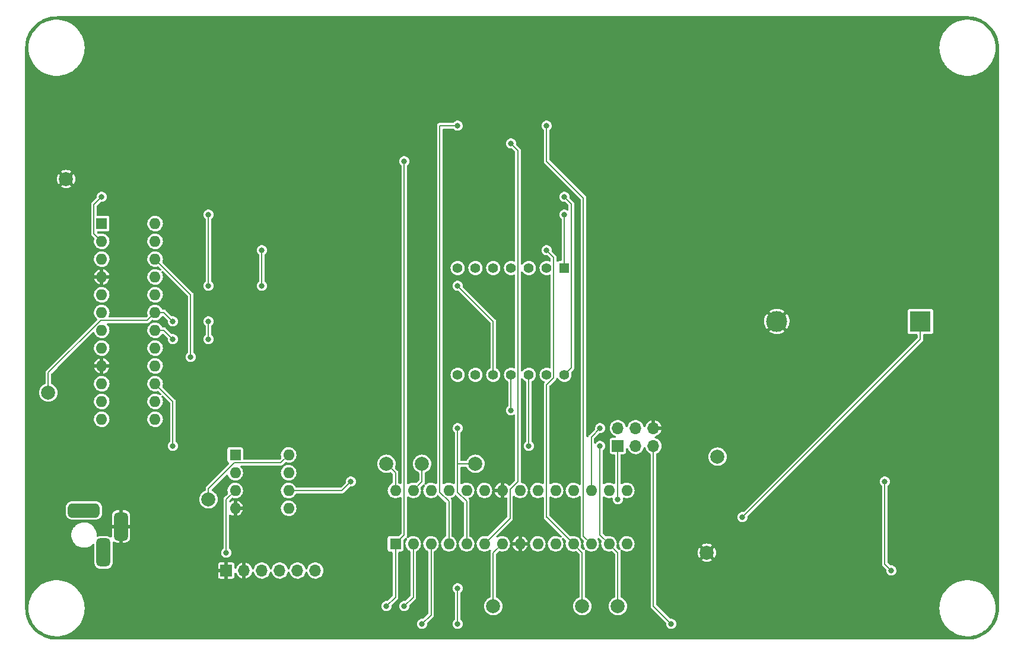
<source format=gbr>
%TF.GenerationSoftware,KiCad,Pcbnew,(6.0.5-0)*%
%TF.CreationDate,2022-07-21T21:11:39-05:00*%
%TF.ProjectId,hps-schematic-2.0,6870732d-7363-4686-956d-617469632d32,rev?*%
%TF.SameCoordinates,PX4c4db10PY8a12ae0*%
%TF.FileFunction,Copper,L2,Bot*%
%TF.FilePolarity,Positive*%
%FSLAX46Y46*%
G04 Gerber Fmt 4.6, Leading zero omitted, Abs format (unit mm)*
G04 Created by KiCad (PCBNEW (6.0.5-0)) date 2022-07-21 21:11:39*
%MOMM*%
%LPD*%
G01*
G04 APERTURE LIST*
G04 Aperture macros list*
%AMRoundRect*
0 Rectangle with rounded corners*
0 $1 Rounding radius*
0 $2 $3 $4 $5 $6 $7 $8 $9 X,Y pos of 4 corners*
0 Add a 4 corners polygon primitive as box body*
4,1,4,$2,$3,$4,$5,$6,$7,$8,$9,$2,$3,0*
0 Add four circle primitives for the rounded corners*
1,1,$1+$1,$2,$3*
1,1,$1+$1,$4,$5*
1,1,$1+$1,$6,$7*
1,1,$1+$1,$8,$9*
0 Add four rect primitives between the rounded corners*
20,1,$1+$1,$2,$3,$4,$5,0*
20,1,$1+$1,$4,$5,$6,$7,0*
20,1,$1+$1,$6,$7,$8,$9,0*
20,1,$1+$1,$8,$9,$2,$3,0*%
G04 Aperture macros list end*
%TA.AperFunction,ComponentPad*%
%ADD10R,1.600000X1.600000*%
%TD*%
%TA.AperFunction,ComponentPad*%
%ADD11O,1.600000X1.600000*%
%TD*%
%TA.AperFunction,ComponentPad*%
%ADD12C,2.000000*%
%TD*%
%TA.AperFunction,ComponentPad*%
%ADD13O,1.700000X1.700000*%
%TD*%
%TA.AperFunction,ComponentPad*%
%ADD14R,1.700000X1.700000*%
%TD*%
%TA.AperFunction,ComponentPad*%
%ADD15R,1.400000X1.400000*%
%TD*%
%TA.AperFunction,ComponentPad*%
%ADD16C,1.400000*%
%TD*%
%TA.AperFunction,ComponentPad*%
%ADD17RoundRect,0.500000X1.750000X0.500000X-1.750000X0.500000X-1.750000X-0.500000X1.750000X-0.500000X0*%
%TD*%
%TA.AperFunction,ComponentPad*%
%ADD18RoundRect,0.500000X-0.500000X1.500000X-0.500000X-1.500000X0.500000X-1.500000X0.500000X1.500000X0*%
%TD*%
%TA.AperFunction,ComponentPad*%
%ADD19R,3.000000X3.000000*%
%TD*%
%TA.AperFunction,ComponentPad*%
%ADD20C,3.000000*%
%TD*%
%TA.AperFunction,ViaPad*%
%ADD21C,0.812800*%
%TD*%
%TA.AperFunction,Conductor*%
%ADD22C,0.203200*%
%TD*%
G04 APERTURE END LIST*
D10*
%TO.P,LED_MATRIX1,1,DIN*%
%TO.N,MATRIX_DIN*%
X11430000Y59695000D03*
D11*
%TO.P,LED_MATRIX1,2,DIG_0*%
%TO.N,Net-(DS1-Pad14)*%
X11430000Y57155000D03*
%TO.P,LED_MATRIX1,3,DIG_4*%
%TO.N,Net-(DS1-Pad7)*%
X11430000Y54615000D03*
%TO.P,LED_MATRIX1,4,GND*%
%TO.N,GND*%
X11430000Y52075000D03*
%TO.P,LED_MATRIX1,5,DIG_6*%
%TO.N,unconnected-(LED_MATRIX1-Pad5)*%
X11430000Y49535000D03*
%TO.P,LED_MATRIX1,6,DIG_2*%
%TO.N,Net-(DS1-Pad10)*%
X11430000Y46995000D03*
%TO.P,LED_MATRIX1,7,DIG_3*%
%TO.N,Net-(DS1-Pad6)*%
X11430000Y44455000D03*
%TO.P,LED_MATRIX1,8,DIG_7*%
%TO.N,unconnected-(LED_MATRIX1-Pad8)*%
X11430000Y41915000D03*
%TO.P,LED_MATRIX1,9,GND*%
%TO.N,GND*%
X11430000Y39375000D03*
%TO.P,LED_MATRIX1,10,DIG_5*%
%TO.N,unconnected-(LED_MATRIX1-Pad10)*%
X11430000Y36835000D03*
%TO.P,LED_MATRIX1,11,DIG_1*%
%TO.N,Net-(DS1-Pad11)*%
X11430000Y34295000D03*
%TO.P,LED_MATRIX1,12,LOAD*%
%TO.N,MATRIX_CS*%
X11430000Y31755000D03*
%TO.P,LED_MATRIX1,13,CLK*%
%TO.N,MATRIX_CLK*%
X19050000Y31755000D03*
%TO.P,LED_MATRIX1,14,SEG_A*%
%TO.N,Net-(DS1-Pad13)*%
X19050000Y34295000D03*
%TO.P,LED_MATRIX1,15,SEG_F*%
%TO.N,Net-(DS1-Pad12)*%
X19050000Y36835000D03*
%TO.P,LED_MATRIX1,16,SEG_B*%
%TO.N,Net-(DS1-Pad9)*%
X19050000Y39375000D03*
%TO.P,LED_MATRIX1,17,SEG_G*%
%TO.N,Net-(DS1-Pad5)*%
X19050000Y41915000D03*
%TO.P,LED_MATRIX1,18,ISET*%
%TO.N,Net-(LED_MATRIX1-Pad18)*%
X19050000Y44455000D03*
%TO.P,LED_MATRIX1,19,V+*%
%TO.N,VCC*%
X19050000Y46995000D03*
%TO.P,LED_MATRIX1,20,SEG_C*%
%TO.N,Net-(DS1-Pad4)*%
X19050000Y49535000D03*
%TO.P,LED_MATRIX1,21,SEG_E*%
%TO.N,Net-(DS1-Pad1)*%
X19050000Y52075000D03*
%TO.P,LED_MATRIX1,22,SEG_DP*%
%TO.N,Net-(DS1-Pad3)*%
X19050000Y54615000D03*
%TO.P,LED_MATRIX1,23,SEG_D*%
%TO.N,Net-(DS1-Pad2)*%
X19050000Y57155000D03*
%TO.P,LED_MATRIX1,24,DOUT*%
%TO.N,unconnected-(LED_MATRIX1-Pad24)*%
X19050000Y59695000D03*
%TD*%
D10*
%TO.P,RTC1,1,X1*%
%TO.N,Net-(RTC1-Pad1)*%
X30490000Y26660000D03*
D11*
%TO.P,RTC1,2,X2*%
%TO.N,Net-(RTC1-Pad2)*%
X30490000Y24120000D03*
%TO.P,RTC1,3,VBAT*%
%TO.N,Net-(BT1-Pad1)*%
X30490000Y21580000D03*
%TO.P,RTC1,4,GND*%
%TO.N,GND*%
X30490000Y19040000D03*
%TO.P,RTC1,5,SDA*%
%TO.N,SDA*%
X38110000Y19040000D03*
%TO.P,RTC1,6,SCL*%
%TO.N,SCL*%
X38110000Y21580000D03*
%TO.P,RTC1,7,SQW/OUT*%
%TO.N,unconnected-(RTC1-Pad7)*%
X38110000Y24120000D03*
%TO.P,RTC1,8,VCC*%
%TO.N,VCC*%
X38110000Y26660000D03*
%TD*%
D12*
%TO.P,TP8,1,1*%
%TO.N,GND*%
X97790000Y12700000D03*
%TD*%
%TO.P,TP4,1,1*%
%TO.N,SCL*%
X52070000Y25400000D03*
%TD*%
%TO.P,TP9,1,1*%
%TO.N,VCC*%
X99315000Y26415000D03*
%TD*%
%TO.P,TP6,1,1*%
%TO.N,MATRIX_CS*%
X64770000Y25400000D03*
%TD*%
%TO.P,TP2,1,1*%
%TO.N,VCC*%
X3810000Y35560000D03*
%TD*%
%TO.P,TP10,1,1*%
%TO.N,VCC*%
X26670000Y20320000D03*
%TD*%
D13*
%TO.P,J2,6,Pin_6*%
%TO.N,Net-(C5-Pad2)*%
X41910000Y10160000D03*
%TO.P,J2,5,Pin_5*%
%TO.N,Net-(J2-Pad5)*%
X39370000Y10160000D03*
%TO.P,J2,4,Pin_4*%
%TO.N,Net-(J2-Pad4)*%
X36830000Y10160000D03*
%TO.P,J2,3,Pin_3*%
%TO.N,unconnected-(J2-Pad3)*%
X34290000Y10160000D03*
%TO.P,J2,2,Pin_2*%
%TO.N,GND*%
X31750000Y10160000D03*
D14*
%TO.P,J2,1,Pin_1*%
X29210000Y10160000D03*
%TD*%
D12*
%TO.P,TP7,1,1*%
%TO.N,MATRIX_DIN*%
X80010000Y5080000D03*
%TD*%
D10*
%TO.P,ATMega1,1,~{RESET}/PC6*%
%TO.N,~{RESET}*%
X53350000Y13980000D03*
D11*
%TO.P,ATMega1,2,RXD/PD0*%
%TO.N,RXD*%
X55890000Y13980000D03*
%TO.P,ATMega1,3,TXD/PD1*%
%TO.N,TXD*%
X58430000Y13980000D03*
%TO.P,ATMega1,4,INT0/PD2*%
%TO.N,HOUR_BUTTON*%
X60970000Y13980000D03*
%TO.P,ATMega1,5,INT1/PD3*%
%TO.N,MATRIX_CS*%
X63510000Y13980000D03*
%TO.P,ATMega1,6,PD4*%
%TO.N,BUTTON*%
X66050000Y13980000D03*
%TO.P,ATMega1,7,VCC*%
%TO.N,VCC*%
X68590000Y13980000D03*
%TO.P,ATMega1,8,GND*%
%TO.N,GND*%
X71130000Y13980000D03*
%TO.P,ATMega1,9,XTAL1/PB6*%
%TO.N,Net-(ATMega1-Pad9)*%
X73670000Y13980000D03*
%TO.P,ATMega1,10,XTAL2/PB7*%
%TO.N,Net-(ATMega1-Pad10)*%
X76210000Y13980000D03*
%TO.P,ATMega1,11,OC0B/PD5*%
%TO.N,MATRIX_DIN*%
X78750000Y13980000D03*
%TO.P,ATMega1,12,OC0A/PD6*%
%TO.N,MINUTE_BUTTON*%
X81290000Y13980000D03*
%TO.P,ATMega1,13,PD7*%
%TO.N,MATRIX_CLK*%
X83830000Y13980000D03*
%TO.P,ATMega1,14,PB0*%
%TO.N,unconnected-(ATMega1-Pad14)*%
X86370000Y13980000D03*
%TO.P,ATMega1,15,OC1A/PB1*%
%TO.N,unconnected-(ATMega1-Pad15)*%
X86370000Y21600000D03*
%TO.P,ATMega1,16,OC1B/PB2*%
%TO.N,unconnected-(ATMega1-Pad16)*%
X83830000Y21600000D03*
%TO.P,ATMega1,17,MOSI/PB3*%
%TO.N,MOSI*%
X81290000Y21600000D03*
%TO.P,ATMega1,18,MISO/PB4*%
%TO.N,MISO*%
X78750000Y21600000D03*
%TO.P,ATMega1,19,SCK/PB5*%
%TO.N,LED_SCK*%
X76210000Y21600000D03*
%TO.P,ATMega1,20,AVCC*%
%TO.N,VCC*%
X73670000Y21600000D03*
%TO.P,ATMega1,21,AREF*%
%TO.N,Net-(ATMega1-Pad21)*%
X71130000Y21600000D03*
%TO.P,ATMega1,22,GND*%
%TO.N,GND*%
X68590000Y21600000D03*
%TO.P,ATMega1,23,ADC0/PC0*%
%TO.N,unconnected-(ATMega1-Pad23)*%
X66050000Y21600000D03*
%TO.P,ATMega1,24,ADC1/PC1*%
%TO.N,unconnected-(ATMega1-Pad24)*%
X63510000Y21600000D03*
%TO.P,ATMega1,25,ADC2/PC2*%
%TO.N,unconnected-(ATMega1-Pad25)*%
X60970000Y21600000D03*
%TO.P,ATMega1,26,ADC3/PC3*%
%TO.N,unconnected-(ATMega1-Pad26)*%
X58430000Y21600000D03*
%TO.P,ATMega1,27,SDA/PC4*%
%TO.N,SDA*%
X55890000Y21600000D03*
%TO.P,ATMega1,28,SCL/PC5*%
%TO.N,SCL*%
X53350000Y21600000D03*
%TD*%
D14*
%TO.P,J1,1,Pin_1*%
%TO.N,MISO*%
X85090000Y27940000D03*
D13*
%TO.P,J1,2,Pin_2*%
%TO.N,VCC*%
X85090000Y30480000D03*
%TO.P,J1,3,Pin_3*%
%TO.N,LED_SCK*%
X87630000Y27940000D03*
%TO.P,J1,4,Pin_4*%
%TO.N,MOSI*%
X87630000Y30480000D03*
%TO.P,J1,5,Pin_5*%
%TO.N,~{RESET}*%
X90170000Y27940000D03*
%TO.P,J1,6,Pin_6*%
%TO.N,GND*%
X90170000Y30480000D03*
%TD*%
D12*
%TO.P,TP1,1,1*%
%TO.N,GND*%
X6350000Y66040000D03*
%TD*%
D15*
%TO.P,DS1,1,E*%
%TO.N,Net-(DS1-Pad1)*%
X77470000Y53340000D03*
D16*
%TO.P,DS1,2,D*%
%TO.N,Net-(DS1-Pad2)*%
X74930000Y53340000D03*
%TO.P,DS1,3,DP*%
%TO.N,Net-(DS1-Pad3)*%
X72390000Y53340000D03*
%TO.P,DS1,4,C*%
%TO.N,Net-(DS1-Pad4)*%
X69850000Y53340000D03*
%TO.P,DS1,5,G*%
%TO.N,Net-(DS1-Pad5)*%
X67310000Y53340000D03*
%TO.P,DS1,6,COM_DIG.4*%
%TO.N,Net-(DS1-Pad6)*%
X64770000Y53340000D03*
%TO.P,DS1,7,COM_COLON*%
%TO.N,Net-(DS1-Pad7)*%
X62230000Y53340000D03*
%TO.P,DS1,8,COLON*%
%TO.N,Net-(DS1-Pad3)*%
X62230000Y38100000D03*
%TO.P,DS1,9,B*%
%TO.N,Net-(DS1-Pad9)*%
X64770000Y38100000D03*
%TO.P,DS1,10,COM_DIG.3*%
%TO.N,Net-(DS1-Pad10)*%
X67310000Y38100000D03*
%TO.P,DS1,11,COM_DIG.2*%
%TO.N,Net-(DS1-Pad11)*%
X69850000Y38100000D03*
%TO.P,DS1,12,F*%
%TO.N,Net-(DS1-Pad12)*%
X72390000Y38100000D03*
%TO.P,DS1,13,A*%
%TO.N,Net-(DS1-Pad13)*%
X74930000Y38100000D03*
%TO.P,DS1,14,COM_DIG.1*%
%TO.N,Net-(DS1-Pad14)*%
X77470000Y38100000D03*
%TD*%
D12*
%TO.P,TP3,1,1*%
%TO.N,SDA*%
X57150000Y25400000D03*
%TD*%
%TO.P,TP5,1,1*%
%TO.N,MATRIX_CLK*%
X85090000Y5080000D03*
%TD*%
%TO.P,TP11,1,1*%
%TO.N,VCC*%
X67310000Y5080000D03*
%TD*%
D17*
%TO.P,J1(POWER)1,1,POLE*%
%TO.N,Net-(C6-Pad1)*%
X8890000Y18740000D03*
D18*
%TO.P,J1(POWER)1,2,OUT*%
%TO.N,GND*%
X14190000Y16440000D03*
%TO.P,J1(POWER)1,3,OUT*%
%TO.N,unconnected-(J1(POWER)1-Pad3)*%
X11690000Y12740000D03*
%TD*%
D19*
%TO.P,BT1,1,+*%
%TO.N,Net-(BT1-Pad1)*%
X128270000Y45720000D03*
D20*
%TO.P,BT1,2,-*%
%TO.N,GND*%
X107780000Y45720000D03*
%TD*%
D21*
%TO.N,GND*%
X100330000Y45720000D03*
X3810000Y40640000D03*
X54610000Y76200000D03*
X16510000Y25400000D03*
X16432459Y27229300D03*
X67310000Y83820000D03*
X29210000Y7620000D03*
X95250000Y83820000D03*
X8890000Y50800000D03*
X59690000Y10160000D03*
X64770000Y7620000D03*
X80010000Y83820000D03*
X54610000Y83820000D03*
X80010000Y76200000D03*
X67310000Y76200000D03*
X87630000Y10160000D03*
X16510000Y15240000D03*
X100330000Y12700000D03*
X8890000Y38100000D03*
X31750000Y7620000D03*
X3810000Y53340000D03*
X16510000Y22860000D03*
X6350000Y68580000D03*
X26670000Y17780000D03*
X125730000Y7620000D03*
X95250000Y76200000D03*
%TO.N,VCC*%
X26670000Y45720000D03*
X26670000Y43180000D03*
X21590000Y45720000D03*
%TO.N,~{RESET}*%
X54610000Y68580000D03*
X52070000Y5080000D03*
X62230000Y2540000D03*
X92710000Y2540000D03*
X62230000Y7620000D03*
%TO.N,LED_SCK*%
X123190000Y22860000D03*
X124127500Y10160000D03*
%TO.N,MINUTE_BUTTON*%
X74930000Y73660000D03*
%TO.N,HOUR_BUTTON*%
X62230000Y73660000D03*
%TO.N,BUTTON*%
X69850000Y71120000D03*
%TO.N,RXD*%
X54610000Y5080000D03*
%TO.N,TXD*%
X57150000Y2540000D03*
%TO.N,MATRIX_CS*%
X62230000Y30480000D03*
%TO.N,MATRIX_DIN*%
X74930000Y55880000D03*
%TO.N,MATRIX_CLK*%
X82550000Y27940000D03*
%TO.N,SCL*%
X46990000Y22860000D03*
%TO.N,Net-(BT1-Pad1)*%
X102870000Y17780000D03*
X29210000Y12700000D03*
%TO.N,Net-(DS1-Pad1)*%
X26670000Y60960000D03*
X77470000Y60960000D03*
X26670000Y50800000D03*
%TO.N,Net-(DS1-Pad3)*%
X24130000Y40640000D03*
%TO.N,Net-(DS1-Pad4)*%
X34290000Y55880000D03*
X34290000Y50800000D03*
%TO.N,Net-(DS1-Pad10)*%
X62230000Y50800000D03*
%TO.N,Net-(DS1-Pad11)*%
X69850000Y33020000D03*
%TO.N,Net-(DS1-Pad12)*%
X21590000Y27940000D03*
X72390000Y27940000D03*
%TO.N,Net-(DS1-Pad14)*%
X11430000Y63500000D03*
X77470000Y63500000D03*
%TO.N,Net-(LED_MATRIX1-Pad18)*%
X21590000Y43180000D03*
%TO.N,MISO*%
X85090000Y20320000D03*
%TO.N,MOSI*%
X82550000Y30480000D03*
%TD*%
D22*
%TO.N,VCC*%
X3810000Y35560000D02*
X3810000Y38396733D01*
X11303956Y45890689D02*
X17945689Y45890689D01*
X37005689Y25555689D02*
X38110000Y26660000D01*
X26670000Y21861733D02*
X30363956Y25555689D01*
X30363956Y25555689D02*
X37005689Y25555689D01*
X19050000Y46995000D02*
X20315000Y46995000D01*
X67310000Y12700000D02*
X68590000Y13980000D01*
X20315000Y46995000D02*
X21590000Y45720000D01*
X67310000Y5080000D02*
X67310000Y12700000D01*
X17945689Y45890689D02*
X19050000Y46995000D01*
X26670000Y43180000D02*
X26670000Y45720000D01*
X26670000Y20320000D02*
X26670000Y21861733D01*
X3810000Y38396733D02*
X11303956Y45890689D01*
%TO.N,~{RESET}*%
X52070000Y5080000D02*
X53350000Y6360000D01*
X62230000Y2540000D02*
X62230000Y7620000D01*
X54610000Y15240000D02*
X53350000Y13980000D01*
X54610000Y68580000D02*
X54610000Y15240000D01*
X90170000Y5080000D02*
X92710000Y2540000D01*
X53350000Y6360000D02*
X53350000Y13980000D01*
X90170000Y27940000D02*
X90170000Y5080000D01*
%TO.N,LED_SCK*%
X123190000Y22860000D02*
X123190000Y11097500D01*
X123190000Y11097500D02*
X124127500Y10160000D01*
%TO.N,MINUTE_BUTTON*%
X80185689Y15084311D02*
X81290000Y13980000D01*
X74930000Y73660000D02*
X74930000Y68580000D01*
X80185689Y63324311D02*
X80185689Y15084311D01*
X74930000Y68580000D02*
X80185689Y63324311D01*
%TO.N,HOUR_BUTTON*%
X62230000Y73660000D02*
X59690000Y73660000D01*
X59690000Y73660000D02*
X59690000Y21318267D01*
X60970000Y20038267D02*
X60970000Y13980000D01*
X59690000Y21318267D02*
X60970000Y20038267D01*
%TO.N,BUTTON*%
X69694311Y17624311D02*
X66050000Y13980000D01*
X69694311Y21726044D02*
X69694311Y17624311D01*
X70854311Y70115689D02*
X70854311Y22886044D01*
X70854311Y22886044D02*
X69694311Y21726044D01*
X69850000Y71120000D02*
X70854311Y70115689D01*
%TO.N,RXD*%
X54610000Y5080000D02*
X55890000Y6360000D01*
X55890000Y6360000D02*
X55890000Y13980000D01*
%TO.N,TXD*%
X58430000Y3820000D02*
X58430000Y13980000D01*
X57150000Y2540000D02*
X58430000Y3820000D01*
%TO.N,MATRIX_CS*%
X64770000Y25400000D02*
X62230000Y25400000D01*
X62230000Y21318267D02*
X63510000Y20038267D01*
X62230000Y30480000D02*
X62230000Y21318267D01*
X63510000Y20038267D02*
X63510000Y13980000D01*
%TO.N,MATRIX_DIN*%
X75934311Y54875689D02*
X74930000Y55880000D01*
X74950000Y17780000D02*
X74930000Y17780000D01*
X80010000Y5080000D02*
X80010000Y12720000D01*
X75934311Y37684000D02*
X75934311Y54875689D01*
X80010000Y12720000D02*
X78750000Y13980000D01*
X78750000Y13980000D02*
X74950000Y17780000D01*
X74930000Y36679689D02*
X75934311Y37684000D01*
X74930000Y17780000D02*
X74930000Y36679689D01*
%TO.N,MATRIX_CLK*%
X82550000Y27940000D02*
X82550000Y15260000D01*
X85090000Y12720000D02*
X83830000Y13980000D01*
X85090000Y5080000D02*
X85090000Y12720000D01*
X82550000Y15260000D02*
X83830000Y13980000D01*
%TO.N,SDA*%
X57150000Y25400000D02*
X57150000Y22860000D01*
X57150000Y22860000D02*
X55890000Y21600000D01*
%TO.N,SCL*%
X46990000Y22860000D02*
X45710000Y21580000D01*
X53350000Y24120000D02*
X53350000Y21600000D01*
X52070000Y25400000D02*
X53350000Y24120000D01*
X45710000Y21580000D02*
X38110000Y21580000D01*
%TO.N,Net-(BT1-Pad1)*%
X29210000Y12700000D02*
X29210000Y20300000D01*
X102870000Y17780000D02*
X128270000Y43180000D01*
X29210000Y20300000D02*
X30490000Y21580000D01*
X128270000Y43180000D02*
X128270000Y45720000D01*
%TO.N,Net-(DS1-Pad1)*%
X77470000Y53340000D02*
X77470000Y60960000D01*
X26670000Y60960000D02*
X26670000Y50800000D01*
%TO.N,Net-(DS1-Pad3)*%
X19050000Y54615000D02*
X24130000Y49535000D01*
X24130000Y49535000D02*
X24130000Y40640000D01*
%TO.N,Net-(DS1-Pad4)*%
X34290000Y55880000D02*
X34290000Y50800000D01*
%TO.N,Net-(DS1-Pad10)*%
X67310000Y38100000D02*
X67310000Y45720000D01*
X67310000Y45720000D02*
X62230000Y50800000D01*
%TO.N,Net-(DS1-Pad11)*%
X69850000Y38100000D02*
X69850000Y33020000D01*
%TO.N,Net-(DS1-Pad12)*%
X21590000Y27940000D02*
X21590000Y34295000D01*
X72390000Y38100000D02*
X72390000Y27940000D01*
X21590000Y34295000D02*
X19050000Y36835000D01*
%TO.N,Net-(DS1-Pad14)*%
X11430000Y63500000D02*
X10325689Y62395689D01*
X78474311Y39104311D02*
X78474311Y62495689D01*
X10325689Y62395689D02*
X10325689Y58259311D01*
X10325689Y58259311D02*
X11430000Y57155000D01*
X77470000Y38100000D02*
X78474311Y39104311D01*
X78474311Y62495689D02*
X77470000Y63500000D01*
%TO.N,Net-(LED_MATRIX1-Pad18)*%
X20315000Y44455000D02*
X19050000Y44455000D01*
X21590000Y43180000D02*
X20315000Y44455000D01*
%TO.N,MISO*%
X85090000Y27940000D02*
X85090000Y20320000D01*
%TO.N,MOSI*%
X81290000Y21600000D02*
X81290000Y29220000D01*
X81290000Y29220000D02*
X82550000Y30480000D01*
%TD*%
%TA.AperFunction,Conductor*%
%TO.N,GND*%
G36*
X134961964Y89269697D02*
G01*
X134973061Y89267969D01*
X134973063Y89267969D01*
X134983724Y89266309D01*
X134994423Y89267708D01*
X134994424Y89267708D01*
X135001989Y89268697D01*
X135028222Y89269831D01*
X135374855Y89254696D01*
X135388012Y89253545D01*
X135763391Y89204126D01*
X135776399Y89201832D01*
X136146027Y89119888D01*
X136158785Y89116470D01*
X136519887Y89002614D01*
X136532298Y88998096D01*
X136882081Y88853211D01*
X136894042Y88847635D01*
X137229906Y88672795D01*
X137241327Y88666200D01*
X137560640Y88462775D01*
X137571459Y88455200D01*
X137871830Y88224718D01*
X137881948Y88216228D01*
X138161096Y87960436D01*
X138170436Y87951096D01*
X138426228Y87671948D01*
X138434718Y87661830D01*
X138665200Y87361459D01*
X138672775Y87350640D01*
X138876200Y87031327D01*
X138882795Y87019906D01*
X139057635Y86684042D01*
X139063211Y86672081D01*
X139208096Y86322298D01*
X139212614Y86309887D01*
X139314320Y85987321D01*
X139326470Y85948785D01*
X139329888Y85936027D01*
X139411832Y85566399D01*
X139414126Y85553391D01*
X139463545Y85178012D01*
X139464696Y85164855D01*
X139479493Y84825971D01*
X139477993Y84798930D01*
X139477969Y84796935D01*
X139476309Y84786276D01*
X139480024Y84757863D01*
X139480222Y84756352D01*
X139481500Y84736721D01*
X139481500Y4831329D01*
X139479697Y4808036D01*
X139479355Y4805836D01*
X139476309Y4786276D01*
X139477708Y4775577D01*
X139477708Y4775576D01*
X139478697Y4768011D01*
X139479831Y4741778D01*
X139464696Y4395145D01*
X139463545Y4381988D01*
X139414126Y4006609D01*
X139411832Y3993601D01*
X139329888Y3623973D01*
X139326470Y3611215D01*
X139212614Y3250113D01*
X139208096Y3237702D01*
X139063211Y2887919D01*
X139057635Y2875958D01*
X138882795Y2540094D01*
X138876200Y2528673D01*
X138672775Y2209360D01*
X138665200Y2198541D01*
X138434718Y1898170D01*
X138426228Y1888052D01*
X138170436Y1608904D01*
X138161096Y1599564D01*
X137881948Y1343772D01*
X137871830Y1335282D01*
X137571459Y1104800D01*
X137560640Y1097225D01*
X137241327Y893800D01*
X137229906Y887205D01*
X136894042Y712365D01*
X136882081Y706789D01*
X136532298Y561904D01*
X136519887Y557386D01*
X136158785Y443530D01*
X136146027Y440112D01*
X135776399Y358168D01*
X135763391Y355874D01*
X135388012Y306455D01*
X135374855Y305304D01*
X135190650Y297261D01*
X135035968Y290507D01*
X135008930Y292007D01*
X135006935Y292031D01*
X134996276Y293691D01*
X134967863Y289976D01*
X134966352Y289778D01*
X134946721Y288500D01*
X5041329Y288500D01*
X5018036Y290303D01*
X5006939Y292031D01*
X5006937Y292031D01*
X4996276Y293691D01*
X4985577Y292292D01*
X4985576Y292292D01*
X4978011Y291303D01*
X4951778Y290169D01*
X4605145Y305304D01*
X4591988Y306455D01*
X4216609Y355874D01*
X4203601Y358168D01*
X3833973Y440112D01*
X3821215Y443530D01*
X3460113Y557386D01*
X3447702Y561904D01*
X3097919Y706789D01*
X3085958Y712365D01*
X2750094Y887205D01*
X2738673Y893800D01*
X2419360Y1097225D01*
X2408541Y1104800D01*
X2108170Y1335282D01*
X2098052Y1343772D01*
X1818904Y1599564D01*
X1809564Y1608904D01*
X1553772Y1888052D01*
X1545282Y1898170D01*
X1314800Y2198541D01*
X1307225Y2209360D01*
X1103800Y2528673D01*
X1097205Y2540094D01*
X922365Y2875958D01*
X916789Y2887919D01*
X771904Y3237702D01*
X767386Y3250113D01*
X653530Y3611215D01*
X650112Y3623973D01*
X568168Y3993601D01*
X565874Y4006609D01*
X516455Y4381988D01*
X515304Y4395145D01*
X500678Y4730115D01*
X502263Y4755835D01*
X502083Y4755851D01*
X502606Y4761680D01*
X503576Y4767448D01*
X503729Y4780000D01*
X501727Y4793981D01*
X984883Y4793981D01*
X1003974Y4389167D01*
X1004538Y4385393D01*
X1004539Y4385383D01*
X1013605Y4324723D01*
X1063876Y3988354D01*
X1064821Y3984645D01*
X1064823Y3984637D01*
X1160007Y3611215D01*
X1163975Y3595648D01*
X1170489Y3577849D01*
X1301933Y3218659D01*
X1301937Y3218650D01*
X1303248Y3215067D01*
X1304917Y3211631D01*
X1304919Y3211625D01*
X1366133Y3085560D01*
X1480268Y2850509D01*
X1603620Y2650786D01*
X1678258Y2529937D01*
X1693223Y2505706D01*
X1695553Y2502670D01*
X1695554Y2502668D01*
X1719618Y2471307D01*
X1939932Y2184188D01*
X1942556Y2181403D01*
X1942559Y2181400D01*
X2038940Y2079123D01*
X2217869Y1889249D01*
X2524189Y1623906D01*
X2855755Y1390877D01*
X3209173Y1192548D01*
X3580825Y1030950D01*
X3966904Y907736D01*
X4363458Y824169D01*
X4367256Y823763D01*
X4367263Y823762D01*
X4647598Y793803D01*
X4766427Y781104D01*
X4990173Y779932D01*
X5167857Y779002D01*
X5167858Y779002D01*
X5171685Y778982D01*
X5311355Y792431D01*
X5571262Y817457D01*
X5571264Y817457D01*
X5575083Y817825D01*
X5578839Y818576D01*
X5578849Y818577D01*
X5968739Y896485D01*
X5968744Y896486D01*
X5972491Y897235D01*
X6165919Y956741D01*
X6356170Y1015270D01*
X6356175Y1015272D01*
X6359839Y1016399D01*
X6733162Y1174096D01*
X6736516Y1175932D01*
X7085284Y1366878D01*
X7085288Y1366881D01*
X7088637Y1368714D01*
X7124095Y1393083D01*
X7419467Y1596086D01*
X7422626Y1598257D01*
X7425547Y1600734D01*
X7425552Y1600738D01*
X7692350Y1827000D01*
X7731708Y1860378D01*
X7929004Y2065399D01*
X8010073Y2149642D01*
X8010077Y2149646D01*
X8012718Y2152391D01*
X8171150Y2354446D01*
X8260422Y2468298D01*
X8260425Y2468303D01*
X8262781Y2471307D01*
X8310953Y2547508D01*
X56433112Y2547508D01*
X56452015Y2376289D01*
X56511213Y2214522D01*
X56516303Y2206948D01*
X56602197Y2079123D01*
X56602200Y2079119D01*
X56607290Y2071545D01*
X56734698Y1955613D01*
X56742718Y1951259D01*
X56742720Y1951257D01*
X56861546Y1886740D01*
X56886082Y1873418D01*
X56894908Y1871102D01*
X56894912Y1871101D01*
X57043873Y1832022D01*
X57043875Y1832022D01*
X57052702Y1829706D01*
X57134468Y1828421D01*
X57215809Y1827143D01*
X57215813Y1827143D01*
X57224939Y1827000D01*
X57392850Y1865457D01*
X57401005Y1869559D01*
X57401009Y1869560D01*
X57538587Y1938755D01*
X57546741Y1942856D01*
X57553678Y1948780D01*
X57553680Y1948782D01*
X57612235Y1998793D01*
X57677728Y2054729D01*
X57689812Y2071545D01*
X57772924Y2187209D01*
X57778248Y2194618D01*
X57781932Y2203781D01*
X57839096Y2345983D01*
X57839096Y2345984D01*
X57842498Y2354446D01*
X57866770Y2524986D01*
X57866927Y2540000D01*
X57866018Y2547508D01*
X61513112Y2547508D01*
X61532015Y2376289D01*
X61591213Y2214522D01*
X61596303Y2206948D01*
X61682197Y2079123D01*
X61682200Y2079119D01*
X61687290Y2071545D01*
X61814698Y1955613D01*
X61822718Y1951259D01*
X61822720Y1951257D01*
X61941546Y1886740D01*
X61966082Y1873418D01*
X61974908Y1871102D01*
X61974912Y1871101D01*
X62123873Y1832022D01*
X62123875Y1832022D01*
X62132702Y1829706D01*
X62214468Y1828421D01*
X62295809Y1827143D01*
X62295813Y1827143D01*
X62304939Y1827000D01*
X62472850Y1865457D01*
X62481005Y1869559D01*
X62481009Y1869560D01*
X62618587Y1938755D01*
X62626741Y1942856D01*
X62633678Y1948780D01*
X62633680Y1948782D01*
X62692235Y1998793D01*
X62757728Y2054729D01*
X62769812Y2071545D01*
X62852924Y2187209D01*
X62858248Y2194618D01*
X62861932Y2203781D01*
X62919096Y2345983D01*
X62919096Y2345984D01*
X62922498Y2354446D01*
X62946770Y2524986D01*
X62946927Y2540000D01*
X62926232Y2711011D01*
X62865343Y2872149D01*
X62767775Y3014112D01*
X62687584Y3085560D01*
X62644557Y3151063D01*
X62636900Y3198601D01*
X62636900Y6961736D01*
X62657184Y7037436D01*
X62689974Y7076862D01*
X62750789Y7128803D01*
X62757728Y7134729D01*
X62769812Y7151545D01*
X62852924Y7267209D01*
X62858248Y7274618D01*
X62869695Y7303092D01*
X62919096Y7425983D01*
X62919096Y7425984D01*
X62922498Y7434446D01*
X62946770Y7604986D01*
X62946927Y7620000D01*
X62926232Y7791011D01*
X62865343Y7952149D01*
X62767775Y8094112D01*
X62639160Y8208704D01*
X62486924Y8289309D01*
X62319855Y8331274D01*
X62310733Y8331322D01*
X62310731Y8331322D01*
X62228937Y8331750D01*
X62147598Y8332176D01*
X61980099Y8291963D01*
X61827027Y8212956D01*
X61807402Y8195836D01*
X61704096Y8105718D01*
X61704092Y8105714D01*
X61697219Y8099718D01*
X61598170Y7958784D01*
X61535597Y7798292D01*
X61534406Y7789245D01*
X61519712Y7677636D01*
X61513112Y7627508D01*
X61532015Y7456289D01*
X61591213Y7294522D01*
X61596303Y7286948D01*
X61682197Y7159123D01*
X61682200Y7159119D01*
X61687290Y7151545D01*
X61773596Y7073013D01*
X61815933Y7007066D01*
X61823100Y6961035D01*
X61823100Y3198368D01*
X61802816Y3122668D01*
X61771226Y3084278D01*
X61704096Y3025718D01*
X61704092Y3025714D01*
X61697219Y3019718D01*
X61598170Y2878784D01*
X61535597Y2718292D01*
X61534406Y2709245D01*
X61514304Y2556559D01*
X61513112Y2547508D01*
X57866018Y2547508D01*
X57860505Y2593067D01*
X57871549Y2670654D01*
X57903753Y2718309D01*
X58740366Y3554922D01*
X58740369Y3554926D01*
X58763292Y3577849D01*
X58768702Y3588467D01*
X58768705Y3588471D01*
X58772605Y3596125D01*
X58785015Y3616376D01*
X58790063Y3623325D01*
X58797069Y3632968D01*
X58803405Y3652467D01*
X58812495Y3674415D01*
X58821809Y3692694D01*
X58823673Y3704463D01*
X58823675Y3704469D01*
X58825020Y3712961D01*
X58830564Y3736054D01*
X58833216Y3744217D01*
X58833216Y3744218D01*
X58836899Y3755553D01*
X58836899Y3787970D01*
X58836900Y3787976D01*
X58836900Y12852223D01*
X58857184Y12927923D01*
X58914323Y12984319D01*
X58972422Y13016856D01*
X59058731Y13065191D01*
X59214913Y13195087D01*
X59344809Y13351269D01*
X59444067Y13528508D01*
X59472700Y13612856D01*
X59507134Y13714294D01*
X59507135Y13714297D01*
X59509365Y13720867D01*
X59538514Y13921905D01*
X59540035Y13980000D01*
X59521447Y14182288D01*
X59466307Y14377801D01*
X59452997Y14404792D01*
X59411596Y14488744D01*
X59376460Y14559992D01*
X59362693Y14578429D01*
X59309280Y14649957D01*
X59254917Y14722758D01*
X59105746Y14860650D01*
X58933945Y14969048D01*
X58833757Y15009019D01*
X58751710Y15041753D01*
X58751705Y15041754D01*
X58745267Y15044323D01*
X58546030Y15083954D01*
X58539087Y15084045D01*
X58539086Y15084045D01*
X58468065Y15084975D01*
X58342908Y15086613D01*
X58336071Y15085438D01*
X58336069Y15085438D01*
X58149545Y15053387D01*
X58149543Y15053387D01*
X58142702Y15052211D01*
X58136189Y15049808D01*
X58136188Y15049808D01*
X57958631Y14984304D01*
X57958629Y14984303D01*
X57952118Y14981901D01*
X57923530Y14964893D01*
X57783499Y14881584D01*
X57783495Y14881581D01*
X57777538Y14878037D01*
X57772328Y14873468D01*
X57772324Y14873465D01*
X57684218Y14796198D01*
X57624809Y14744098D01*
X57499046Y14584568D01*
X57495817Y14578430D01*
X57495816Y14578429D01*
X57412922Y14420873D01*
X57404461Y14404792D01*
X57344222Y14210789D01*
X57320345Y14009057D01*
X57325658Y13927999D01*
X57331616Y13837101D01*
X57333631Y13806352D01*
X57335337Y13799636D01*
X57335339Y13799625D01*
X57356637Y13715767D01*
X57383635Y13609463D01*
X57386542Y13603158D01*
X57386542Y13603157D01*
X57465661Y13431535D01*
X57468681Y13424983D01*
X57472687Y13419314D01*
X57472688Y13419313D01*
X57478213Y13411496D01*
X57585923Y13259090D01*
X57590893Y13254248D01*
X57590896Y13254245D01*
X57610193Y13235447D01*
X57731432Y13117341D01*
X57737207Y13113482D01*
X57737211Y13113479D01*
X57814555Y13061800D01*
X57900337Y13004482D01*
X57906715Y13001742D01*
X57906722Y13001738D01*
X57931463Y12991109D01*
X57993009Y12942591D01*
X58022050Y12869800D01*
X58023100Y12852004D01*
X58023100Y4051256D01*
X58002816Y3975556D01*
X57978756Y3944200D01*
X57650933Y3616376D01*
X57330264Y3295707D01*
X57262393Y3256522D01*
X57222417Y3251365D01*
X57067598Y3252176D01*
X56900099Y3211963D01*
X56747027Y3132956D01*
X56727402Y3115836D01*
X56624096Y3025718D01*
X56624092Y3025714D01*
X56617219Y3019718D01*
X56518170Y2878784D01*
X56455597Y2718292D01*
X56454406Y2709245D01*
X56434304Y2556559D01*
X56433112Y2547508D01*
X8310953Y2547508D01*
X8376243Y2650786D01*
X8477284Y2810617D01*
X8477290Y2810628D01*
X8479334Y2813861D01*
X8507463Y2870278D01*
X8658448Y3173108D01*
X8658449Y3173110D01*
X8660162Y3176546D01*
X8803412Y3555647D01*
X8907619Y3947284D01*
X8908227Y3951078D01*
X8971108Y4343655D01*
X8971109Y4343662D01*
X8971715Y4347447D01*
X8972843Y4367000D01*
X8994926Y4750010D01*
X8995043Y4752039D01*
X8995121Y4774154D01*
X8995134Y4777948D01*
X8995134Y4777955D01*
X8995141Y4780000D01*
X8974638Y5184745D01*
X8913337Y5585345D01*
X8811867Y5977701D01*
X8671267Y6357793D01*
X8492975Y6721731D01*
X8343585Y6961736D01*
X8280839Y7062542D01*
X8280834Y7062549D01*
X8278818Y7065788D01*
X8269956Y7077255D01*
X8033333Y7383409D01*
X8030989Y7386442D01*
X7752024Y7680410D01*
X7444779Y7944682D01*
X7112401Y8176552D01*
X6758293Y8373646D01*
X6748323Y8377940D01*
X6613898Y8435832D01*
X6386080Y8533947D01*
X6382431Y8535098D01*
X6382427Y8535099D01*
X6003234Y8654658D01*
X6003228Y8654659D01*
X5999573Y8655812D01*
X5995819Y8656589D01*
X5995809Y8656592D01*
X5606484Y8737217D01*
X5606476Y8737218D01*
X5602730Y8737994D01*
X5598925Y8738387D01*
X5598920Y8738388D01*
X5203416Y8779259D01*
X5199613Y8779652D01*
X5195799Y8779659D01*
X5195792Y8779659D01*
X4991109Y8780016D01*
X4794350Y8780359D01*
X4790535Y8779978D01*
X4790531Y8779978D01*
X4635612Y8764515D01*
X4391090Y8740109D01*
X4360233Y8733831D01*
X3997715Y8660076D01*
X3997707Y8660074D01*
X3993962Y8659312D01*
X3607032Y8538797D01*
X3234262Y8379797D01*
X3230898Y8377940D01*
X2882826Y8185794D01*
X2882822Y8185791D01*
X2879468Y8183940D01*
X2546283Y7953232D01*
X2238118Y7690034D01*
X2235465Y7687258D01*
X2235461Y7687254D01*
X1985785Y7425983D01*
X1958128Y7397042D01*
X1955782Y7394029D01*
X1955779Y7394025D01*
X1862824Y7274618D01*
X1709181Y7077255D01*
X1493824Y6733947D01*
X1492127Y6730513D01*
X1492124Y6730508D01*
X1487786Y6721731D01*
X1314263Y6370633D01*
X1312921Y6367043D01*
X1312919Y6367039D01*
X1211179Y6094922D01*
X1172337Y5991034D01*
X1069498Y5599036D01*
X1068906Y5595257D01*
X1068905Y5595251D01*
X1039940Y5410278D01*
X1006800Y5198651D01*
X1006592Y5194820D01*
X1006592Y5194815D01*
X1003248Y5133066D01*
X984883Y4793981D01*
X501727Y4793981D01*
X500029Y4805837D01*
X498500Y4827299D01*
X498500Y9269193D01*
X28055200Y9269193D01*
X28055730Y9260263D01*
X28057020Y9249420D01*
X28062972Y9227761D01*
X28098781Y9147144D01*
X28114348Y9124493D01*
X28174924Y9064022D01*
X28197595Y9048499D01*
X28278254Y9012840D01*
X28299977Y9006918D01*
X28310344Y9005709D01*
X28319110Y9005200D01*
X28936067Y9005200D01*
X28951788Y9009412D01*
X28956000Y9025133D01*
X29464000Y9025133D01*
X29468212Y9009412D01*
X29483933Y9005200D01*
X30100807Y9005200D01*
X30109737Y9005730D01*
X30120580Y9007020D01*
X30142239Y9012972D01*
X30222856Y9048781D01*
X30245507Y9064348D01*
X30305978Y9124924D01*
X30321501Y9147595D01*
X30357160Y9228254D01*
X30363082Y9249977D01*
X30364291Y9260344D01*
X30364800Y9269110D01*
X30364800Y9718183D01*
X30385084Y9793883D01*
X30440500Y9849299D01*
X30516200Y9869583D01*
X30591900Y9849299D01*
X30647316Y9793883D01*
X30658917Y9768719D01*
X30659680Y9766565D01*
X30742724Y9586431D01*
X30749638Y9574456D01*
X30864114Y9412474D01*
X30873095Y9401959D01*
X31015171Y9263555D01*
X31025926Y9254846D01*
X31190839Y9144655D01*
X31202999Y9138052D01*
X31385240Y9059755D01*
X31398388Y9055483D01*
X31476561Y9037795D01*
X31492821Y9038434D01*
X31496000Y9044476D01*
X31496000Y9049803D01*
X32004000Y9049803D01*
X32008212Y9034082D01*
X32016361Y9031899D01*
X32027308Y9034527D01*
X32215140Y9098287D01*
X32227765Y9103908D01*
X32400836Y9200832D01*
X32412222Y9208659D01*
X32564730Y9335498D01*
X32574502Y9345270D01*
X32701341Y9497778D01*
X32709168Y9509164D01*
X32806092Y9682235D01*
X32811713Y9694860D01*
X32877703Y9889262D01*
X32879633Y9888607D01*
X32912122Y9948432D01*
X32978947Y9989375D01*
X33057291Y9991420D01*
X33126161Y9954019D01*
X33168676Y9881474D01*
X33176848Y9849299D01*
X33190922Y9793883D01*
X33196301Y9772701D01*
X33285195Y9579876D01*
X33289201Y9574207D01*
X33289202Y9574206D01*
X33300122Y9558755D01*
X33407740Y9406479D01*
X33412710Y9401637D01*
X33412713Y9401634D01*
X33554860Y9263160D01*
X33554863Y9263157D01*
X33559832Y9258317D01*
X33565602Y9254461D01*
X33565604Y9254460D01*
X33729939Y9144655D01*
X33736377Y9140353D01*
X33742757Y9137612D01*
X33925089Y9059276D01*
X33925093Y9059275D01*
X33931463Y9056538D01*
X33938222Y9055008D01*
X33938227Y9055007D01*
X34131789Y9011208D01*
X34131794Y9011207D01*
X34138557Y9009677D01*
X34145488Y9009405D01*
X34145493Y9009404D01*
X34292217Y9003640D01*
X34350723Y9001341D01*
X34357599Y9002338D01*
X34357600Y9002338D01*
X34553981Y9030812D01*
X34553984Y9030813D01*
X34560855Y9031809D01*
X34761916Y9100060D01*
X34947172Y9203808D01*
X34975973Y9227761D01*
X35105085Y9335143D01*
X35110420Y9339580D01*
X35246192Y9502828D01*
X35349940Y9688084D01*
X35380948Y9779429D01*
X35418191Y9889145D01*
X35420360Y9888409D01*
X35452382Y9947382D01*
X35519206Y9988328D01*
X35597549Y9990376D01*
X35666421Y9952979D01*
X35708942Y9880428D01*
X35734592Y9779430D01*
X35736301Y9772701D01*
X35825195Y9579876D01*
X35829201Y9574207D01*
X35829202Y9574206D01*
X35840122Y9558755D01*
X35947740Y9406479D01*
X35952710Y9401637D01*
X35952713Y9401634D01*
X36094860Y9263160D01*
X36094863Y9263157D01*
X36099832Y9258317D01*
X36105602Y9254461D01*
X36105604Y9254460D01*
X36269939Y9144655D01*
X36276377Y9140353D01*
X36282757Y9137612D01*
X36465089Y9059276D01*
X36465093Y9059275D01*
X36471463Y9056538D01*
X36478222Y9055008D01*
X36478227Y9055007D01*
X36671789Y9011208D01*
X36671794Y9011207D01*
X36678557Y9009677D01*
X36685488Y9009405D01*
X36685493Y9009404D01*
X36832217Y9003640D01*
X36890723Y9001341D01*
X36897599Y9002338D01*
X36897600Y9002338D01*
X37093981Y9030812D01*
X37093984Y9030813D01*
X37100855Y9031809D01*
X37301916Y9100060D01*
X37487172Y9203808D01*
X37515973Y9227761D01*
X37645085Y9335143D01*
X37650420Y9339580D01*
X37786192Y9502828D01*
X37889940Y9688084D01*
X37920948Y9779429D01*
X37958191Y9889145D01*
X37960360Y9888409D01*
X37992382Y9947382D01*
X38059206Y9988328D01*
X38137549Y9990376D01*
X38206421Y9952979D01*
X38248942Y9880428D01*
X38274592Y9779430D01*
X38276301Y9772701D01*
X38365195Y9579876D01*
X38369201Y9574207D01*
X38369202Y9574206D01*
X38380122Y9558755D01*
X38487740Y9406479D01*
X38492710Y9401637D01*
X38492713Y9401634D01*
X38634860Y9263160D01*
X38634863Y9263157D01*
X38639832Y9258317D01*
X38645602Y9254461D01*
X38645604Y9254460D01*
X38809939Y9144655D01*
X38816377Y9140353D01*
X38822757Y9137612D01*
X39005089Y9059276D01*
X39005093Y9059275D01*
X39011463Y9056538D01*
X39018222Y9055008D01*
X39018227Y9055007D01*
X39211789Y9011208D01*
X39211794Y9011207D01*
X39218557Y9009677D01*
X39225488Y9009405D01*
X39225493Y9009404D01*
X39372217Y9003640D01*
X39430723Y9001341D01*
X39437599Y9002338D01*
X39437600Y9002338D01*
X39633981Y9030812D01*
X39633984Y9030813D01*
X39640855Y9031809D01*
X39841916Y9100060D01*
X40027172Y9203808D01*
X40055973Y9227761D01*
X40185085Y9335143D01*
X40190420Y9339580D01*
X40326192Y9502828D01*
X40429940Y9688084D01*
X40460948Y9779429D01*
X40498191Y9889145D01*
X40500360Y9888409D01*
X40532382Y9947382D01*
X40599206Y9988328D01*
X40677549Y9990376D01*
X40746421Y9952979D01*
X40788942Y9880428D01*
X40814592Y9779430D01*
X40816301Y9772701D01*
X40905195Y9579876D01*
X40909201Y9574207D01*
X40909202Y9574206D01*
X40920122Y9558755D01*
X41027740Y9406479D01*
X41032710Y9401637D01*
X41032713Y9401634D01*
X41174860Y9263160D01*
X41174863Y9263157D01*
X41179832Y9258317D01*
X41185602Y9254461D01*
X41185604Y9254460D01*
X41349939Y9144655D01*
X41356377Y9140353D01*
X41362757Y9137612D01*
X41545089Y9059276D01*
X41545093Y9059275D01*
X41551463Y9056538D01*
X41558222Y9055008D01*
X41558227Y9055007D01*
X41751789Y9011208D01*
X41751794Y9011207D01*
X41758557Y9009677D01*
X41765488Y9009405D01*
X41765493Y9009404D01*
X41912217Y9003640D01*
X41970723Y9001341D01*
X41977599Y9002338D01*
X41977600Y9002338D01*
X42173981Y9030812D01*
X42173984Y9030813D01*
X42180855Y9031809D01*
X42381916Y9100060D01*
X42567172Y9203808D01*
X42595973Y9227761D01*
X42725085Y9335143D01*
X42730420Y9339580D01*
X42866192Y9502828D01*
X42969940Y9688084D01*
X43038191Y9889145D01*
X43047598Y9954019D01*
X43068019Y10094864D01*
X43068659Y10099277D01*
X43070249Y10160000D01*
X43069841Y10164441D01*
X43051456Y10364529D01*
X43051456Y10364530D01*
X43050821Y10371439D01*
X43042420Y10401229D01*
X42995070Y10569115D01*
X42995069Y10569118D01*
X42993186Y10575796D01*
X42982544Y10597377D01*
X42907917Y10748704D01*
X42899275Y10766228D01*
X42772233Y10936358D01*
X42766881Y10941306D01*
X42621419Y11075769D01*
X42621418Y11075769D01*
X42616315Y11080487D01*
X42502503Y11152297D01*
X42442610Y11190087D01*
X42442606Y11190089D01*
X42436742Y11193789D01*
X42430303Y11196358D01*
X42430301Y11196359D01*
X42245971Y11269900D01*
X42245970Y11269900D01*
X42239529Y11272470D01*
X42232725Y11273823D01*
X42232723Y11273824D01*
X42126930Y11294867D01*
X42031279Y11313893D01*
X42024336Y11313984D01*
X42024335Y11313984D01*
X41948195Y11314981D01*
X41818968Y11316672D01*
X41812131Y11315497D01*
X41812129Y11315497D01*
X41616547Y11281890D01*
X41616544Y11281889D01*
X41609705Y11280714D01*
X41603192Y11278311D01*
X41603191Y11278311D01*
X41417013Y11209627D01*
X41417011Y11209626D01*
X41410500Y11207224D01*
X41380934Y11189634D01*
X41233984Y11102208D01*
X41233980Y11102205D01*
X41228023Y11098661D01*
X41222813Y11094092D01*
X41222809Y11094089D01*
X41073598Y10963235D01*
X41068385Y10958663D01*
X40936933Y10791917D01*
X40933704Y10785779D01*
X40933703Y10785778D01*
X40874674Y10673581D01*
X40838070Y10604008D01*
X40785512Y10434743D01*
X40783777Y10429157D01*
X40741957Y10362877D01*
X40672600Y10326387D01*
X40594290Y10329464D01*
X40528010Y10371284D01*
X40493471Y10432957D01*
X40489516Y10446980D01*
X40453186Y10575796D01*
X40442544Y10597377D01*
X40367917Y10748704D01*
X40359275Y10766228D01*
X40232233Y10936358D01*
X40226881Y10941306D01*
X40081419Y11075769D01*
X40081418Y11075769D01*
X40076315Y11080487D01*
X39962503Y11152297D01*
X39902610Y11190087D01*
X39902606Y11190089D01*
X39896742Y11193789D01*
X39890303Y11196358D01*
X39890301Y11196359D01*
X39705971Y11269900D01*
X39705970Y11269900D01*
X39699529Y11272470D01*
X39692725Y11273823D01*
X39692723Y11273824D01*
X39586930Y11294867D01*
X39491279Y11313893D01*
X39484336Y11313984D01*
X39484335Y11313984D01*
X39408195Y11314981D01*
X39278968Y11316672D01*
X39272131Y11315497D01*
X39272129Y11315497D01*
X39076547Y11281890D01*
X39076544Y11281889D01*
X39069705Y11280714D01*
X39063192Y11278311D01*
X39063191Y11278311D01*
X38877013Y11209627D01*
X38877011Y11209626D01*
X38870500Y11207224D01*
X38840934Y11189634D01*
X38693984Y11102208D01*
X38693980Y11102205D01*
X38688023Y11098661D01*
X38682813Y11094092D01*
X38682809Y11094089D01*
X38533598Y10963235D01*
X38528385Y10958663D01*
X38396933Y10791917D01*
X38393704Y10785779D01*
X38393703Y10785778D01*
X38334674Y10673581D01*
X38298070Y10604008D01*
X38245512Y10434743D01*
X38243777Y10429157D01*
X38201957Y10362877D01*
X38132600Y10326387D01*
X38054290Y10329464D01*
X37988010Y10371284D01*
X37953471Y10432957D01*
X37949516Y10446980D01*
X37913186Y10575796D01*
X37902544Y10597377D01*
X37827917Y10748704D01*
X37819275Y10766228D01*
X37692233Y10936358D01*
X37686881Y10941306D01*
X37541419Y11075769D01*
X37541418Y11075769D01*
X37536315Y11080487D01*
X37422503Y11152297D01*
X37362610Y11190087D01*
X37362606Y11190089D01*
X37356742Y11193789D01*
X37350303Y11196358D01*
X37350301Y11196359D01*
X37165971Y11269900D01*
X37165970Y11269900D01*
X37159529Y11272470D01*
X37152725Y11273823D01*
X37152723Y11273824D01*
X37046930Y11294867D01*
X36951279Y11313893D01*
X36944336Y11313984D01*
X36944335Y11313984D01*
X36868195Y11314981D01*
X36738968Y11316672D01*
X36732131Y11315497D01*
X36732129Y11315497D01*
X36536547Y11281890D01*
X36536544Y11281889D01*
X36529705Y11280714D01*
X36523192Y11278311D01*
X36523191Y11278311D01*
X36337013Y11209627D01*
X36337011Y11209626D01*
X36330500Y11207224D01*
X36300934Y11189634D01*
X36153984Y11102208D01*
X36153980Y11102205D01*
X36148023Y11098661D01*
X36142813Y11094092D01*
X36142809Y11094089D01*
X35993598Y10963235D01*
X35988385Y10958663D01*
X35856933Y10791917D01*
X35853704Y10785779D01*
X35853703Y10785778D01*
X35794674Y10673581D01*
X35758070Y10604008D01*
X35705512Y10434743D01*
X35703777Y10429157D01*
X35661957Y10362877D01*
X35592600Y10326387D01*
X35514290Y10329464D01*
X35448010Y10371284D01*
X35413471Y10432957D01*
X35409516Y10446980D01*
X35373186Y10575796D01*
X35362544Y10597377D01*
X35287917Y10748704D01*
X35279275Y10766228D01*
X35152233Y10936358D01*
X35146881Y10941306D01*
X35001419Y11075769D01*
X35001418Y11075769D01*
X34996315Y11080487D01*
X34882503Y11152297D01*
X34822610Y11190087D01*
X34822606Y11190089D01*
X34816742Y11193789D01*
X34810303Y11196358D01*
X34810301Y11196359D01*
X34625971Y11269900D01*
X34625970Y11269900D01*
X34619529Y11272470D01*
X34612725Y11273823D01*
X34612723Y11273824D01*
X34506930Y11294867D01*
X34411279Y11313893D01*
X34404336Y11313984D01*
X34404335Y11313984D01*
X34328195Y11314981D01*
X34198968Y11316672D01*
X34192131Y11315497D01*
X34192129Y11315497D01*
X33996547Y11281890D01*
X33996544Y11281889D01*
X33989705Y11280714D01*
X33983192Y11278311D01*
X33983191Y11278311D01*
X33797013Y11209627D01*
X33797011Y11209626D01*
X33790500Y11207224D01*
X33760934Y11189634D01*
X33613984Y11102208D01*
X33613980Y11102205D01*
X33608023Y11098661D01*
X33602813Y11094092D01*
X33602809Y11094089D01*
X33453598Y10963235D01*
X33448385Y10958663D01*
X33316933Y10791917D01*
X33313704Y10785779D01*
X33313703Y10785778D01*
X33254674Y10673581D01*
X33218070Y10604008D01*
X33216011Y10597377D01*
X33163504Y10428279D01*
X33121684Y10361999D01*
X33052327Y10325509D01*
X32974017Y10328586D01*
X32907737Y10370406D01*
X32873198Y10432080D01*
X32834600Y10568938D01*
X32829648Y10581839D01*
X32741915Y10759744D01*
X32734696Y10771525D01*
X32616011Y10930463D01*
X32606763Y10940734D01*
X32461113Y11075371D01*
X32450132Y11083797D01*
X32282391Y11189634D01*
X32270061Y11195916D01*
X32085837Y11269414D01*
X32072574Y11273343D01*
X32023550Y11283094D01*
X32007309Y11282030D01*
X32004000Y11275320D01*
X32004000Y9049803D01*
X31496000Y9049803D01*
X31496000Y11268230D01*
X31491788Y11283951D01*
X31483856Y11286076D01*
X31456679Y11281406D01*
X31443319Y11277826D01*
X31257229Y11209174D01*
X31244751Y11203222D01*
X31074279Y11101802D01*
X31063104Y11093683D01*
X30913962Y10962889D01*
X30904456Y10952871D01*
X30781648Y10797089D01*
X30774124Y10785504D01*
X30681763Y10609956D01*
X30676476Y10597190D01*
X30660790Y10546674D01*
X30618971Y10480394D01*
X30549614Y10443903D01*
X30471304Y10446980D01*
X30405024Y10488799D01*
X30368533Y10558156D01*
X30364800Y10591570D01*
X30364800Y11050807D01*
X30364270Y11059737D01*
X30362980Y11070580D01*
X30357028Y11092239D01*
X30321219Y11172856D01*
X30305652Y11195507D01*
X30245076Y11255978D01*
X30222405Y11271501D01*
X30141746Y11307160D01*
X30120023Y11313082D01*
X30109656Y11314291D01*
X30100890Y11314800D01*
X29483933Y11314800D01*
X29468212Y11310588D01*
X29464000Y11294867D01*
X29464000Y9025133D01*
X28956000Y9025133D01*
X28956000Y9886067D01*
X28951788Y9901788D01*
X28936067Y9906000D01*
X28075133Y9906000D01*
X28059412Y9901788D01*
X28055200Y9886067D01*
X28055200Y9269193D01*
X498500Y9269193D01*
X498500Y10433933D01*
X28055200Y10433933D01*
X28059412Y10418212D01*
X28075133Y10414000D01*
X28936067Y10414000D01*
X28951788Y10418212D01*
X28956000Y10433933D01*
X28956000Y11294867D01*
X28951788Y11310588D01*
X28936067Y11314800D01*
X28319193Y11314800D01*
X28310263Y11314270D01*
X28299420Y11312980D01*
X28277761Y11307028D01*
X28197144Y11271219D01*
X28174493Y11255652D01*
X28114022Y11195076D01*
X28098499Y11172405D01*
X28062840Y11091746D01*
X28056918Y11070023D01*
X28055709Y11059656D01*
X28055200Y11050890D01*
X28055200Y10433933D01*
X498500Y10433933D01*
X498500Y15350195D01*
X7088320Y15350195D01*
X7089286Y15276381D01*
X7091694Y15092475D01*
X7091822Y15082680D01*
X7092726Y15077130D01*
X7092726Y15077129D01*
X7097955Y15045025D01*
X7134827Y14818620D01*
X7216390Y14563817D01*
X7218870Y14558788D01*
X7218872Y14558783D01*
X7294812Y14404792D01*
X7334719Y14323869D01*
X7337918Y14319257D01*
X7337919Y14319256D01*
X7465574Y14135243D01*
X7487215Y14104047D01*
X7491060Y14099959D01*
X7491063Y14099956D01*
X7666680Y13913270D01*
X7666684Y13913267D01*
X7670528Y13909180D01*
X7880631Y13743548D01*
X8112907Y13610791D01*
X8118148Y13608753D01*
X8324498Y13528508D01*
X8362255Y13513825D01*
X8492726Y13484303D01*
X8617720Y13456019D01*
X8617724Y13456018D01*
X8623197Y13454780D01*
X8890000Y13434953D01*
X8984469Y13437427D01*
X9024754Y13442552D01*
X9244305Y13470482D01*
X9244309Y13470483D01*
X9249868Y13471190D01*
X9507362Y13543811D01*
X9751294Y13653694D01*
X9976304Y13798425D01*
X10133475Y13936260D01*
X10203763Y13970922D01*
X10281966Y13965796D01*
X10347129Y13922256D01*
X10381791Y13851968D01*
X10384700Y13822431D01*
X10384700Y11151624D01*
X10384975Y11146855D01*
X10425616Y10970818D01*
X10504248Y10808159D01*
X10509527Y10801546D01*
X10509529Y10801543D01*
X10599004Y10689460D01*
X10616963Y10666963D01*
X10623581Y10661680D01*
X10751543Y10559529D01*
X10751546Y10559527D01*
X10758159Y10554248D01*
X10920818Y10475616D01*
X11096855Y10434975D01*
X11101624Y10434700D01*
X12278376Y10434700D01*
X12283145Y10434975D01*
X12459182Y10475616D01*
X12621841Y10554248D01*
X12628454Y10559527D01*
X12628457Y10559529D01*
X12756419Y10661680D01*
X12763037Y10666963D01*
X12780996Y10689460D01*
X12870471Y10801543D01*
X12870473Y10801546D01*
X12875752Y10808159D01*
X12954384Y10970818D01*
X12995025Y11146855D01*
X12995300Y11151624D01*
X12995300Y12707508D01*
X28493112Y12707508D01*
X28512015Y12536289D01*
X28515152Y12527718D01*
X28515152Y12527716D01*
X28536732Y12468745D01*
X28571213Y12374522D01*
X28576303Y12366948D01*
X28662197Y12239123D01*
X28662200Y12239119D01*
X28667290Y12231545D01*
X28794698Y12115613D01*
X28802718Y12111259D01*
X28802720Y12111257D01*
X28913512Y12051102D01*
X28946082Y12033418D01*
X28954908Y12031102D01*
X28954912Y12031101D01*
X29103873Y11992022D01*
X29103875Y11992022D01*
X29112702Y11989706D01*
X29194468Y11988421D01*
X29275809Y11987143D01*
X29275813Y11987143D01*
X29284939Y11987000D01*
X29452850Y12025457D01*
X29461005Y12029559D01*
X29461009Y12029560D01*
X29598587Y12098755D01*
X29606741Y12102856D01*
X29613678Y12108780D01*
X29613680Y12108782D01*
X29672234Y12158792D01*
X29737728Y12214729D01*
X29749812Y12231545D01*
X29832924Y12347209D01*
X29838248Y12354618D01*
X29849695Y12383092D01*
X29899096Y12505983D01*
X29899096Y12505984D01*
X29902498Y12514446D01*
X29926770Y12684986D01*
X29926927Y12700000D01*
X29906232Y12871011D01*
X29901950Y12882345D01*
X29848569Y13023612D01*
X29848569Y13023613D01*
X29845343Y13032149D01*
X29747775Y13174112D01*
X29667584Y13245560D01*
X29624557Y13311063D01*
X29616900Y13358601D01*
X29616900Y18011312D01*
X29637184Y18087012D01*
X29692600Y18142428D01*
X29768300Y18162712D01*
X29844000Y18142428D01*
X29852413Y18137196D01*
X29954799Y18068784D01*
X29966959Y18062181D01*
X30140757Y17987511D01*
X30153905Y17983239D01*
X30216561Y17969062D01*
X30232821Y17969701D01*
X30236000Y17975743D01*
X30236000Y17980329D01*
X30744000Y17980329D01*
X30748212Y17964608D01*
X30754165Y17963013D01*
X30755593Y17963356D01*
X30934716Y18024160D01*
X30947341Y18029781D01*
X31112393Y18122215D01*
X31123780Y18130042D01*
X31269223Y18251005D01*
X31278995Y18260777D01*
X31399958Y18406220D01*
X31407785Y18417607D01*
X31500219Y18582659D01*
X31505840Y18595284D01*
X31566005Y18772523D01*
X31564831Y18782436D01*
X31556535Y18786000D01*
X30763933Y18786000D01*
X30748212Y18781788D01*
X30744000Y18766067D01*
X30744000Y17980329D01*
X30236000Y17980329D01*
X30236000Y19069057D01*
X37000345Y19069057D01*
X37013631Y18866352D01*
X37015338Y18859630D01*
X37015339Y18859625D01*
X37049564Y18724867D01*
X37063635Y18669463D01*
X37066542Y18663158D01*
X37066542Y18663157D01*
X37100956Y18588508D01*
X37148681Y18484983D01*
X37265923Y18319090D01*
X37270893Y18314248D01*
X37270896Y18314245D01*
X37320711Y18265718D01*
X37411432Y18177341D01*
X37417207Y18173482D01*
X37417211Y18173479D01*
X37526969Y18100141D01*
X37580337Y18064482D01*
X37586718Y18061740D01*
X37586719Y18061740D01*
X37748881Y17992070D01*
X37766980Y17984294D01*
X37773749Y17982762D01*
X37773750Y17982762D01*
X37958340Y17940994D01*
X37965111Y17939462D01*
X37972045Y17939190D01*
X37972049Y17939189D01*
X38099559Y17934179D01*
X38168095Y17931486D01*
X38174971Y17932483D01*
X38174972Y17932483D01*
X38234480Y17941111D01*
X38369133Y17960635D01*
X38375703Y17962865D01*
X38375706Y17962866D01*
X38554923Y18023703D01*
X38554924Y18023703D01*
X38561492Y18025933D01*
X38738731Y18125191D01*
X38894913Y18255087D01*
X39024809Y18411269D01*
X39124067Y18588508D01*
X39134772Y18620044D01*
X39187134Y18774294D01*
X39187135Y18774297D01*
X39189365Y18780867D01*
X39218514Y18981905D01*
X39220035Y19040000D01*
X39201447Y19242288D01*
X39146307Y19437801D01*
X39132997Y19464792D01*
X39061603Y19609563D01*
X39056460Y19619992D01*
X39042693Y19638429D01*
X38975223Y19728782D01*
X38934917Y19782758D01*
X38785746Y19920650D01*
X38613945Y20029048D01*
X38496600Y20075864D01*
X38431710Y20101753D01*
X38431705Y20101754D01*
X38425267Y20104323D01*
X38226030Y20143954D01*
X38219087Y20144045D01*
X38219086Y20144045D01*
X38148065Y20144975D01*
X38022908Y20146613D01*
X38016071Y20145438D01*
X38016069Y20145438D01*
X37829545Y20113387D01*
X37829543Y20113387D01*
X37822702Y20112211D01*
X37816189Y20109808D01*
X37816188Y20109808D01*
X37638631Y20044304D01*
X37638629Y20044303D01*
X37632118Y20041901D01*
X37603530Y20024893D01*
X37463499Y19941584D01*
X37463495Y19941581D01*
X37457538Y19938037D01*
X37452328Y19933468D01*
X37452324Y19933465D01*
X37321026Y19818320D01*
X37304809Y19804098D01*
X37179046Y19644568D01*
X37175817Y19638430D01*
X37175816Y19638429D01*
X37094134Y19483177D01*
X37084461Y19464792D01*
X37024222Y19270789D01*
X37000345Y19069057D01*
X30236000Y19069057D01*
X30236000Y19313933D01*
X30744000Y19313933D01*
X30748212Y19298212D01*
X30763933Y19294000D01*
X31546411Y19294000D01*
X31562132Y19298212D01*
X31563575Y19303600D01*
X31563517Y19304024D01*
X31527721Y19430945D01*
X31522768Y19443846D01*
X31439103Y19613501D01*
X31431878Y19625292D01*
X31318695Y19776862D01*
X31309450Y19787131D01*
X31170540Y19915539D01*
X31159568Y19923958D01*
X30999594Y20024893D01*
X30987264Y20031175D01*
X30811575Y20101269D01*
X30798312Y20105197D01*
X30763550Y20112111D01*
X30747310Y20111047D01*
X30744000Y20104335D01*
X30744000Y19313933D01*
X30236000Y19313933D01*
X30236000Y20097493D01*
X30231788Y20113214D01*
X30223855Y20115339D01*
X30209676Y20112903D01*
X30196319Y20109324D01*
X30018848Y20043851D01*
X30006366Y20037897D01*
X29854811Y19947732D01*
X29779383Y19926459D01*
X29703424Y19945750D01*
X29647287Y20000436D01*
X29626014Y20075864D01*
X29645305Y20151823D01*
X29670345Y20184902D01*
X29821999Y20336556D01*
X29978433Y20492989D01*
X30046302Y20532173D01*
X30124672Y20532173D01*
X30133930Y20528962D01*
X30134001Y20529179D01*
X30140603Y20527034D01*
X30146980Y20524294D01*
X30153749Y20522762D01*
X30153750Y20522762D01*
X30291972Y20491486D01*
X30345111Y20479462D01*
X30352045Y20479190D01*
X30352049Y20479189D01*
X30479559Y20474179D01*
X30548095Y20471486D01*
X30554971Y20472483D01*
X30554972Y20472483D01*
X30655314Y20487032D01*
X30749133Y20500635D01*
X30755703Y20502865D01*
X30755706Y20502866D01*
X30934923Y20563703D01*
X30934924Y20563703D01*
X30941492Y20565933D01*
X31118731Y20665191D01*
X31274913Y20795087D01*
X31404809Y20951269D01*
X31504067Y21128508D01*
X31508224Y21140754D01*
X31567134Y21314294D01*
X31567135Y21314297D01*
X31569365Y21320867D01*
X31598514Y21521905D01*
X31600035Y21580000D01*
X31597365Y21609057D01*
X37000345Y21609057D01*
X37013631Y21406352D01*
X37015337Y21399636D01*
X37015339Y21399625D01*
X37035800Y21319062D01*
X37063635Y21209463D01*
X37066542Y21203158D01*
X37066542Y21203157D01*
X37141958Y21039567D01*
X37148681Y21024983D01*
X37265923Y20859090D01*
X37270893Y20854248D01*
X37270896Y20854245D01*
X37326140Y20800429D01*
X37411432Y20717341D01*
X37417207Y20713482D01*
X37417211Y20713479D01*
X37508998Y20652149D01*
X37580337Y20604482D01*
X37586718Y20601740D01*
X37586719Y20601740D01*
X37756115Y20528962D01*
X37766980Y20524294D01*
X37773749Y20522762D01*
X37773750Y20522762D01*
X37911972Y20491486D01*
X37965111Y20479462D01*
X37972045Y20479190D01*
X37972049Y20479189D01*
X38099559Y20474179D01*
X38168095Y20471486D01*
X38174971Y20472483D01*
X38174972Y20472483D01*
X38275314Y20487032D01*
X38369133Y20500635D01*
X38375703Y20502865D01*
X38375706Y20502866D01*
X38554923Y20563703D01*
X38554924Y20563703D01*
X38561492Y20565933D01*
X38738731Y20665191D01*
X38894913Y20795087D01*
X39024809Y20951269D01*
X39105681Y21095677D01*
X39160367Y21151814D01*
X39237777Y21173100D01*
X45774446Y21173100D01*
X45793949Y21179437D01*
X45817045Y21184982D01*
X45837306Y21188191D01*
X45847920Y21193599D01*
X45847926Y21193601D01*
X45855582Y21197502D01*
X45877525Y21206591D01*
X45885698Y21209247D01*
X45885700Y21209248D01*
X45897032Y21212930D01*
X45906671Y21219934D01*
X45906674Y21219935D01*
X45913625Y21224985D01*
X45933883Y21237399D01*
X45941528Y21241294D01*
X45941534Y21241299D01*
X45952151Y21246708D01*
X46043292Y21337849D01*
X46810399Y22104955D01*
X46878270Y22144140D01*
X46919832Y22149280D01*
X46972476Y22148453D01*
X47055810Y22147143D01*
X47055814Y22147143D01*
X47064939Y22147000D01*
X47232850Y22185457D01*
X47241005Y22189559D01*
X47241009Y22189560D01*
X47378587Y22258755D01*
X47386741Y22262856D01*
X47393678Y22268780D01*
X47393680Y22268782D01*
X47452234Y22318792D01*
X47517728Y22374729D01*
X47529812Y22391545D01*
X47602756Y22493059D01*
X47618248Y22514618D01*
X47629695Y22543092D01*
X47679096Y22665983D01*
X47679096Y22665984D01*
X47682498Y22674446D01*
X47696959Y22776051D01*
X47706073Y22840086D01*
X47706073Y22840092D01*
X47706770Y22844986D01*
X47706927Y22860000D01*
X47686232Y23031011D01*
X47682596Y23040635D01*
X47628569Y23183612D01*
X47628569Y23183613D01*
X47625343Y23192149D01*
X47527775Y23334112D01*
X47399160Y23448704D01*
X47246924Y23529309D01*
X47079855Y23571274D01*
X47070733Y23571322D01*
X47070731Y23571322D01*
X46988937Y23571750D01*
X46907598Y23572176D01*
X46740099Y23531963D01*
X46587027Y23452956D01*
X46567402Y23435836D01*
X46464096Y23345718D01*
X46464092Y23345714D01*
X46457219Y23339718D01*
X46358170Y23198784D01*
X46295597Y23038292D01*
X46273112Y22867508D01*
X46274114Y22858436D01*
X46279944Y22805627D01*
X46268090Y22728159D01*
X46236514Y22681957D01*
X45585801Y22031244D01*
X45517930Y21992059D01*
X45478745Y21986900D01*
X39235966Y21986900D01*
X39160266Y22007184D01*
X39104850Y22062600D01*
X39100180Y22071337D01*
X39089368Y22093261D01*
X39056460Y22159992D01*
X39042693Y22178429D01*
X38970122Y22275613D01*
X38934917Y22322758D01*
X38785746Y22460650D01*
X38613945Y22569048D01*
X38520524Y22606319D01*
X38431710Y22641753D01*
X38431705Y22641754D01*
X38425267Y22644323D01*
X38226030Y22683954D01*
X38219087Y22684045D01*
X38219086Y22684045D01*
X38148065Y22684975D01*
X38022908Y22686613D01*
X38016071Y22685438D01*
X38016069Y22685438D01*
X37829545Y22653387D01*
X37829543Y22653387D01*
X37822702Y22652211D01*
X37816189Y22649808D01*
X37816188Y22649808D01*
X37638631Y22584304D01*
X37638629Y22584303D01*
X37632118Y22581901D01*
X37587915Y22555603D01*
X37463499Y22481584D01*
X37463495Y22481581D01*
X37457538Y22478037D01*
X37452328Y22473468D01*
X37452324Y22473465D01*
X37321010Y22358306D01*
X37304809Y22344098D01*
X37179046Y22184568D01*
X37175817Y22178430D01*
X37175816Y22178429D01*
X37088804Y22013046D01*
X37084461Y22004792D01*
X37024222Y21810789D01*
X37000345Y21609057D01*
X31597365Y21609057D01*
X31581447Y21782288D01*
X31526307Y21977801D01*
X31512997Y22004792D01*
X31469368Y22093261D01*
X31436460Y22159992D01*
X31422693Y22178429D01*
X31350122Y22275613D01*
X31314917Y22322758D01*
X31165746Y22460650D01*
X30993945Y22569048D01*
X30900524Y22606319D01*
X30811710Y22641753D01*
X30811705Y22641754D01*
X30805267Y22644323D01*
X30606030Y22683954D01*
X30599087Y22684045D01*
X30599086Y22684045D01*
X30528065Y22684975D01*
X30402908Y22686613D01*
X30396071Y22685438D01*
X30396069Y22685438D01*
X30209545Y22653387D01*
X30209543Y22653387D01*
X30202702Y22652211D01*
X30196189Y22649808D01*
X30196188Y22649808D01*
X30018631Y22584304D01*
X30018629Y22584303D01*
X30012118Y22581901D01*
X29967915Y22555603D01*
X29843499Y22481584D01*
X29843495Y22481581D01*
X29837538Y22478037D01*
X29832328Y22473468D01*
X29832324Y22473465D01*
X29701010Y22358306D01*
X29684809Y22344098D01*
X29559046Y22184568D01*
X29555817Y22178430D01*
X29555816Y22178429D01*
X29468804Y22013046D01*
X29464461Y22004792D01*
X29404222Y21810789D01*
X29380345Y21609057D01*
X29393631Y21406352D01*
X29442774Y21212853D01*
X29441748Y21134492D01*
X29403088Y21068532D01*
X29178850Y20844293D01*
X28876708Y20542151D01*
X28871299Y20531534D01*
X28871294Y20531528D01*
X28867399Y20523883D01*
X28854985Y20503625D01*
X28849935Y20496674D01*
X28849934Y20496671D01*
X28842930Y20487032D01*
X28839248Y20475700D01*
X28839247Y20475698D01*
X28836591Y20467525D01*
X28827502Y20445582D01*
X28823601Y20437926D01*
X28823599Y20437920D01*
X28818191Y20427306D01*
X28814982Y20407045D01*
X28809437Y20383949D01*
X28803100Y20364446D01*
X28803100Y13358368D01*
X28782816Y13282668D01*
X28751226Y13244278D01*
X28684096Y13185718D01*
X28684092Y13185714D01*
X28677219Y13179718D01*
X28578170Y13038784D01*
X28538695Y12937535D01*
X28519005Y12887032D01*
X28515597Y12878292D01*
X28510283Y12837926D01*
X28499040Y12752531D01*
X28493112Y12707508D01*
X12995300Y12707508D01*
X12995300Y14150142D01*
X13015584Y14225842D01*
X13071000Y14281258D01*
X13146700Y14301542D01*
X13222400Y14281258D01*
X13241156Y14268464D01*
X13251817Y14259953D01*
X13266049Y14250991D01*
X13413364Y14179776D01*
X13429234Y14174188D01*
X13590655Y14136920D01*
X13602362Y14135243D01*
X13603855Y14135200D01*
X13916067Y14135200D01*
X13931788Y14139412D01*
X13936000Y14155133D01*
X13936000Y14155134D01*
X14444000Y14155134D01*
X14448212Y14139413D01*
X14463933Y14135201D01*
X14776137Y14135201D01*
X14777633Y14135244D01*
X14789349Y14136921D01*
X14950766Y14174188D01*
X14966636Y14179776D01*
X15113951Y14250991D01*
X15128188Y14259956D01*
X15256062Y14362037D01*
X15267963Y14373938D01*
X15370044Y14501812D01*
X15379009Y14516049D01*
X15450224Y14663364D01*
X15455812Y14679234D01*
X15493080Y14840655D01*
X15494757Y14852362D01*
X15494800Y14853855D01*
X15494800Y16166067D01*
X15490588Y16181788D01*
X15474867Y16186000D01*
X14463933Y16186000D01*
X14448212Y16181788D01*
X14444000Y16166067D01*
X14444000Y14155134D01*
X13936000Y14155134D01*
X13936000Y16166067D01*
X13931788Y16181788D01*
X13916067Y16186000D01*
X12905134Y16186000D01*
X12889413Y16181788D01*
X12885201Y16166067D01*
X12885201Y15030100D01*
X12864917Y14954400D01*
X12809501Y14898984D01*
X12733801Y14878700D01*
X12658101Y14898984D01*
X12639346Y14911778D01*
X12628457Y14920471D01*
X12628454Y14920473D01*
X12621841Y14925752D01*
X12459182Y15004384D01*
X12283145Y15045025D01*
X12278376Y15045300D01*
X11101624Y15045300D01*
X11096855Y15045025D01*
X10920818Y15004384D01*
X10913193Y15000698D01*
X10907457Y14997926D01*
X10830475Y14983243D01*
X10756464Y15009019D01*
X10705258Y15068347D01*
X10691068Y15150719D01*
X10693335Y15171417D01*
X10693947Y15177005D01*
X10686924Y15355768D01*
X10683665Y15438719D01*
X10683665Y15438723D01*
X10683444Y15444337D01*
X10678334Y15471255D01*
X10634590Y15701663D01*
X10634589Y15701668D01*
X10633542Y15707181D01*
X10545337Y15959761D01*
X10420767Y16196529D01*
X10262569Y16412284D01*
X10074217Y16602286D01*
X10069723Y16605642D01*
X10069717Y16605647D01*
X9924704Y16713933D01*
X12885200Y16713933D01*
X12889412Y16698212D01*
X12905133Y16694000D01*
X13916067Y16694000D01*
X13931788Y16698212D01*
X13936000Y16713933D01*
X14444000Y16713933D01*
X14448212Y16698212D01*
X14463933Y16694000D01*
X15474866Y16694000D01*
X15490587Y16698212D01*
X15494799Y16713933D01*
X15494799Y18026137D01*
X15494756Y18027633D01*
X15493079Y18039349D01*
X15455812Y18200766D01*
X15450224Y18216636D01*
X15379009Y18363951D01*
X15370044Y18378188D01*
X15267963Y18506062D01*
X15256062Y18517963D01*
X15128188Y18620044D01*
X15113951Y18629009D01*
X14966636Y18700224D01*
X14950766Y18705812D01*
X14789345Y18743080D01*
X14777638Y18744757D01*
X14776145Y18744800D01*
X14463933Y18744800D01*
X14448212Y18740588D01*
X14444000Y18724867D01*
X14444000Y16713933D01*
X13936000Y16713933D01*
X13936000Y18724866D01*
X13931788Y18740587D01*
X13916067Y18744799D01*
X13603863Y18744799D01*
X13602367Y18744756D01*
X13590651Y18743079D01*
X13429234Y18705812D01*
X13413364Y18700224D01*
X13266049Y18629009D01*
X13251812Y18620044D01*
X13123938Y18517963D01*
X13112037Y18506062D01*
X13009956Y18378188D01*
X13000991Y18363951D01*
X12929776Y18216636D01*
X12924188Y18200766D01*
X12886920Y18039345D01*
X12885243Y18027638D01*
X12885200Y18026145D01*
X12885200Y16713933D01*
X9924704Y16713933D01*
X9864349Y16759002D01*
X9859851Y16762361D01*
X9699894Y16848309D01*
X9629123Y16886336D01*
X9629118Y16886338D01*
X9624179Y16888992D01*
X9618898Y16890888D01*
X9618896Y16890889D01*
X9377660Y16977502D01*
X9377655Y16977503D01*
X9372378Y16979398D01*
X9366880Y16980492D01*
X9366875Y16980493D01*
X9115482Y17030498D01*
X9115477Y17030499D01*
X9109980Y17031592D01*
X9057656Y17034105D01*
X8848357Y17044159D01*
X8848352Y17044159D01*
X8842749Y17044428D01*
X8576557Y17017624D01*
X8571114Y17016242D01*
X8571110Y17016241D01*
X8322691Y16953151D01*
X8322689Y16953150D01*
X8317250Y16951769D01*
X8070526Y16848309D01*
X7841804Y16709517D01*
X7823147Y16694000D01*
X7640431Y16542037D01*
X7640428Y16542034D01*
X7636109Y16538442D01*
X7632370Y16534253D01*
X7632366Y16534249D01*
X7461701Y16343035D01*
X7461698Y16343031D01*
X7457960Y16338843D01*
X7454880Y16334145D01*
X7357752Y16186000D01*
X7311270Y16115104D01*
X7199263Y15872141D01*
X7197695Y15866763D01*
X7197694Y15866759D01*
X7149573Y15701663D01*
X7124398Y15615290D01*
X7123641Y15609727D01*
X7090226Y15364199D01*
X7088320Y15350195D01*
X498500Y15350195D01*
X498500Y18151624D01*
X6334700Y18151624D01*
X6334975Y18146855D01*
X6375616Y17970818D01*
X6454248Y17808159D01*
X6459527Y17801546D01*
X6459529Y17801543D01*
X6467332Y17791769D01*
X6566963Y17666963D01*
X6573581Y17661680D01*
X6701543Y17559529D01*
X6701546Y17559527D01*
X6708159Y17554248D01*
X6870818Y17475616D01*
X7046855Y17434975D01*
X7051624Y17434700D01*
X10728376Y17434700D01*
X10733145Y17434975D01*
X10909182Y17475616D01*
X11071841Y17554248D01*
X11078454Y17559527D01*
X11078457Y17559529D01*
X11206419Y17661680D01*
X11213037Y17666963D01*
X11312668Y17791769D01*
X11320471Y17801543D01*
X11320473Y17801546D01*
X11325752Y17808159D01*
X11404384Y17970818D01*
X11445025Y18146855D01*
X11445300Y18151624D01*
X11445300Y19328376D01*
X11445025Y19333145D01*
X11404384Y19509182D01*
X11325752Y19671841D01*
X11285028Y19722856D01*
X11218320Y19806419D01*
X11213037Y19813037D01*
X11155306Y19859123D01*
X11078457Y19920471D01*
X11078454Y19920473D01*
X11071841Y19925752D01*
X10909182Y20004384D01*
X10733145Y20045025D01*
X10728376Y20045300D01*
X7051624Y20045300D01*
X7046855Y20045025D01*
X6870818Y20004384D01*
X6708159Y19925752D01*
X6701546Y19920473D01*
X6701543Y19920471D01*
X6624694Y19859123D01*
X6566963Y19813037D01*
X6561680Y19806419D01*
X6494973Y19722856D01*
X6454248Y19671841D01*
X6375616Y19509182D01*
X6334975Y19333145D01*
X6334700Y19328376D01*
X6334700Y18151624D01*
X498500Y18151624D01*
X498500Y20320000D01*
X25359714Y20320000D01*
X25360290Y20313416D01*
X25378808Y20101753D01*
X25379620Y20092471D01*
X25381331Y20086085D01*
X25381332Y20086080D01*
X25411199Y19974618D01*
X25438734Y19871856D01*
X25441527Y19865866D01*
X25441529Y19865861D01*
X25478083Y19787472D01*
X25535259Y19664857D01*
X25539047Y19659447D01*
X25539050Y19659442D01*
X25575771Y19607000D01*
X25666263Y19477764D01*
X25827764Y19316263D01*
X25859559Y19294000D01*
X26009442Y19189050D01*
X26009447Y19189047D01*
X26014857Y19185259D01*
X26118357Y19136996D01*
X26215861Y19091529D01*
X26215866Y19091527D01*
X26221856Y19088734D01*
X26269589Y19075944D01*
X26436080Y19031332D01*
X26436085Y19031331D01*
X26442471Y19029620D01*
X26449056Y19029044D01*
X26449061Y19029043D01*
X26663416Y19010290D01*
X26670000Y19009714D01*
X26676584Y19010290D01*
X26890939Y19029043D01*
X26890944Y19029044D01*
X26897529Y19029620D01*
X26903915Y19031331D01*
X26903920Y19031332D01*
X27070411Y19075944D01*
X27118144Y19088734D01*
X27124134Y19091527D01*
X27124139Y19091529D01*
X27221643Y19136996D01*
X27325143Y19185259D01*
X27330553Y19189047D01*
X27330558Y19189050D01*
X27480441Y19294000D01*
X27512236Y19316263D01*
X27673737Y19477764D01*
X27764229Y19607000D01*
X27800950Y19659442D01*
X27800953Y19659447D01*
X27804741Y19664857D01*
X27861917Y19787472D01*
X27898471Y19865861D01*
X27898473Y19865866D01*
X27901266Y19871856D01*
X27928801Y19974618D01*
X27958668Y20086080D01*
X27958669Y20086085D01*
X27960380Y20092471D01*
X27961193Y20101753D01*
X27979710Y20313416D01*
X27980286Y20320000D01*
X27972670Y20407057D01*
X27960957Y20540939D01*
X27960956Y20540944D01*
X27960380Y20547529D01*
X27957893Y20556813D01*
X27918476Y20703917D01*
X27901266Y20768144D01*
X27898473Y20774134D01*
X27898471Y20774139D01*
X27841146Y20897072D01*
X27804741Y20975143D01*
X27800953Y20980553D01*
X27800950Y20980558D01*
X27697354Y21128508D01*
X27673737Y21162236D01*
X27512236Y21323737D01*
X27394250Y21406352D01*
X27330558Y21450950D01*
X27330553Y21450953D01*
X27325143Y21454741D01*
X27319152Y21457534D01*
X27319148Y21457537D01*
X27189190Y21518137D01*
X27129154Y21568513D01*
X27102350Y21642157D01*
X27115959Y21719336D01*
X27146118Y21762408D01*
X29193270Y23809560D01*
X29261141Y23848745D01*
X29339511Y23848745D01*
X29407382Y23809560D01*
X29442514Y23753877D01*
X29443635Y23749463D01*
X29446543Y23743156D01*
X29525759Y23571322D01*
X29528681Y23564983D01*
X29645923Y23399090D01*
X29650893Y23394248D01*
X29650896Y23394245D01*
X29700711Y23345718D01*
X29791432Y23257341D01*
X29797207Y23253482D01*
X29797211Y23253479D01*
X29901775Y23183612D01*
X29960337Y23144482D01*
X30146980Y23064294D01*
X30153749Y23062762D01*
X30153750Y23062762D01*
X30304978Y23028543D01*
X30345111Y23019462D01*
X30352045Y23019190D01*
X30352049Y23019189D01*
X30479559Y23014179D01*
X30548095Y23011486D01*
X30554971Y23012483D01*
X30554972Y23012483D01*
X30620237Y23021946D01*
X30749133Y23040635D01*
X30755703Y23042865D01*
X30755706Y23042866D01*
X30934923Y23103703D01*
X30934924Y23103703D01*
X30941492Y23105933D01*
X31118731Y23205191D01*
X31274913Y23335087D01*
X31404809Y23491269D01*
X31504067Y23668508D01*
X31532761Y23753037D01*
X31567134Y23854294D01*
X31567135Y23854297D01*
X31569365Y23860867D01*
X31598514Y24061905D01*
X31600035Y24120000D01*
X31597365Y24149057D01*
X37000345Y24149057D01*
X37013631Y23946352D01*
X37015338Y23939630D01*
X37015339Y23939625D01*
X37037011Y23854294D01*
X37063635Y23749463D01*
X37066542Y23743158D01*
X37066542Y23743157D01*
X37145759Y23571322D01*
X37148681Y23564983D01*
X37265923Y23399090D01*
X37270893Y23394248D01*
X37270896Y23394245D01*
X37320711Y23345718D01*
X37411432Y23257341D01*
X37417207Y23253482D01*
X37417211Y23253479D01*
X37521775Y23183612D01*
X37580337Y23144482D01*
X37766980Y23064294D01*
X37773749Y23062762D01*
X37773750Y23062762D01*
X37924978Y23028543D01*
X37965111Y23019462D01*
X37972045Y23019190D01*
X37972049Y23019189D01*
X38099559Y23014179D01*
X38168095Y23011486D01*
X38174971Y23012483D01*
X38174972Y23012483D01*
X38240237Y23021946D01*
X38369133Y23040635D01*
X38375703Y23042865D01*
X38375706Y23042866D01*
X38554923Y23103703D01*
X38554924Y23103703D01*
X38561492Y23105933D01*
X38738731Y23205191D01*
X38894913Y23335087D01*
X39024809Y23491269D01*
X39124067Y23668508D01*
X39152761Y23753037D01*
X39187134Y23854294D01*
X39187135Y23854297D01*
X39189365Y23860867D01*
X39218514Y24061905D01*
X39220035Y24120000D01*
X39201447Y24322288D01*
X39146307Y24517801D01*
X39132997Y24544792D01*
X39059531Y24693764D01*
X39056460Y24699992D01*
X39042693Y24718429D01*
X38974147Y24810222D01*
X38934917Y24862758D01*
X38785746Y25000650D01*
X38613945Y25109048D01*
X38476508Y25163880D01*
X38431710Y25181753D01*
X38431705Y25181754D01*
X38425267Y25184323D01*
X38226030Y25223954D01*
X38219087Y25224045D01*
X38219086Y25224045D01*
X38148065Y25224975D01*
X38022908Y25226613D01*
X38016071Y25225438D01*
X38016069Y25225438D01*
X37829545Y25193387D01*
X37829543Y25193387D01*
X37822702Y25192211D01*
X37816189Y25189808D01*
X37816188Y25189808D01*
X37638631Y25124304D01*
X37638629Y25124303D01*
X37632118Y25121901D01*
X37476246Y25029167D01*
X37427129Y25015315D01*
X37426127Y25008988D01*
X37387641Y24956740D01*
X37310027Y24888675D01*
X37310022Y24888669D01*
X37304809Y24884098D01*
X37179046Y24724568D01*
X37175817Y24718430D01*
X37175816Y24718429D01*
X37094134Y24563177D01*
X37084461Y24544792D01*
X37024222Y24350789D01*
X37014137Y24265585D01*
X37003627Y24176782D01*
X37000345Y24149057D01*
X31597365Y24149057D01*
X31581447Y24322288D01*
X31526307Y24517801D01*
X31512997Y24544792D01*
X31439531Y24693764D01*
X31436460Y24699992D01*
X31422693Y24718429D01*
X31354147Y24810222D01*
X31314917Y24862758D01*
X31294640Y24881502D01*
X31289544Y24886213D01*
X31247725Y24952494D01*
X31244648Y25030804D01*
X31281139Y25100160D01*
X31347420Y25141979D01*
X31392315Y25148789D01*
X37070135Y25148789D01*
X37089638Y25155126D01*
X37112734Y25160671D01*
X37132995Y25163880D01*
X37143609Y25169288D01*
X37143615Y25169290D01*
X37151271Y25173191D01*
X37173214Y25182280D01*
X37181387Y25184936D01*
X37181389Y25184937D01*
X37192721Y25188619D01*
X37202360Y25195622D01*
X37212979Y25201033D01*
X37214064Y25198904D01*
X37262763Y25217597D01*
X37266740Y25233258D01*
X37291780Y25266337D01*
X37425443Y25400000D01*
X50759714Y25400000D01*
X50760290Y25393416D01*
X50778808Y25181753D01*
X50779620Y25172471D01*
X50781331Y25166085D01*
X50781332Y25166080D01*
X50798996Y25100160D01*
X50838734Y24951856D01*
X50841527Y24945866D01*
X50841529Y24945861D01*
X50878082Y24867473D01*
X50935259Y24744857D01*
X50939047Y24739447D01*
X50939050Y24739442D01*
X51029787Y24609857D01*
X51066263Y24557764D01*
X51227764Y24396263D01*
X51233177Y24392473D01*
X51409442Y24269050D01*
X51409447Y24269047D01*
X51414857Y24265259D01*
X51478609Y24235531D01*
X51615861Y24171529D01*
X51615864Y24171528D01*
X51621856Y24168734D01*
X51655131Y24159818D01*
X51836080Y24111332D01*
X51836085Y24111331D01*
X51842471Y24109620D01*
X51849056Y24109044D01*
X51849061Y24109043D01*
X52063416Y24090290D01*
X52070000Y24089714D01*
X52076584Y24090290D01*
X52290939Y24109043D01*
X52290944Y24109044D01*
X52297529Y24109620D01*
X52303915Y24111331D01*
X52303920Y24111332D01*
X52484869Y24159818D01*
X52518144Y24168734D01*
X52563701Y24189978D01*
X52640877Y24203586D01*
X52714522Y24176782D01*
X52734737Y24159819D01*
X52898756Y23995800D01*
X52937941Y23927929D01*
X52943100Y23888744D01*
X52943100Y22730225D01*
X52922816Y22654525D01*
X52869109Y22600111D01*
X52703504Y22501587D01*
X52703499Y22501584D01*
X52697538Y22498037D01*
X52692328Y22493468D01*
X52692324Y22493465D01*
X52550174Y22368803D01*
X52544809Y22364098D01*
X52419046Y22204568D01*
X52415817Y22198430D01*
X52415816Y22198429D01*
X52327856Y22031244D01*
X52324461Y22024792D01*
X52264222Y21830789D01*
X52247936Y21693190D01*
X52241896Y21642157D01*
X52240345Y21629057D01*
X52253631Y21426352D01*
X52255338Y21419630D01*
X52255339Y21419625D01*
X52279100Y21326067D01*
X52303635Y21229463D01*
X52306542Y21223158D01*
X52306542Y21223157D01*
X52385661Y21051535D01*
X52388681Y21044983D01*
X52505923Y20879090D01*
X52510893Y20874248D01*
X52510896Y20874245D01*
X52541643Y20844293D01*
X52651432Y20737341D01*
X52657207Y20733482D01*
X52657211Y20733479D01*
X52734555Y20681800D01*
X52820337Y20624482D01*
X52826718Y20621740D01*
X52826719Y20621740D01*
X52984575Y20553920D01*
X53006980Y20544294D01*
X53013749Y20542762D01*
X53013750Y20542762D01*
X53186713Y20503625D01*
X53205111Y20499462D01*
X53212045Y20499190D01*
X53212049Y20499189D01*
X53339559Y20494179D01*
X53408095Y20491486D01*
X53414971Y20492483D01*
X53414972Y20492483D01*
X53486582Y20502866D01*
X53609133Y20520635D01*
X53615703Y20522865D01*
X53615706Y20522866D01*
X53794923Y20583703D01*
X53794924Y20583703D01*
X53801492Y20585933D01*
X53877221Y20628343D01*
X53977723Y20684626D01*
X54053682Y20703917D01*
X54129110Y20682644D01*
X54183796Y20626507D01*
X54203100Y20552530D01*
X54203100Y15471255D01*
X54182816Y15395555D01*
X54158756Y15364199D01*
X53924201Y15129644D01*
X53856330Y15090459D01*
X53817145Y15085300D01*
X52504642Y15085300D01*
X52492289Y15083830D01*
X52489301Y15083475D01*
X52489300Y15083475D01*
X52478022Y15082133D01*
X52440202Y15065334D01*
X52386856Y15041639D01*
X52386854Y15041637D01*
X52374081Y15035964D01*
X52364207Y15026073D01*
X52364206Y15026072D01*
X52354788Y15016637D01*
X52293730Y14955472D01*
X52268003Y14897279D01*
X52253446Y14864352D01*
X52247742Y14851451D01*
X52244700Y14825358D01*
X52244700Y13134642D01*
X52247867Y13108022D01*
X52252479Y13097640D01*
X52288361Y13016856D01*
X52288363Y13016854D01*
X52294036Y13004081D01*
X52303927Y12994207D01*
X52303928Y12994206D01*
X52328396Y12969781D01*
X52374528Y12923730D01*
X52437025Y12896100D01*
X52456421Y12887525D01*
X52478549Y12877742D01*
X52489856Y12876424D01*
X52489859Y12876423D01*
X52496082Y12875698D01*
X52504642Y12874700D01*
X52791700Y12874700D01*
X52867400Y12854416D01*
X52922816Y12799000D01*
X52943100Y12723300D01*
X52943100Y6591256D01*
X52922816Y6515556D01*
X52898756Y6484200D01*
X52570933Y6156376D01*
X52250264Y5835707D01*
X52182393Y5796522D01*
X52142417Y5791365D01*
X51987598Y5792176D01*
X51820099Y5751963D01*
X51667027Y5672956D01*
X51660147Y5666955D01*
X51660148Y5666955D01*
X51544096Y5565718D01*
X51544092Y5565714D01*
X51537219Y5559718D01*
X51438170Y5418784D01*
X51375597Y5258292D01*
X51369930Y5215248D01*
X51366413Y5188532D01*
X51353112Y5087508D01*
X51361056Y5015554D01*
X51370014Y4934418D01*
X51372015Y4916289D01*
X51375152Y4907718D01*
X51375152Y4907716D01*
X51386621Y4876375D01*
X51431213Y4754522D01*
X51436303Y4746948D01*
X51522197Y4619123D01*
X51522200Y4619119D01*
X51527290Y4611545D01*
X51654698Y4495613D01*
X51662718Y4491259D01*
X51662720Y4491257D01*
X51785014Y4424857D01*
X51806082Y4413418D01*
X51814908Y4411102D01*
X51814912Y4411101D01*
X51963873Y4372022D01*
X51963875Y4372022D01*
X51972702Y4369706D01*
X52054468Y4368421D01*
X52135809Y4367143D01*
X52135813Y4367143D01*
X52144939Y4367000D01*
X52312850Y4405457D01*
X52321005Y4409559D01*
X52321009Y4409560D01*
X52458587Y4478755D01*
X52466741Y4482856D01*
X52473678Y4488780D01*
X52473680Y4488782D01*
X52532235Y4538793D01*
X52597728Y4594729D01*
X52609812Y4611545D01*
X52692924Y4727209D01*
X52698248Y4734618D01*
X52709695Y4763092D01*
X52759096Y4885983D01*
X52759096Y4885984D01*
X52762498Y4894446D01*
X52779735Y5015554D01*
X52786073Y5060086D01*
X52786073Y5060092D01*
X52786770Y5064986D01*
X52786927Y5080000D01*
X52780505Y5133067D01*
X52791549Y5210654D01*
X52823753Y5258309D01*
X53660366Y6094922D01*
X53660369Y6094926D01*
X53683292Y6117849D01*
X53688702Y6128467D01*
X53688705Y6128471D01*
X53692605Y6136125D01*
X53705015Y6156376D01*
X53710063Y6163325D01*
X53717069Y6172968D01*
X53723405Y6192467D01*
X53732495Y6214415D01*
X53734084Y6217534D01*
X53741809Y6232694D01*
X53743673Y6244463D01*
X53743675Y6244469D01*
X53745020Y6252961D01*
X53750564Y6276054D01*
X53753216Y6284217D01*
X53753216Y6284218D01*
X53756899Y6295553D01*
X53756899Y6327970D01*
X53756900Y6327976D01*
X53756900Y12723300D01*
X53777184Y12799000D01*
X53832600Y12854416D01*
X53908300Y12874700D01*
X54195358Y12874700D01*
X54209841Y12876423D01*
X54210699Y12876525D01*
X54210700Y12876525D01*
X54221978Y12877867D01*
X54278259Y12902866D01*
X54313144Y12918361D01*
X54313146Y12918363D01*
X54325919Y12924036D01*
X54339395Y12937535D01*
X54386148Y12984371D01*
X54406270Y13004528D01*
X54452258Y13108549D01*
X54453754Y13121376D01*
X54454790Y13130270D01*
X54455300Y13134642D01*
X54455300Y14447145D01*
X54475584Y14522845D01*
X54499644Y14554201D01*
X54741641Y14796198D01*
X54809512Y14835383D01*
X54887882Y14835383D01*
X54955753Y14796198D01*
X54994938Y14728327D01*
X54994938Y14649957D01*
X54967594Y14595411D01*
X54959046Y14584568D01*
X54955817Y14578430D01*
X54955816Y14578429D01*
X54872922Y14420873D01*
X54864461Y14404792D01*
X54804222Y14210789D01*
X54780345Y14009057D01*
X54785658Y13927999D01*
X54791616Y13837101D01*
X54793631Y13806352D01*
X54795337Y13799636D01*
X54795339Y13799625D01*
X54816637Y13715767D01*
X54843635Y13609463D01*
X54846542Y13603158D01*
X54846542Y13603157D01*
X54925661Y13431535D01*
X54928681Y13424983D01*
X54932687Y13419314D01*
X54932688Y13419313D01*
X54938213Y13411496D01*
X55045923Y13259090D01*
X55050893Y13254248D01*
X55050896Y13254245D01*
X55070193Y13235447D01*
X55191432Y13117341D01*
X55197207Y13113482D01*
X55197211Y13113479D01*
X55274555Y13061800D01*
X55360337Y13004482D01*
X55366715Y13001742D01*
X55366722Y13001738D01*
X55391463Y12991109D01*
X55453009Y12942591D01*
X55482050Y12869800D01*
X55483100Y12852004D01*
X55483100Y6591256D01*
X55462816Y6515556D01*
X55438756Y6484200D01*
X55110933Y6156376D01*
X54790264Y5835707D01*
X54722393Y5796522D01*
X54682417Y5791365D01*
X54527598Y5792176D01*
X54360099Y5751963D01*
X54207027Y5672956D01*
X54200147Y5666955D01*
X54200148Y5666955D01*
X54084096Y5565718D01*
X54084092Y5565714D01*
X54077219Y5559718D01*
X53978170Y5418784D01*
X53915597Y5258292D01*
X53909930Y5215248D01*
X53906413Y5188532D01*
X53893112Y5087508D01*
X53901056Y5015554D01*
X53910014Y4934418D01*
X53912015Y4916289D01*
X53915152Y4907718D01*
X53915152Y4907716D01*
X53926621Y4876375D01*
X53971213Y4754522D01*
X53976303Y4746948D01*
X54062197Y4619123D01*
X54062200Y4619119D01*
X54067290Y4611545D01*
X54194698Y4495613D01*
X54202718Y4491259D01*
X54202720Y4491257D01*
X54325014Y4424857D01*
X54346082Y4413418D01*
X54354908Y4411102D01*
X54354912Y4411101D01*
X54503873Y4372022D01*
X54503875Y4372022D01*
X54512702Y4369706D01*
X54594468Y4368421D01*
X54675809Y4367143D01*
X54675813Y4367143D01*
X54684939Y4367000D01*
X54852850Y4405457D01*
X54861005Y4409559D01*
X54861009Y4409560D01*
X54998587Y4478755D01*
X55006741Y4482856D01*
X55013678Y4488780D01*
X55013680Y4488782D01*
X55072235Y4538793D01*
X55137728Y4594729D01*
X55149812Y4611545D01*
X55232924Y4727209D01*
X55238248Y4734618D01*
X55249695Y4763092D01*
X55299096Y4885983D01*
X55299096Y4885984D01*
X55302498Y4894446D01*
X55319735Y5015554D01*
X55326073Y5060086D01*
X55326073Y5060092D01*
X55326770Y5064986D01*
X55326927Y5080000D01*
X55320505Y5133067D01*
X55331549Y5210654D01*
X55363753Y5258309D01*
X56200366Y6094922D01*
X56200369Y6094926D01*
X56223292Y6117849D01*
X56228702Y6128467D01*
X56228705Y6128471D01*
X56232605Y6136125D01*
X56245015Y6156376D01*
X56250063Y6163325D01*
X56257069Y6172968D01*
X56263405Y6192467D01*
X56272495Y6214415D01*
X56274084Y6217534D01*
X56281809Y6232694D01*
X56283673Y6244463D01*
X56283675Y6244469D01*
X56285020Y6252961D01*
X56290564Y6276054D01*
X56293216Y6284217D01*
X56293216Y6284218D01*
X56296899Y6295553D01*
X56296899Y6327970D01*
X56296900Y6327976D01*
X56296900Y12852223D01*
X56317184Y12927923D01*
X56374323Y12984319D01*
X56432422Y13016856D01*
X56518731Y13065191D01*
X56674913Y13195087D01*
X56804809Y13351269D01*
X56904067Y13528508D01*
X56932700Y13612856D01*
X56967134Y13714294D01*
X56967135Y13714297D01*
X56969365Y13720867D01*
X56998514Y13921905D01*
X57000035Y13980000D01*
X56981447Y14182288D01*
X56926307Y14377801D01*
X56912997Y14404792D01*
X56871596Y14488744D01*
X56836460Y14559992D01*
X56822693Y14578429D01*
X56769280Y14649957D01*
X56714917Y14722758D01*
X56565746Y14860650D01*
X56393945Y14969048D01*
X56293757Y15009019D01*
X56211710Y15041753D01*
X56211705Y15041754D01*
X56205267Y15044323D01*
X56006030Y15083954D01*
X55999087Y15084045D01*
X55999086Y15084045D01*
X55928065Y15084975D01*
X55802908Y15086613D01*
X55796071Y15085438D01*
X55796069Y15085438D01*
X55609545Y15053387D01*
X55609543Y15053387D01*
X55602702Y15052211D01*
X55596189Y15049808D01*
X55596188Y15049808D01*
X55418631Y14984304D01*
X55418629Y14984303D01*
X55412118Y14981901D01*
X55383530Y14964893D01*
X55243499Y14881584D01*
X55243495Y14881581D01*
X55237538Y14878037D01*
X55232325Y14873465D01*
X55232318Y14873460D01*
X55188217Y14834785D01*
X55117929Y14800123D01*
X55039726Y14805249D01*
X54974564Y14848790D01*
X54939902Y14919078D01*
X54945028Y14997281D01*
X54965910Y15037608D01*
X54970067Y15043329D01*
X54970068Y15043331D01*
X54977070Y15052968D01*
X54981088Y15065334D01*
X54983409Y15072475D01*
X54992498Y15094418D01*
X54996399Y15102074D01*
X54996401Y15102080D01*
X55001809Y15112694D01*
X55005018Y15132955D01*
X55010563Y15156051D01*
X55013218Y15164222D01*
X55016900Y15175554D01*
X55016900Y20570711D01*
X55037184Y20646411D01*
X55092600Y20701827D01*
X55168300Y20722111D01*
X55244000Y20701827D01*
X55252393Y20696608D01*
X55360337Y20624482D01*
X55366718Y20621740D01*
X55366719Y20621740D01*
X55524575Y20553920D01*
X55546980Y20544294D01*
X55553749Y20542762D01*
X55553750Y20542762D01*
X55726713Y20503625D01*
X55745111Y20499462D01*
X55752045Y20499190D01*
X55752049Y20499189D01*
X55879559Y20494179D01*
X55948095Y20491486D01*
X55954971Y20492483D01*
X55954972Y20492483D01*
X56026582Y20502866D01*
X56149133Y20520635D01*
X56155703Y20522865D01*
X56155706Y20522866D01*
X56334923Y20583703D01*
X56334924Y20583703D01*
X56341492Y20585933D01*
X56518731Y20685191D01*
X56674913Y20815087D01*
X56688392Y20831293D01*
X56741100Y20894668D01*
X56804809Y20971269D01*
X56904067Y21148508D01*
X56915816Y21183119D01*
X56967134Y21334294D01*
X56967135Y21334297D01*
X56969365Y21340867D01*
X56998514Y21541905D01*
X56999049Y21562317D01*
X56999918Y21595540D01*
X57000035Y21600000D01*
X56981447Y21802288D01*
X56949867Y21914264D01*
X56936521Y21961586D01*
X56935496Y22039950D01*
X56975181Y22109738D01*
X57281641Y22416198D01*
X57349512Y22455383D01*
X57427882Y22455383D01*
X57495753Y22416198D01*
X57534938Y22348327D01*
X57534938Y22269957D01*
X57507594Y22215411D01*
X57499046Y22204568D01*
X57495817Y22198430D01*
X57495816Y22198429D01*
X57407856Y22031244D01*
X57404461Y22024792D01*
X57344222Y21830789D01*
X57327936Y21693190D01*
X57321896Y21642157D01*
X57320345Y21629057D01*
X57333631Y21426352D01*
X57335338Y21419630D01*
X57335339Y21419625D01*
X57359100Y21326067D01*
X57383635Y21229463D01*
X57386542Y21223158D01*
X57386542Y21223157D01*
X57465661Y21051535D01*
X57468681Y21044983D01*
X57585923Y20879090D01*
X57590893Y20874248D01*
X57590896Y20874245D01*
X57621643Y20844293D01*
X57731432Y20737341D01*
X57737207Y20733482D01*
X57737211Y20733479D01*
X57814555Y20681800D01*
X57900337Y20624482D01*
X57906718Y20621740D01*
X57906719Y20621740D01*
X58064575Y20553920D01*
X58086980Y20544294D01*
X58093749Y20542762D01*
X58093750Y20542762D01*
X58266713Y20503625D01*
X58285111Y20499462D01*
X58292045Y20499190D01*
X58292049Y20499189D01*
X58419559Y20494179D01*
X58488095Y20491486D01*
X58494971Y20492483D01*
X58494972Y20492483D01*
X58566582Y20502866D01*
X58689133Y20520635D01*
X58695703Y20522865D01*
X58695706Y20522866D01*
X58874923Y20583703D01*
X58874924Y20583703D01*
X58881492Y20585933D01*
X59058731Y20685191D01*
X59214913Y20815087D01*
X59291705Y20907419D01*
X59355705Y20952648D01*
X59433746Y20959819D01*
X59504918Y20927008D01*
X59515161Y20917663D01*
X60017282Y20415541D01*
X60518756Y19914067D01*
X60557941Y19846196D01*
X60563100Y19807011D01*
X60563100Y15110225D01*
X60542816Y15034525D01*
X60489109Y14980111D01*
X60323504Y14881587D01*
X60323499Y14881584D01*
X60317538Y14878037D01*
X60312328Y14873468D01*
X60312324Y14873465D01*
X60224218Y14796198D01*
X60164809Y14744098D01*
X60039046Y14584568D01*
X60035817Y14578430D01*
X60035816Y14578429D01*
X59952922Y14420873D01*
X59944461Y14404792D01*
X59884222Y14210789D01*
X59860345Y14009057D01*
X59865658Y13927999D01*
X59871616Y13837101D01*
X59873631Y13806352D01*
X59875337Y13799636D01*
X59875339Y13799625D01*
X59896637Y13715767D01*
X59923635Y13609463D01*
X59926542Y13603158D01*
X59926542Y13603157D01*
X60005661Y13431535D01*
X60008681Y13424983D01*
X60012687Y13419314D01*
X60012688Y13419313D01*
X60018213Y13411496D01*
X60125923Y13259090D01*
X60130893Y13254248D01*
X60130896Y13254245D01*
X60150193Y13235447D01*
X60271432Y13117341D01*
X60277207Y13113482D01*
X60277211Y13113479D01*
X60354555Y13061800D01*
X60440337Y13004482D01*
X60446718Y13001740D01*
X60446719Y13001740D01*
X60620007Y12927290D01*
X60626980Y12924294D01*
X60633749Y12922762D01*
X60633750Y12922762D01*
X60818340Y12880994D01*
X60825111Y12879462D01*
X60832045Y12879190D01*
X60832049Y12879189D01*
X60959559Y12874179D01*
X61028095Y12871486D01*
X61034971Y12872483D01*
X61034972Y12872483D01*
X61094480Y12881111D01*
X61229133Y12900635D01*
X61235703Y12902865D01*
X61235706Y12902866D01*
X61414923Y12963703D01*
X61414924Y12963703D01*
X61421492Y12965933D01*
X61598731Y13065191D01*
X61754913Y13195087D01*
X61884809Y13351269D01*
X61984067Y13528508D01*
X62012700Y13612856D01*
X62047134Y13714294D01*
X62047135Y13714297D01*
X62049365Y13720867D01*
X62078514Y13921905D01*
X62080035Y13980000D01*
X62061447Y14182288D01*
X62006307Y14377801D01*
X61992997Y14404792D01*
X61951596Y14488744D01*
X61916460Y14559992D01*
X61902693Y14578429D01*
X61849280Y14649957D01*
X61794917Y14722758D01*
X61645746Y14860650D01*
X61473945Y14969048D01*
X61467493Y14971622D01*
X61461311Y14974772D01*
X61462456Y14977019D01*
X61409402Y15016637D01*
X61378467Y15088644D01*
X61376900Y15110367D01*
X61376900Y20070291D01*
X61376899Y20070297D01*
X61376899Y20102714D01*
X61370564Y20122213D01*
X61365020Y20145306D01*
X61363675Y20153798D01*
X61363673Y20153804D01*
X61361809Y20165573D01*
X61352494Y20183854D01*
X61343404Y20205801D01*
X61340751Y20213966D01*
X61337069Y20225299D01*
X61330063Y20234942D01*
X61325015Y20241891D01*
X61312605Y20262142D01*
X61308705Y20269796D01*
X61308702Y20269800D01*
X61303292Y20280418D01*
X61280369Y20303341D01*
X61280366Y20303345D01*
X61277319Y20306392D01*
X61276515Y20307785D01*
X61266305Y20319557D01*
X61266302Y20319561D01*
X61268684Y20321348D01*
X61238134Y20374263D01*
X61238134Y20452633D01*
X61277319Y20520504D01*
X61335709Y20556813D01*
X61414920Y20583702D01*
X61414921Y20583702D01*
X61421492Y20585933D01*
X61598731Y20685191D01*
X61754913Y20815087D01*
X61831705Y20907419D01*
X61895705Y20952648D01*
X61973746Y20959819D01*
X62044918Y20927008D01*
X62055161Y20917663D01*
X62557282Y20415541D01*
X63058756Y19914067D01*
X63097941Y19846196D01*
X63103100Y19807011D01*
X63103100Y15110225D01*
X63082816Y15034525D01*
X63029109Y14980111D01*
X62863504Y14881587D01*
X62863499Y14881584D01*
X62857538Y14878037D01*
X62852328Y14873468D01*
X62852324Y14873465D01*
X62764218Y14796198D01*
X62704809Y14744098D01*
X62579046Y14584568D01*
X62575817Y14578430D01*
X62575816Y14578429D01*
X62492922Y14420873D01*
X62484461Y14404792D01*
X62424222Y14210789D01*
X62400345Y14009057D01*
X62405658Y13927999D01*
X62411616Y13837101D01*
X62413631Y13806352D01*
X62415337Y13799636D01*
X62415339Y13799625D01*
X62436637Y13715767D01*
X62463635Y13609463D01*
X62466542Y13603158D01*
X62466542Y13603157D01*
X62545661Y13431535D01*
X62548681Y13424983D01*
X62552687Y13419314D01*
X62552688Y13419313D01*
X62558213Y13411496D01*
X62665923Y13259090D01*
X62670893Y13254248D01*
X62670896Y13254245D01*
X62690193Y13235447D01*
X62811432Y13117341D01*
X62817207Y13113482D01*
X62817211Y13113479D01*
X62894555Y13061800D01*
X62980337Y13004482D01*
X62986718Y13001740D01*
X62986719Y13001740D01*
X63160007Y12927290D01*
X63166980Y12924294D01*
X63173749Y12922762D01*
X63173750Y12922762D01*
X63358340Y12880994D01*
X63365111Y12879462D01*
X63372045Y12879190D01*
X63372049Y12879189D01*
X63499559Y12874179D01*
X63568095Y12871486D01*
X63574971Y12872483D01*
X63574972Y12872483D01*
X63634480Y12881111D01*
X63769133Y12900635D01*
X63775703Y12902865D01*
X63775706Y12902866D01*
X63954923Y12963703D01*
X63954924Y12963703D01*
X63961492Y12965933D01*
X64138731Y13065191D01*
X64294913Y13195087D01*
X64424809Y13351269D01*
X64524067Y13528508D01*
X64552700Y13612856D01*
X64587134Y13714294D01*
X64587135Y13714297D01*
X64589365Y13720867D01*
X64618514Y13921905D01*
X64620035Y13980000D01*
X64617365Y14009057D01*
X64940345Y14009057D01*
X64945658Y13927999D01*
X64951616Y13837101D01*
X64953631Y13806352D01*
X64955337Y13799636D01*
X64955339Y13799625D01*
X64976637Y13715767D01*
X65003635Y13609463D01*
X65006542Y13603158D01*
X65006542Y13603157D01*
X65085661Y13431535D01*
X65088681Y13424983D01*
X65092687Y13419314D01*
X65092688Y13419313D01*
X65098213Y13411496D01*
X65205923Y13259090D01*
X65210893Y13254248D01*
X65210896Y13254245D01*
X65230193Y13235447D01*
X65351432Y13117341D01*
X65357207Y13113482D01*
X65357211Y13113479D01*
X65434555Y13061800D01*
X65520337Y13004482D01*
X65526718Y13001740D01*
X65526719Y13001740D01*
X65700007Y12927290D01*
X65706980Y12924294D01*
X65713749Y12922762D01*
X65713750Y12922762D01*
X65898340Y12880994D01*
X65905111Y12879462D01*
X65912045Y12879190D01*
X65912049Y12879189D01*
X66039559Y12874179D01*
X66108095Y12871486D01*
X66114971Y12872483D01*
X66114972Y12872483D01*
X66174480Y12881111D01*
X66309133Y12900635D01*
X66315703Y12902865D01*
X66315706Y12902866D01*
X66494923Y12963703D01*
X66494924Y12963703D01*
X66501492Y12965933D01*
X66678731Y13065191D01*
X66684067Y13069629D01*
X66684070Y13069631D01*
X66738824Y13115170D01*
X66809995Y13147981D01*
X66888037Y13140810D01*
X66952037Y13095579D01*
X66984848Y13024408D01*
X66977677Y12946366D01*
X66970534Y12930035D01*
X66967400Y12923884D01*
X66954985Y12903625D01*
X66949935Y12896674D01*
X66949934Y12896671D01*
X66942930Y12887032D01*
X66939248Y12875700D01*
X66939247Y12875698D01*
X66936591Y12867525D01*
X66927502Y12845582D01*
X66923601Y12837926D01*
X66923599Y12837920D01*
X66918191Y12827306D01*
X66914982Y12807045D01*
X66909437Y12783949D01*
X66903100Y12764446D01*
X66903100Y6426951D01*
X66882816Y6351251D01*
X66827400Y6295835D01*
X66815688Y6289738D01*
X66654857Y6214741D01*
X66649447Y6210953D01*
X66649442Y6210950D01*
X66581427Y6163325D01*
X66467764Y6083737D01*
X66306263Y5922236D01*
X66302473Y5916823D01*
X66179050Y5740558D01*
X66179047Y5740553D01*
X66175259Y5735143D01*
X66126996Y5631643D01*
X66081529Y5534139D01*
X66081527Y5534134D01*
X66078734Y5528144D01*
X66019620Y5307529D01*
X66019044Y5300944D01*
X66019043Y5300939D01*
X66000371Y5087508D01*
X65999714Y5080000D01*
X66000290Y5073416D01*
X66017529Y4876375D01*
X66019620Y4852471D01*
X66021331Y4846085D01*
X66021332Y4846080D01*
X66049280Y4741778D01*
X66078734Y4631856D01*
X66081527Y4625866D01*
X66081529Y4625861D01*
X66098810Y4588803D01*
X66175259Y4424857D01*
X66179047Y4419447D01*
X66179050Y4419442D01*
X66269787Y4289857D01*
X66306263Y4237764D01*
X66467764Y4076263D01*
X66473177Y4072473D01*
X66649442Y3949050D01*
X66649447Y3949047D01*
X66654857Y3945259D01*
X66758356Y3896997D01*
X66855861Y3851529D01*
X66855866Y3851527D01*
X66861856Y3848734D01*
X66931285Y3830131D01*
X67076080Y3791332D01*
X67076085Y3791331D01*
X67082471Y3789620D01*
X67089056Y3789044D01*
X67089061Y3789043D01*
X67303416Y3770290D01*
X67310000Y3769714D01*
X67316584Y3770290D01*
X67530939Y3789043D01*
X67530944Y3789044D01*
X67537529Y3789620D01*
X67543915Y3791331D01*
X67543920Y3791332D01*
X67688715Y3830131D01*
X67758144Y3848734D01*
X67764134Y3851527D01*
X67764139Y3851529D01*
X67861644Y3896997D01*
X67965143Y3945259D01*
X67970553Y3949047D01*
X67970558Y3949050D01*
X68146823Y4072473D01*
X68152236Y4076263D01*
X68313737Y4237764D01*
X68350213Y4289857D01*
X68440950Y4419442D01*
X68440953Y4419447D01*
X68444741Y4424857D01*
X68521190Y4588803D01*
X68538471Y4625861D01*
X68538473Y4625866D01*
X68541266Y4631856D01*
X68570720Y4741778D01*
X68598668Y4846080D01*
X68598669Y4846085D01*
X68600380Y4852471D01*
X68602472Y4876375D01*
X68619710Y5073416D01*
X68620286Y5080000D01*
X68619629Y5087508D01*
X68600957Y5300939D01*
X68600956Y5300944D01*
X68600380Y5307529D01*
X68541266Y5528144D01*
X68538473Y5534134D01*
X68538471Y5534139D01*
X68493003Y5631644D01*
X68444741Y5735143D01*
X68440953Y5740553D01*
X68440950Y5740558D01*
X68317527Y5916823D01*
X68313737Y5922236D01*
X68152236Y6083737D01*
X68038573Y6163325D01*
X67970558Y6210950D01*
X67970553Y6210953D01*
X67965143Y6214741D01*
X67804315Y6289736D01*
X67744280Y6340112D01*
X67717476Y6413756D01*
X67716900Y6426951D01*
X67716900Y12468745D01*
X67737184Y12544445D01*
X67761244Y12575801D01*
X67908743Y12723300D01*
X68078433Y12892989D01*
X68146302Y12932173D01*
X68224672Y12932173D01*
X68233930Y12928962D01*
X68234001Y12929179D01*
X68240603Y12927034D01*
X68246980Y12924294D01*
X68253749Y12922762D01*
X68253750Y12922762D01*
X68438340Y12880994D01*
X68445111Y12879462D01*
X68452045Y12879190D01*
X68452049Y12879189D01*
X68579559Y12874179D01*
X68648095Y12871486D01*
X68654971Y12872483D01*
X68654972Y12872483D01*
X68714480Y12881111D01*
X68849133Y12900635D01*
X68855703Y12902865D01*
X68855706Y12902866D01*
X69034923Y12963703D01*
X69034924Y12963703D01*
X69041492Y12965933D01*
X69218731Y13065191D01*
X69374913Y13195087D01*
X69504809Y13351269D01*
X69604067Y13528508D01*
X69632700Y13612856D01*
X69667134Y13714294D01*
X69667135Y13714297D01*
X69667634Y13715767D01*
X70057153Y13715767D01*
X70082399Y13616359D01*
X70087015Y13603325D01*
X70166211Y13431535D01*
X70173121Y13419567D01*
X70282297Y13265085D01*
X70291278Y13254570D01*
X70426771Y13122579D01*
X70437526Y13113870D01*
X70594799Y13008784D01*
X70606959Y13002181D01*
X70780757Y12927511D01*
X70793905Y12923239D01*
X70856561Y12909062D01*
X70872821Y12909701D01*
X70876000Y12915743D01*
X70876000Y12920329D01*
X71384000Y12920329D01*
X71388212Y12904608D01*
X71394165Y12903013D01*
X71395593Y12903356D01*
X71574716Y12964160D01*
X71587341Y12969781D01*
X71752393Y13062215D01*
X71763780Y13070042D01*
X71909223Y13191005D01*
X71918995Y13200777D01*
X72039958Y13346220D01*
X72047785Y13357607D01*
X72140219Y13522659D01*
X72145840Y13535284D01*
X72206005Y13712523D01*
X72204831Y13722436D01*
X72196535Y13726000D01*
X71403933Y13726000D01*
X71388212Y13721788D01*
X71384000Y13706067D01*
X71384000Y12920329D01*
X70876000Y12920329D01*
X70876000Y13706067D01*
X70871788Y13721788D01*
X70856067Y13726000D01*
X70074487Y13726000D01*
X70058766Y13721788D01*
X70057153Y13715767D01*
X69667634Y13715767D01*
X69669365Y13720867D01*
X69698514Y13921905D01*
X69700035Y13980000D01*
X69697365Y14009057D01*
X72560345Y14009057D01*
X72565658Y13927999D01*
X72571616Y13837101D01*
X72573631Y13806352D01*
X72575337Y13799636D01*
X72575339Y13799625D01*
X72596637Y13715767D01*
X72623635Y13609463D01*
X72626542Y13603158D01*
X72626542Y13603157D01*
X72705661Y13431535D01*
X72708681Y13424983D01*
X72712687Y13419314D01*
X72712688Y13419313D01*
X72718213Y13411496D01*
X72825923Y13259090D01*
X72830893Y13254248D01*
X72830896Y13254245D01*
X72850193Y13235447D01*
X72971432Y13117341D01*
X72977207Y13113482D01*
X72977211Y13113479D01*
X73054555Y13061800D01*
X73140337Y13004482D01*
X73146718Y13001740D01*
X73146719Y13001740D01*
X73320007Y12927290D01*
X73326980Y12924294D01*
X73333749Y12922762D01*
X73333750Y12922762D01*
X73518340Y12880994D01*
X73525111Y12879462D01*
X73532045Y12879190D01*
X73532049Y12879189D01*
X73659559Y12874179D01*
X73728095Y12871486D01*
X73734971Y12872483D01*
X73734972Y12872483D01*
X73794480Y12881111D01*
X73929133Y12900635D01*
X73935703Y12902865D01*
X73935706Y12902866D01*
X74114923Y12963703D01*
X74114924Y12963703D01*
X74121492Y12965933D01*
X74298731Y13065191D01*
X74454913Y13195087D01*
X74584809Y13351269D01*
X74684067Y13528508D01*
X74712700Y13612856D01*
X74747134Y13714294D01*
X74747135Y13714297D01*
X74749365Y13720867D01*
X74778514Y13921905D01*
X74780035Y13980000D01*
X74761447Y14182288D01*
X74706307Y14377801D01*
X74692997Y14404792D01*
X74651596Y14488744D01*
X74616460Y14559992D01*
X74602693Y14578429D01*
X74549280Y14649957D01*
X74494917Y14722758D01*
X74345746Y14860650D01*
X74173945Y14969048D01*
X74073757Y15009019D01*
X73991710Y15041753D01*
X73991705Y15041754D01*
X73985267Y15044323D01*
X73786030Y15083954D01*
X73779087Y15084045D01*
X73779086Y15084045D01*
X73708065Y15084975D01*
X73582908Y15086613D01*
X73576071Y15085438D01*
X73576069Y15085438D01*
X73389545Y15053387D01*
X73389543Y15053387D01*
X73382702Y15052211D01*
X73376189Y15049808D01*
X73376188Y15049808D01*
X73198631Y14984304D01*
X73198629Y14984303D01*
X73192118Y14981901D01*
X73163530Y14964893D01*
X73023499Y14881584D01*
X73023495Y14881581D01*
X73017538Y14878037D01*
X73012328Y14873468D01*
X73012324Y14873465D01*
X72924218Y14796198D01*
X72864809Y14744098D01*
X72739046Y14584568D01*
X72735817Y14578430D01*
X72735816Y14578429D01*
X72652922Y14420873D01*
X72644461Y14404792D01*
X72584222Y14210789D01*
X72560345Y14009057D01*
X69697365Y14009057D01*
X69681447Y14182288D01*
X69666080Y14236774D01*
X70057223Y14236774D01*
X70061066Y14234349D01*
X70063370Y14234000D01*
X70856067Y14234000D01*
X70871788Y14238212D01*
X70876000Y14253933D01*
X71384000Y14253933D01*
X71388212Y14238212D01*
X71403933Y14234000D01*
X72186411Y14234000D01*
X72202132Y14238212D01*
X72203575Y14243600D01*
X72203517Y14244024D01*
X72167721Y14370945D01*
X72162768Y14383846D01*
X72079103Y14553501D01*
X72071878Y14565292D01*
X71958695Y14716862D01*
X71949450Y14727131D01*
X71810540Y14855539D01*
X71799568Y14863958D01*
X71639594Y14964893D01*
X71627264Y14971175D01*
X71451575Y15041269D01*
X71438312Y15045197D01*
X71403550Y15052111D01*
X71387310Y15051047D01*
X71384000Y15044335D01*
X71384000Y14253933D01*
X70876000Y14253933D01*
X70876000Y15037493D01*
X70871788Y15053214D01*
X70863855Y15055339D01*
X70849676Y15052903D01*
X70836319Y15049324D01*
X70658848Y14983851D01*
X70646366Y14977897D01*
X70483794Y14881178D01*
X70472619Y14873059D01*
X70330386Y14748324D01*
X70320879Y14738306D01*
X70203760Y14589741D01*
X70196237Y14578156D01*
X70108159Y14410747D01*
X70102866Y14397969D01*
X70057862Y14253034D01*
X70057223Y14236774D01*
X69666080Y14236774D01*
X69626307Y14377801D01*
X69612997Y14404792D01*
X69571596Y14488744D01*
X69536460Y14559992D01*
X69522693Y14578429D01*
X69469280Y14649957D01*
X69414917Y14722758D01*
X69265746Y14860650D01*
X69093945Y14969048D01*
X68993757Y15009019D01*
X68911710Y15041753D01*
X68911705Y15041754D01*
X68905267Y15044323D01*
X68706030Y15083954D01*
X68699087Y15084045D01*
X68699086Y15084045D01*
X68628065Y15084975D01*
X68502908Y15086613D01*
X68496071Y15085438D01*
X68496069Y15085438D01*
X68309545Y15053387D01*
X68309543Y15053387D01*
X68302702Y15052211D01*
X68296189Y15049808D01*
X68296188Y15049808D01*
X68118631Y14984304D01*
X68118629Y14984303D01*
X68112118Y14981901D01*
X67986071Y14906911D01*
X67956246Y14889167D01*
X67880818Y14867894D01*
X67804859Y14887185D01*
X67748722Y14941871D01*
X67727449Y15017299D01*
X67746740Y15093258D01*
X67771780Y15126337D01*
X70027603Y17382160D01*
X70033012Y17392777D01*
X70033017Y17392783D01*
X70036912Y17400428D01*
X70049326Y17420686D01*
X70054376Y17427637D01*
X70054377Y17427640D01*
X70061381Y17437279D01*
X70067183Y17455135D01*
X70067720Y17456786D01*
X70076809Y17478729D01*
X70080710Y17486385D01*
X70080712Y17486391D01*
X70086120Y17497005D01*
X70089329Y17517266D01*
X70094874Y17540362D01*
X70097529Y17548533D01*
X70101211Y17559865D01*
X70101211Y20700177D01*
X70121495Y20775877D01*
X70176911Y20831293D01*
X70252611Y20851577D01*
X70328311Y20831293D01*
X70358257Y20808625D01*
X70371520Y20795705D01*
X70431432Y20737341D01*
X70437207Y20733482D01*
X70437211Y20733479D01*
X70514555Y20681800D01*
X70600337Y20624482D01*
X70606718Y20621740D01*
X70606719Y20621740D01*
X70764575Y20553920D01*
X70786980Y20544294D01*
X70793749Y20542762D01*
X70793750Y20542762D01*
X70966713Y20503625D01*
X70985111Y20499462D01*
X70992045Y20499190D01*
X70992049Y20499189D01*
X71119559Y20494179D01*
X71188095Y20491486D01*
X71194971Y20492483D01*
X71194972Y20492483D01*
X71266582Y20502866D01*
X71389133Y20520635D01*
X71395703Y20522865D01*
X71395706Y20522866D01*
X71574923Y20583703D01*
X71574924Y20583703D01*
X71581492Y20585933D01*
X71758731Y20685191D01*
X71914913Y20815087D01*
X71928392Y20831293D01*
X71981100Y20894668D01*
X72044809Y20971269D01*
X72144067Y21148508D01*
X72155816Y21183119D01*
X72207134Y21334294D01*
X72207135Y21334297D01*
X72209365Y21340867D01*
X72238514Y21541905D01*
X72239049Y21562317D01*
X72239918Y21595540D01*
X72240035Y21600000D01*
X72237365Y21629057D01*
X72560345Y21629057D01*
X72573631Y21426352D01*
X72575338Y21419630D01*
X72575339Y21419625D01*
X72599100Y21326067D01*
X72623635Y21229463D01*
X72626542Y21223158D01*
X72626542Y21223157D01*
X72705661Y21051535D01*
X72708681Y21044983D01*
X72825923Y20879090D01*
X72830893Y20874248D01*
X72830896Y20874245D01*
X72861643Y20844293D01*
X72971432Y20737341D01*
X72977207Y20733482D01*
X72977211Y20733479D01*
X73054555Y20681800D01*
X73140337Y20624482D01*
X73146718Y20621740D01*
X73146719Y20621740D01*
X73304575Y20553920D01*
X73326980Y20544294D01*
X73333749Y20542762D01*
X73333750Y20542762D01*
X73506713Y20503625D01*
X73525111Y20499462D01*
X73532045Y20499190D01*
X73532049Y20499189D01*
X73659559Y20494179D01*
X73728095Y20491486D01*
X73734971Y20492483D01*
X73734972Y20492483D01*
X73806582Y20502866D01*
X73929133Y20520635D01*
X73935703Y20522865D01*
X73935706Y20522866D01*
X74114923Y20583703D01*
X74114924Y20583703D01*
X74121492Y20585933D01*
X74197221Y20628343D01*
X74297723Y20684626D01*
X74373682Y20703917D01*
X74449110Y20682644D01*
X74503796Y20626507D01*
X74523100Y20552530D01*
X74523100Y17823939D01*
X74521236Y17800255D01*
X74518028Y17780000D01*
X74523100Y17747976D01*
X74538191Y17652694D01*
X74596708Y17537849D01*
X74687849Y17446708D01*
X74707262Y17436817D01*
X74745581Y17408976D01*
X77033534Y15121023D01*
X77072719Y15053152D01*
X77072719Y14974782D01*
X77033534Y14906911D01*
X76965663Y14867726D01*
X76887293Y14867726D01*
X76845689Y14885924D01*
X76719822Y14965340D01*
X76719821Y14965340D01*
X76713945Y14969048D01*
X76613757Y15009019D01*
X76531710Y15041753D01*
X76531705Y15041754D01*
X76525267Y15044323D01*
X76326030Y15083954D01*
X76319087Y15084045D01*
X76319086Y15084045D01*
X76248065Y15084975D01*
X76122908Y15086613D01*
X76116071Y15085438D01*
X76116069Y15085438D01*
X75929545Y15053387D01*
X75929543Y15053387D01*
X75922702Y15052211D01*
X75916189Y15049808D01*
X75916188Y15049808D01*
X75738631Y14984304D01*
X75738629Y14984303D01*
X75732118Y14981901D01*
X75703530Y14964893D01*
X75563499Y14881584D01*
X75563495Y14881581D01*
X75557538Y14878037D01*
X75552328Y14873468D01*
X75552324Y14873465D01*
X75464218Y14796198D01*
X75404809Y14744098D01*
X75279046Y14584568D01*
X75275817Y14578430D01*
X75275816Y14578429D01*
X75192922Y14420873D01*
X75184461Y14404792D01*
X75124222Y14210789D01*
X75100345Y14009057D01*
X75105658Y13927999D01*
X75111616Y13837101D01*
X75113631Y13806352D01*
X75115337Y13799636D01*
X75115339Y13799625D01*
X75136637Y13715767D01*
X75163635Y13609463D01*
X75166542Y13603158D01*
X75166542Y13603157D01*
X75245661Y13431535D01*
X75248681Y13424983D01*
X75252687Y13419314D01*
X75252688Y13419313D01*
X75258213Y13411496D01*
X75365923Y13259090D01*
X75370893Y13254248D01*
X75370896Y13254245D01*
X75390193Y13235447D01*
X75511432Y13117341D01*
X75517207Y13113482D01*
X75517211Y13113479D01*
X75594555Y13061800D01*
X75680337Y13004482D01*
X75686718Y13001740D01*
X75686719Y13001740D01*
X75860007Y12927290D01*
X75866980Y12924294D01*
X75873749Y12922762D01*
X75873750Y12922762D01*
X76058340Y12880994D01*
X76065111Y12879462D01*
X76072045Y12879190D01*
X76072049Y12879189D01*
X76199559Y12874179D01*
X76268095Y12871486D01*
X76274971Y12872483D01*
X76274972Y12872483D01*
X76334480Y12881111D01*
X76469133Y12900635D01*
X76475703Y12902865D01*
X76475706Y12902866D01*
X76654923Y12963703D01*
X76654924Y12963703D01*
X76661492Y12965933D01*
X76838731Y13065191D01*
X76994913Y13195087D01*
X77124809Y13351269D01*
X77224067Y13528508D01*
X77252700Y13612856D01*
X77287134Y13714294D01*
X77287135Y13714297D01*
X77289365Y13720867D01*
X77318514Y13921905D01*
X77320035Y13980000D01*
X77301447Y14182288D01*
X77246307Y14377801D01*
X77232997Y14404792D01*
X77191596Y14488744D01*
X77156460Y14559992D01*
X77142693Y14578429D01*
X77120793Y14607756D01*
X77091752Y14680547D01*
X77102998Y14758106D01*
X77151517Y14819652D01*
X77224308Y14848693D01*
X77301867Y14837447D01*
X77349159Y14805398D01*
X77665813Y14488744D01*
X77704998Y14420873D01*
X77703347Y14336793D01*
X77664222Y14210789D01*
X77640345Y14009057D01*
X77645658Y13927999D01*
X77651616Y13837101D01*
X77653631Y13806352D01*
X77655337Y13799636D01*
X77655339Y13799625D01*
X77676637Y13715767D01*
X77703635Y13609463D01*
X77706542Y13603158D01*
X77706542Y13603157D01*
X77785661Y13431535D01*
X77788681Y13424983D01*
X77792687Y13419314D01*
X77792688Y13419313D01*
X77798213Y13411496D01*
X77905923Y13259090D01*
X77910893Y13254248D01*
X77910896Y13254245D01*
X77930193Y13235447D01*
X78051432Y13117341D01*
X78057207Y13113482D01*
X78057211Y13113479D01*
X78134555Y13061800D01*
X78220337Y13004482D01*
X78226718Y13001740D01*
X78226719Y13001740D01*
X78400007Y12927290D01*
X78406980Y12924294D01*
X78413749Y12922762D01*
X78413750Y12922762D01*
X78598340Y12880994D01*
X78605111Y12879462D01*
X78612045Y12879190D01*
X78612049Y12879189D01*
X78739559Y12874179D01*
X78808095Y12871486D01*
X78814971Y12872483D01*
X78814972Y12872483D01*
X78874480Y12881111D01*
X79009133Y12900635D01*
X79015703Y12902865D01*
X79015706Y12902866D01*
X79075721Y12923239D01*
X79102735Y12932409D01*
X79180937Y12937535D01*
X79251225Y12902873D01*
X79258457Y12896100D01*
X79558756Y12595801D01*
X79597941Y12527930D01*
X79603100Y12488745D01*
X79603100Y6426951D01*
X79582816Y6351251D01*
X79527400Y6295835D01*
X79515688Y6289738D01*
X79354857Y6214741D01*
X79349447Y6210953D01*
X79349442Y6210950D01*
X79281427Y6163325D01*
X79167764Y6083737D01*
X79006263Y5922236D01*
X79002473Y5916823D01*
X78879050Y5740558D01*
X78879047Y5740553D01*
X78875259Y5735143D01*
X78826996Y5631643D01*
X78781529Y5534139D01*
X78781527Y5534134D01*
X78778734Y5528144D01*
X78719620Y5307529D01*
X78719044Y5300944D01*
X78719043Y5300939D01*
X78700371Y5087508D01*
X78699714Y5080000D01*
X78700290Y5073416D01*
X78717529Y4876375D01*
X78719620Y4852471D01*
X78721331Y4846085D01*
X78721332Y4846080D01*
X78749280Y4741778D01*
X78778734Y4631856D01*
X78781527Y4625866D01*
X78781529Y4625861D01*
X78798810Y4588803D01*
X78875259Y4424857D01*
X78879047Y4419447D01*
X78879050Y4419442D01*
X78969787Y4289857D01*
X79006263Y4237764D01*
X79167764Y4076263D01*
X79173177Y4072473D01*
X79349442Y3949050D01*
X79349447Y3949047D01*
X79354857Y3945259D01*
X79458356Y3896997D01*
X79555861Y3851529D01*
X79555866Y3851527D01*
X79561856Y3848734D01*
X79631285Y3830131D01*
X79776080Y3791332D01*
X79776085Y3791331D01*
X79782471Y3789620D01*
X79789056Y3789044D01*
X79789061Y3789043D01*
X80003416Y3770290D01*
X80010000Y3769714D01*
X80016584Y3770290D01*
X80230939Y3789043D01*
X80230944Y3789044D01*
X80237529Y3789620D01*
X80243915Y3791331D01*
X80243920Y3791332D01*
X80388715Y3830131D01*
X80458144Y3848734D01*
X80464134Y3851527D01*
X80464139Y3851529D01*
X80561644Y3896997D01*
X80665143Y3945259D01*
X80670553Y3949047D01*
X80670558Y3949050D01*
X80846823Y4072473D01*
X80852236Y4076263D01*
X81013737Y4237764D01*
X81050213Y4289857D01*
X81140950Y4419442D01*
X81140953Y4419447D01*
X81144741Y4424857D01*
X81221190Y4588803D01*
X81238471Y4625861D01*
X81238473Y4625866D01*
X81241266Y4631856D01*
X81270720Y4741778D01*
X81298668Y4846080D01*
X81298669Y4846085D01*
X81300380Y4852471D01*
X81302472Y4876375D01*
X81319710Y5073416D01*
X81320286Y5080000D01*
X81319629Y5087508D01*
X81300957Y5300939D01*
X81300956Y5300944D01*
X81300380Y5307529D01*
X81241266Y5528144D01*
X81238473Y5534134D01*
X81238471Y5534139D01*
X81193003Y5631644D01*
X81144741Y5735143D01*
X81140953Y5740553D01*
X81140950Y5740558D01*
X81017527Y5916823D01*
X81013737Y5922236D01*
X80852236Y6083737D01*
X80738573Y6163325D01*
X80670558Y6210950D01*
X80670553Y6210953D01*
X80665143Y6214741D01*
X80504315Y6289736D01*
X80444280Y6340112D01*
X80417476Y6413756D01*
X80416900Y6426951D01*
X80416900Y12784446D01*
X80410563Y12803949D01*
X80405018Y12827045D01*
X80401809Y12847306D01*
X80396401Y12857920D01*
X80396399Y12857926D01*
X80392498Y12865582D01*
X80383409Y12887525D01*
X80380753Y12895698D01*
X80380752Y12895700D01*
X80377070Y12907032D01*
X80370067Y12916671D01*
X80364656Y12927290D01*
X80367338Y12928657D01*
X80345949Y12984371D01*
X80358206Y13061777D01*
X80407524Y13122684D01*
X80480688Y13150772D01*
X80558094Y13138515D01*
X80589368Y13119351D01*
X80591432Y13117341D01*
X80760337Y13004482D01*
X80766718Y13001740D01*
X80766719Y13001740D01*
X80940007Y12927290D01*
X80946980Y12924294D01*
X80953749Y12922762D01*
X80953750Y12922762D01*
X81138340Y12880994D01*
X81145111Y12879462D01*
X81152045Y12879190D01*
X81152049Y12879189D01*
X81279559Y12874179D01*
X81348095Y12871486D01*
X81354971Y12872483D01*
X81354972Y12872483D01*
X81414480Y12881111D01*
X81549133Y12900635D01*
X81555703Y12902865D01*
X81555706Y12902866D01*
X81734923Y12963703D01*
X81734924Y12963703D01*
X81741492Y12965933D01*
X81918731Y13065191D01*
X82074913Y13195087D01*
X82204809Y13351269D01*
X82304067Y13528508D01*
X82332700Y13612856D01*
X82367134Y13714294D01*
X82367135Y13714297D01*
X82369365Y13720867D01*
X82398514Y13921905D01*
X82400035Y13980000D01*
X82381447Y14182288D01*
X82326307Y14377801D01*
X82312997Y14404792D01*
X82271596Y14488744D01*
X82236460Y14559992D01*
X82222896Y14578156D01*
X82200794Y14607755D01*
X82171753Y14680546D01*
X82182999Y14758106D01*
X82231518Y14819651D01*
X82304309Y14848692D01*
X82381869Y14837446D01*
X82429159Y14805398D01*
X82745814Y14488742D01*
X82784998Y14420873D01*
X82783347Y14336793D01*
X82744222Y14210789D01*
X82720345Y14009057D01*
X82725658Y13927999D01*
X82731616Y13837101D01*
X82733631Y13806352D01*
X82735337Y13799636D01*
X82735339Y13799625D01*
X82756637Y13715767D01*
X82783635Y13609463D01*
X82786542Y13603158D01*
X82786542Y13603157D01*
X82865661Y13431535D01*
X82868681Y13424983D01*
X82872687Y13419314D01*
X82872688Y13419313D01*
X82878213Y13411496D01*
X82985923Y13259090D01*
X82990893Y13254248D01*
X82990896Y13254245D01*
X83010193Y13235447D01*
X83131432Y13117341D01*
X83137207Y13113482D01*
X83137211Y13113479D01*
X83214555Y13061800D01*
X83300337Y13004482D01*
X83306718Y13001740D01*
X83306719Y13001740D01*
X83480007Y12927290D01*
X83486980Y12924294D01*
X83493749Y12922762D01*
X83493750Y12922762D01*
X83678340Y12880994D01*
X83685111Y12879462D01*
X83692045Y12879190D01*
X83692049Y12879189D01*
X83819559Y12874179D01*
X83888095Y12871486D01*
X83894971Y12872483D01*
X83894972Y12872483D01*
X83954480Y12881111D01*
X84089133Y12900635D01*
X84095703Y12902865D01*
X84095706Y12902866D01*
X84155721Y12923239D01*
X84182735Y12932409D01*
X84260937Y12937535D01*
X84331225Y12902873D01*
X84338457Y12896100D01*
X84638756Y12595801D01*
X84677941Y12527930D01*
X84683100Y12488745D01*
X84683100Y6426951D01*
X84662816Y6351251D01*
X84607400Y6295835D01*
X84595688Y6289738D01*
X84434857Y6214741D01*
X84429447Y6210953D01*
X84429442Y6210950D01*
X84361427Y6163325D01*
X84247764Y6083737D01*
X84086263Y5922236D01*
X84082473Y5916823D01*
X83959050Y5740558D01*
X83959047Y5740553D01*
X83955259Y5735143D01*
X83906996Y5631643D01*
X83861529Y5534139D01*
X83861527Y5534134D01*
X83858734Y5528144D01*
X83799620Y5307529D01*
X83799044Y5300944D01*
X83799043Y5300939D01*
X83780371Y5087508D01*
X83779714Y5080000D01*
X83780290Y5073416D01*
X83797529Y4876375D01*
X83799620Y4852471D01*
X83801331Y4846085D01*
X83801332Y4846080D01*
X83829280Y4741778D01*
X83858734Y4631856D01*
X83861527Y4625866D01*
X83861529Y4625861D01*
X83878810Y4588803D01*
X83955259Y4424857D01*
X83959047Y4419447D01*
X83959050Y4419442D01*
X84049787Y4289857D01*
X84086263Y4237764D01*
X84247764Y4076263D01*
X84253177Y4072473D01*
X84429442Y3949050D01*
X84429447Y3949047D01*
X84434857Y3945259D01*
X84538356Y3896997D01*
X84635861Y3851529D01*
X84635866Y3851527D01*
X84641856Y3848734D01*
X84711285Y3830131D01*
X84856080Y3791332D01*
X84856085Y3791331D01*
X84862471Y3789620D01*
X84869056Y3789044D01*
X84869061Y3789043D01*
X85083416Y3770290D01*
X85090000Y3769714D01*
X85096584Y3770290D01*
X85310939Y3789043D01*
X85310944Y3789044D01*
X85317529Y3789620D01*
X85323915Y3791331D01*
X85323920Y3791332D01*
X85468715Y3830131D01*
X85538144Y3848734D01*
X85544134Y3851527D01*
X85544139Y3851529D01*
X85641644Y3896997D01*
X85745143Y3945259D01*
X85750553Y3949047D01*
X85750558Y3949050D01*
X85926823Y4072473D01*
X85932236Y4076263D01*
X86093737Y4237764D01*
X86130213Y4289857D01*
X86220950Y4419442D01*
X86220953Y4419447D01*
X86224741Y4424857D01*
X86301190Y4588803D01*
X86318471Y4625861D01*
X86318473Y4625866D01*
X86321266Y4631856D01*
X86350720Y4741778D01*
X86378668Y4846080D01*
X86378669Y4846085D01*
X86380380Y4852471D01*
X86382472Y4876375D01*
X86399710Y5073416D01*
X86400286Y5080000D01*
X86399629Y5087508D01*
X86380957Y5300939D01*
X86380956Y5300944D01*
X86380380Y5307529D01*
X86321266Y5528144D01*
X86318473Y5534134D01*
X86318471Y5534139D01*
X86273003Y5631644D01*
X86224741Y5735143D01*
X86220953Y5740553D01*
X86220950Y5740558D01*
X86097527Y5916823D01*
X86093737Y5922236D01*
X85932236Y6083737D01*
X85818573Y6163325D01*
X85750558Y6210950D01*
X85750553Y6210953D01*
X85745143Y6214741D01*
X85584315Y6289736D01*
X85524280Y6340112D01*
X85497476Y6413756D01*
X85496900Y6426951D01*
X85496900Y12784446D01*
X85490563Y12803949D01*
X85485018Y12827045D01*
X85481809Y12847306D01*
X85476401Y12857920D01*
X85476399Y12857926D01*
X85472498Y12865582D01*
X85463409Y12887525D01*
X85460753Y12895698D01*
X85460752Y12895700D01*
X85457070Y12907032D01*
X85450067Y12916671D01*
X85444656Y12927290D01*
X85447338Y12928657D01*
X85425949Y12984371D01*
X85438206Y13061777D01*
X85487524Y13122684D01*
X85560688Y13150772D01*
X85638094Y13138515D01*
X85669368Y13119351D01*
X85671432Y13117341D01*
X85840337Y13004482D01*
X85846718Y13001740D01*
X85846719Y13001740D01*
X86020007Y12927290D01*
X86026980Y12924294D01*
X86033749Y12922762D01*
X86033750Y12922762D01*
X86218340Y12880994D01*
X86225111Y12879462D01*
X86232045Y12879190D01*
X86232049Y12879189D01*
X86359559Y12874179D01*
X86428095Y12871486D01*
X86434971Y12872483D01*
X86434972Y12872483D01*
X86494480Y12881111D01*
X86629133Y12900635D01*
X86635703Y12902865D01*
X86635706Y12902866D01*
X86814923Y12963703D01*
X86814924Y12963703D01*
X86821492Y12965933D01*
X86998731Y13065191D01*
X87154913Y13195087D01*
X87284809Y13351269D01*
X87384067Y13528508D01*
X87412700Y13612856D01*
X87447134Y13714294D01*
X87447135Y13714297D01*
X87449365Y13720867D01*
X87478514Y13921905D01*
X87480035Y13980000D01*
X87461447Y14182288D01*
X87406307Y14377801D01*
X87392997Y14404792D01*
X87351596Y14488744D01*
X87316460Y14559992D01*
X87302693Y14578429D01*
X87249280Y14649957D01*
X87194917Y14722758D01*
X87045746Y14860650D01*
X86873945Y14969048D01*
X86773757Y15009019D01*
X86691710Y15041753D01*
X86691705Y15041754D01*
X86685267Y15044323D01*
X86486030Y15083954D01*
X86479087Y15084045D01*
X86479086Y15084045D01*
X86408065Y15084975D01*
X86282908Y15086613D01*
X86276071Y15085438D01*
X86276069Y15085438D01*
X86089545Y15053387D01*
X86089543Y15053387D01*
X86082702Y15052211D01*
X86076189Y15049808D01*
X86076188Y15049808D01*
X85898631Y14984304D01*
X85898629Y14984303D01*
X85892118Y14981901D01*
X85863530Y14964893D01*
X85723499Y14881584D01*
X85723495Y14881581D01*
X85717538Y14878037D01*
X85712328Y14873468D01*
X85712324Y14873465D01*
X85624218Y14796198D01*
X85564809Y14744098D01*
X85439046Y14584568D01*
X85435817Y14578430D01*
X85435816Y14578429D01*
X85352922Y14420873D01*
X85344461Y14404792D01*
X85284222Y14210789D01*
X85260345Y14009057D01*
X85265658Y13927999D01*
X85271616Y13837101D01*
X85273631Y13806352D01*
X85275337Y13799636D01*
X85275339Y13799625D01*
X85296637Y13715767D01*
X85323635Y13609463D01*
X85326542Y13603158D01*
X85326542Y13603157D01*
X85405661Y13431535D01*
X85408681Y13424983D01*
X85412687Y13419314D01*
X85412688Y13419313D01*
X85418213Y13411496D01*
X85461184Y13350694D01*
X85464325Y13346249D01*
X85491451Y13272723D01*
X85478179Y13195484D01*
X85428066Y13135230D01*
X85354540Y13108104D01*
X85277301Y13121376D01*
X85233630Y13151813D01*
X84913900Y13471543D01*
X84874715Y13539414D01*
X84874715Y13617784D01*
X84877591Y13627266D01*
X84907134Y13714294D01*
X84907135Y13714297D01*
X84909365Y13720867D01*
X84938514Y13921905D01*
X84940035Y13980000D01*
X84921447Y14182288D01*
X84866307Y14377801D01*
X84852997Y14404792D01*
X84811596Y14488744D01*
X84776460Y14559992D01*
X84762693Y14578429D01*
X84709280Y14649957D01*
X84654917Y14722758D01*
X84505746Y14860650D01*
X84333945Y14969048D01*
X84233757Y15009019D01*
X84151710Y15041753D01*
X84151705Y15041754D01*
X84145267Y15044323D01*
X83946030Y15083954D01*
X83939087Y15084045D01*
X83939086Y15084045D01*
X83868065Y15084975D01*
X83742908Y15086613D01*
X83736071Y15085438D01*
X83736069Y15085438D01*
X83549545Y15053387D01*
X83549543Y15053387D01*
X83542702Y15052211D01*
X83480610Y15029304D01*
X83402568Y15022134D01*
X83331397Y15054945D01*
X83321153Y15064291D01*
X83001244Y15384199D01*
X82962059Y15452070D01*
X82956900Y15491255D01*
X82956900Y20570711D01*
X82977184Y20646411D01*
X83032600Y20701827D01*
X83108300Y20722111D01*
X83184000Y20701827D01*
X83192393Y20696608D01*
X83300337Y20624482D01*
X83306718Y20621740D01*
X83306719Y20621740D01*
X83464575Y20553920D01*
X83486980Y20544294D01*
X83493749Y20542762D01*
X83493750Y20542762D01*
X83666713Y20503625D01*
X83685111Y20499462D01*
X83692045Y20499190D01*
X83692049Y20499189D01*
X83819559Y20494179D01*
X83888095Y20491486D01*
X83894971Y20492483D01*
X83894972Y20492483D01*
X83966582Y20502866D01*
X84089133Y20520635D01*
X84095703Y20522865D01*
X84095706Y20522866D01*
X84182461Y20552316D01*
X84260664Y20557442D01*
X84330953Y20522780D01*
X84374493Y20457618D01*
X84381233Y20389190D01*
X84373112Y20327508D01*
X84378311Y20280418D01*
X84383332Y20234942D01*
X84392015Y20156289D01*
X84395152Y20147718D01*
X84395152Y20147716D01*
X84411972Y20101753D01*
X84451213Y19994522D01*
X84456303Y19986948D01*
X84542197Y19859123D01*
X84542200Y19859119D01*
X84547290Y19851545D01*
X84674698Y19735613D01*
X84682718Y19731259D01*
X84682720Y19731257D01*
X84805014Y19664857D01*
X84826082Y19653418D01*
X84834908Y19651102D01*
X84834912Y19651101D01*
X84983873Y19612022D01*
X84983875Y19612022D01*
X84992702Y19609706D01*
X85074468Y19608421D01*
X85155809Y19607143D01*
X85155813Y19607143D01*
X85164939Y19607000D01*
X85332850Y19645457D01*
X85341005Y19649559D01*
X85341009Y19649560D01*
X85478587Y19718755D01*
X85486741Y19722856D01*
X85493678Y19728780D01*
X85493680Y19728782D01*
X85552234Y19778792D01*
X85617728Y19834729D01*
X85629812Y19851545D01*
X85697504Y19945750D01*
X85718248Y19974618D01*
X85729695Y20003092D01*
X85779096Y20125983D01*
X85779096Y20125984D01*
X85782498Y20134446D01*
X85799162Y20251530D01*
X85806073Y20300086D01*
X85806073Y20300092D01*
X85806770Y20304986D01*
X85806927Y20320000D01*
X85797826Y20395203D01*
X85808869Y20472789D01*
X85857227Y20534461D01*
X85929942Y20563693D01*
X86007894Y20552494D01*
X86026980Y20544294D01*
X86033749Y20542762D01*
X86033750Y20542762D01*
X86206713Y20503625D01*
X86225111Y20499462D01*
X86232045Y20499190D01*
X86232049Y20499189D01*
X86359559Y20494179D01*
X86428095Y20491486D01*
X86434971Y20492483D01*
X86434972Y20492483D01*
X86506582Y20502866D01*
X86629133Y20520635D01*
X86635703Y20522865D01*
X86635706Y20522866D01*
X86814923Y20583703D01*
X86814924Y20583703D01*
X86821492Y20585933D01*
X86998731Y20685191D01*
X87154913Y20815087D01*
X87168392Y20831293D01*
X87221100Y20894668D01*
X87284809Y20971269D01*
X87384067Y21148508D01*
X87395816Y21183119D01*
X87447134Y21334294D01*
X87447135Y21334297D01*
X87449365Y21340867D01*
X87478514Y21541905D01*
X87479049Y21562317D01*
X87479918Y21595540D01*
X87480035Y21600000D01*
X87461447Y21802288D01*
X87406307Y21997801D01*
X87402860Y22004792D01*
X87353464Y22104955D01*
X87316460Y22179992D01*
X87302693Y22198429D01*
X87269160Y22243334D01*
X87194917Y22342758D01*
X87045746Y22480650D01*
X86873945Y22589048D01*
X86763746Y22633013D01*
X86691710Y22661753D01*
X86691705Y22661754D01*
X86685267Y22664323D01*
X86486030Y22703954D01*
X86479087Y22704045D01*
X86479086Y22704045D01*
X86408065Y22704975D01*
X86282908Y22706613D01*
X86276071Y22705438D01*
X86276069Y22705438D01*
X86089545Y22673387D01*
X86089543Y22673387D01*
X86082702Y22672211D01*
X86076189Y22669808D01*
X86076188Y22669808D01*
X85898631Y22604304D01*
X85898629Y22604303D01*
X85892118Y22601901D01*
X85836897Y22569048D01*
X85725710Y22502899D01*
X85650282Y22481626D01*
X85574323Y22500917D01*
X85518186Y22555603D01*
X85496900Y22633013D01*
X85496900Y26633300D01*
X85517184Y26709000D01*
X85572600Y26764416D01*
X85648300Y26784700D01*
X85985358Y26784700D01*
X85999841Y26786423D01*
X86000699Y26786525D01*
X86000700Y26786525D01*
X86011978Y26787867D01*
X86060124Y26809253D01*
X86103144Y26828361D01*
X86103146Y26828363D01*
X86115919Y26834036D01*
X86130027Y26848168D01*
X86168798Y26887008D01*
X86196270Y26914528D01*
X86242258Y27018549D01*
X86245300Y27044642D01*
X86245300Y27495269D01*
X86265584Y27570969D01*
X86321000Y27626385D01*
X86396700Y27646669D01*
X86472400Y27626385D01*
X86527816Y27570969D01*
X86536249Y27552677D01*
X86536301Y27552701D01*
X86598060Y27418737D01*
X86625195Y27359876D01*
X86629201Y27354207D01*
X86629202Y27354206D01*
X86640122Y27338755D01*
X86747740Y27186479D01*
X86752710Y27181637D01*
X86752713Y27181634D01*
X86894860Y27043160D01*
X86894863Y27043157D01*
X86899832Y27038317D01*
X86905602Y27034461D01*
X86905604Y27034460D01*
X87070603Y26924211D01*
X87076377Y26920353D01*
X87082757Y26917612D01*
X87265089Y26839276D01*
X87265093Y26839275D01*
X87271463Y26836538D01*
X87278222Y26835008D01*
X87278227Y26835007D01*
X87471789Y26791208D01*
X87471794Y26791207D01*
X87478557Y26789677D01*
X87485488Y26789405D01*
X87485493Y26789404D01*
X87632217Y26783640D01*
X87690723Y26781341D01*
X87697599Y26782338D01*
X87697600Y26782338D01*
X87893981Y26810812D01*
X87893984Y26810813D01*
X87900855Y26811809D01*
X88036900Y26857990D01*
X88095344Y26877829D01*
X88095345Y26877829D01*
X88101916Y26880060D01*
X88287172Y26983808D01*
X88316425Y27008137D01*
X88445085Y27115143D01*
X88450420Y27119580D01*
X88550566Y27239992D01*
X88581751Y27277488D01*
X88581752Y27277490D01*
X88586192Y27282828D01*
X88689940Y27468084D01*
X88715830Y27544352D01*
X88758191Y27669145D01*
X88760360Y27668409D01*
X88792382Y27727382D01*
X88859206Y27768328D01*
X88937549Y27770376D01*
X89006421Y27732979D01*
X89048942Y27660428D01*
X89072463Y27567812D01*
X89076301Y27552701D01*
X89113715Y27471545D01*
X89138060Y27418737D01*
X89165195Y27359876D01*
X89169201Y27354207D01*
X89169202Y27354206D01*
X89180122Y27338755D01*
X89287740Y27186479D01*
X89292710Y27181637D01*
X89292713Y27181634D01*
X89434860Y27043160D01*
X89434863Y27043157D01*
X89439832Y27038317D01*
X89445602Y27034461D01*
X89445604Y27034460D01*
X89610603Y26924211D01*
X89616377Y26920353D01*
X89669763Y26897417D01*
X89671464Y26896686D01*
X89733009Y26848168D01*
X89762050Y26775377D01*
X89763100Y26757581D01*
X89763100Y5015554D01*
X89766782Y5004222D01*
X89769437Y4996051D01*
X89774982Y4972955D01*
X89778191Y4952694D01*
X89783599Y4942080D01*
X89783601Y4942074D01*
X89787502Y4934418D01*
X89796591Y4912475D01*
X89798138Y4907716D01*
X89802930Y4892968D01*
X89809934Y4883329D01*
X89809935Y4883326D01*
X89814985Y4876375D01*
X89827399Y4856117D01*
X89831294Y4848472D01*
X89831299Y4848466D01*
X89836708Y4837849D01*
X89859634Y4814923D01*
X91955899Y2718657D01*
X91995084Y2650786D01*
X91998948Y2591840D01*
X91994303Y2556559D01*
X91994303Y2556557D01*
X91993112Y2547508D01*
X92012015Y2376289D01*
X92071213Y2214522D01*
X92076303Y2206948D01*
X92162197Y2079123D01*
X92162200Y2079119D01*
X92167290Y2071545D01*
X92294698Y1955613D01*
X92302718Y1951259D01*
X92302720Y1951257D01*
X92421546Y1886740D01*
X92446082Y1873418D01*
X92454908Y1871102D01*
X92454912Y1871101D01*
X92603873Y1832022D01*
X92603875Y1832022D01*
X92612702Y1829706D01*
X92694468Y1828421D01*
X92775809Y1827143D01*
X92775813Y1827143D01*
X92784939Y1827000D01*
X92952850Y1865457D01*
X92961005Y1869559D01*
X92961009Y1869560D01*
X93098587Y1938755D01*
X93106741Y1942856D01*
X93113678Y1948780D01*
X93113680Y1948782D01*
X93172235Y1998793D01*
X93237728Y2054729D01*
X93249812Y2071545D01*
X93332924Y2187209D01*
X93338248Y2194618D01*
X93341932Y2203781D01*
X93399096Y2345983D01*
X93399096Y2345984D01*
X93402498Y2354446D01*
X93426770Y2524986D01*
X93426927Y2540000D01*
X93406232Y2711011D01*
X93345343Y2872149D01*
X93247775Y3014112D01*
X93119160Y3128704D01*
X93076932Y3151063D01*
X92974992Y3205037D01*
X92966924Y3209309D01*
X92799855Y3251274D01*
X92790733Y3251322D01*
X92790731Y3251322D01*
X92659499Y3252009D01*
X92635229Y3252136D01*
X92559637Y3272816D01*
X92528966Y3296478D01*
X91031462Y4793981D01*
X130984883Y4793981D01*
X131003974Y4389167D01*
X131004538Y4385393D01*
X131004539Y4385383D01*
X131013605Y4324723D01*
X131063876Y3988354D01*
X131064821Y3984645D01*
X131064823Y3984637D01*
X131160007Y3611215D01*
X131163975Y3595648D01*
X131170489Y3577849D01*
X131301933Y3218659D01*
X131301937Y3218650D01*
X131303248Y3215067D01*
X131304917Y3211631D01*
X131304919Y3211625D01*
X131366133Y3085560D01*
X131480268Y2850509D01*
X131603620Y2650786D01*
X131678258Y2529937D01*
X131693223Y2505706D01*
X131695553Y2502670D01*
X131695554Y2502668D01*
X131719618Y2471307D01*
X131939932Y2184188D01*
X131942556Y2181403D01*
X131942559Y2181400D01*
X132038940Y2079123D01*
X132217869Y1889249D01*
X132524189Y1623906D01*
X132855755Y1390877D01*
X133209173Y1192548D01*
X133580825Y1030950D01*
X133966904Y907736D01*
X134363458Y824169D01*
X134367256Y823763D01*
X134367263Y823762D01*
X134647598Y793803D01*
X134766427Y781104D01*
X134990173Y779932D01*
X135167857Y779002D01*
X135167858Y779002D01*
X135171685Y778982D01*
X135311355Y792431D01*
X135571262Y817457D01*
X135571264Y817457D01*
X135575083Y817825D01*
X135578839Y818576D01*
X135578849Y818577D01*
X135968739Y896485D01*
X135968744Y896486D01*
X135972491Y897235D01*
X136165919Y956741D01*
X136356170Y1015270D01*
X136356175Y1015272D01*
X136359839Y1016399D01*
X136733162Y1174096D01*
X136736516Y1175932D01*
X137085284Y1366878D01*
X137085288Y1366881D01*
X137088637Y1368714D01*
X137124095Y1393083D01*
X137419467Y1596086D01*
X137422626Y1598257D01*
X137425547Y1600734D01*
X137425552Y1600738D01*
X137692350Y1827000D01*
X137731708Y1860378D01*
X137929004Y2065399D01*
X138010073Y2149642D01*
X138010077Y2149646D01*
X138012718Y2152391D01*
X138171150Y2354446D01*
X138260422Y2468298D01*
X138260425Y2468303D01*
X138262781Y2471307D01*
X138376243Y2650786D01*
X138477284Y2810617D01*
X138477290Y2810628D01*
X138479334Y2813861D01*
X138507463Y2870278D01*
X138658448Y3173108D01*
X138658449Y3173110D01*
X138660162Y3176546D01*
X138803412Y3555647D01*
X138907619Y3947284D01*
X138908227Y3951078D01*
X138971108Y4343655D01*
X138971109Y4343662D01*
X138971715Y4347447D01*
X138972843Y4367000D01*
X138994926Y4750010D01*
X138995043Y4752039D01*
X138995121Y4774154D01*
X138995134Y4777948D01*
X138995134Y4777955D01*
X138995141Y4780000D01*
X138974638Y5184745D01*
X138913337Y5585345D01*
X138811867Y5977701D01*
X138671267Y6357793D01*
X138492975Y6721731D01*
X138343585Y6961736D01*
X138280839Y7062542D01*
X138280834Y7062549D01*
X138278818Y7065788D01*
X138269956Y7077255D01*
X138033333Y7383409D01*
X138030989Y7386442D01*
X137752024Y7680410D01*
X137444779Y7944682D01*
X137112401Y8176552D01*
X136758293Y8373646D01*
X136748323Y8377940D01*
X136613898Y8435832D01*
X136386080Y8533947D01*
X136382431Y8535098D01*
X136382427Y8535099D01*
X136003234Y8654658D01*
X136003228Y8654659D01*
X135999573Y8655812D01*
X135995819Y8656589D01*
X135995809Y8656592D01*
X135606484Y8737217D01*
X135606476Y8737218D01*
X135602730Y8737994D01*
X135598925Y8738387D01*
X135598920Y8738388D01*
X135203416Y8779259D01*
X135199613Y8779652D01*
X135195799Y8779659D01*
X135195792Y8779659D01*
X134991109Y8780016D01*
X134794350Y8780359D01*
X134790535Y8779978D01*
X134790531Y8779978D01*
X134635612Y8764515D01*
X134391090Y8740109D01*
X134360233Y8733831D01*
X133997715Y8660076D01*
X133997707Y8660074D01*
X133993962Y8659312D01*
X133607032Y8538797D01*
X133234262Y8379797D01*
X133230898Y8377940D01*
X132882826Y8185794D01*
X132882822Y8185791D01*
X132879468Y8183940D01*
X132546283Y7953232D01*
X132238118Y7690034D01*
X132235465Y7687258D01*
X132235461Y7687254D01*
X131985785Y7425983D01*
X131958128Y7397042D01*
X131955782Y7394029D01*
X131955779Y7394025D01*
X131862824Y7274618D01*
X131709181Y7077255D01*
X131493824Y6733947D01*
X131492127Y6730513D01*
X131492124Y6730508D01*
X131487786Y6721731D01*
X131314263Y6370633D01*
X131312921Y6367043D01*
X131312919Y6367039D01*
X131211179Y6094922D01*
X131172337Y5991034D01*
X131069498Y5599036D01*
X131068906Y5595257D01*
X131068905Y5595251D01*
X131039940Y5410278D01*
X131006800Y5198651D01*
X131006592Y5194820D01*
X131006592Y5194815D01*
X131003248Y5133066D01*
X130984883Y4793981D01*
X91031462Y4793981D01*
X90621244Y5204199D01*
X90582059Y5272070D01*
X90576900Y5311255D01*
X90576900Y11615198D01*
X97070366Y11615198D01*
X97074409Y11608196D01*
X97129692Y11569487D01*
X97141102Y11562899D01*
X97336032Y11472001D01*
X97348417Y11467494D01*
X97556177Y11411825D01*
X97569137Y11409539D01*
X97783416Y11390792D01*
X97796584Y11390792D01*
X98010863Y11409539D01*
X98023823Y11411825D01*
X98231583Y11467494D01*
X98243968Y11472001D01*
X98438898Y11562899D01*
X98450308Y11569487D01*
X98499263Y11603765D01*
X98509725Y11616233D01*
X98506960Y11623830D01*
X97804096Y12326694D01*
X97790000Y12334832D01*
X97775904Y12326694D01*
X97078504Y11629294D01*
X97070366Y11615198D01*
X90576900Y11615198D01*
X90576900Y12693416D01*
X96480792Y12693416D01*
X96499539Y12479137D01*
X96501825Y12466177D01*
X96557494Y12258417D01*
X96562001Y12246032D01*
X96652899Y12051102D01*
X96659487Y12039692D01*
X96693765Y11990737D01*
X96706233Y11980275D01*
X96713830Y11983040D01*
X97416694Y12685904D01*
X97424832Y12700000D01*
X98155168Y12700000D01*
X98163306Y12685904D01*
X98860706Y11988504D01*
X98874802Y11980366D01*
X98881804Y11984409D01*
X98920513Y12039692D01*
X98927101Y12051102D01*
X99017999Y12246032D01*
X99022506Y12258417D01*
X99078175Y12466177D01*
X99080461Y12479137D01*
X99099208Y12693416D01*
X99099208Y12706584D01*
X99080461Y12920863D01*
X99078175Y12933823D01*
X99022506Y13141583D01*
X99017999Y13153968D01*
X98927101Y13348898D01*
X98920513Y13360308D01*
X98886235Y13409263D01*
X98873767Y13419725D01*
X98866170Y13416960D01*
X98163306Y12714096D01*
X98155168Y12700000D01*
X97424832Y12700000D01*
X97416694Y12714096D01*
X96719294Y13411496D01*
X96705198Y13419634D01*
X96698196Y13415591D01*
X96659487Y13360308D01*
X96652899Y13348898D01*
X96562001Y13153968D01*
X96557494Y13141583D01*
X96501825Y12933823D01*
X96499539Y12920863D01*
X96480792Y12706584D01*
X96480792Y12693416D01*
X90576900Y12693416D01*
X90576900Y13783767D01*
X97070275Y13783767D01*
X97073040Y13776170D01*
X97775904Y13073306D01*
X97790000Y13065168D01*
X97804096Y13073306D01*
X98501496Y13770706D01*
X98509634Y13784802D01*
X98505591Y13791804D01*
X98450308Y13830513D01*
X98438898Y13837101D01*
X98243968Y13927999D01*
X98231583Y13932506D01*
X98023823Y13988175D01*
X98010863Y13990461D01*
X97796584Y14009208D01*
X97783416Y14009208D01*
X97569137Y13990461D01*
X97556177Y13988175D01*
X97348417Y13932506D01*
X97336032Y13927999D01*
X97141102Y13837101D01*
X97129692Y13830513D01*
X97080737Y13796235D01*
X97070275Y13783767D01*
X90576900Y13783767D01*
X90576900Y17787508D01*
X102153112Y17787508D01*
X102162563Y17701899D01*
X102167004Y17661680D01*
X102172015Y17616289D01*
X102231213Y17454522D01*
X102253950Y17420686D01*
X102322197Y17319123D01*
X102322200Y17319119D01*
X102327290Y17311545D01*
X102454698Y17195613D01*
X102462718Y17191259D01*
X102462720Y17191257D01*
X102598061Y17117773D01*
X102606082Y17113418D01*
X102614908Y17111102D01*
X102614912Y17111101D01*
X102763873Y17072022D01*
X102763875Y17072022D01*
X102772702Y17069706D01*
X102854468Y17068421D01*
X102935809Y17067143D01*
X102935813Y17067143D01*
X102944939Y17067000D01*
X103112850Y17105457D01*
X103121005Y17109559D01*
X103121009Y17109560D01*
X103258587Y17178755D01*
X103266741Y17182856D01*
X103273678Y17188780D01*
X103273680Y17188782D01*
X103332234Y17238792D01*
X103397728Y17294729D01*
X103409812Y17311545D01*
X103492924Y17427209D01*
X103498248Y17434618D01*
X103507160Y17456786D01*
X103559096Y17585983D01*
X103559096Y17585984D01*
X103562498Y17594446D01*
X103586770Y17764986D01*
X103586927Y17780000D01*
X103580505Y17833066D01*
X103591547Y17910652D01*
X103623752Y17958309D01*
X108532951Y22867508D01*
X122473112Y22867508D01*
X122479944Y22805627D01*
X122491005Y22705438D01*
X122492015Y22696289D01*
X122495152Y22687718D01*
X122495152Y22687716D01*
X122511032Y22644323D01*
X122551213Y22534522D01*
X122573795Y22500917D01*
X122642197Y22399123D01*
X122642200Y22399119D01*
X122647290Y22391545D01*
X122733596Y22313013D01*
X122775933Y22247066D01*
X122783100Y22201035D01*
X122783100Y11033054D01*
X122786782Y11021722D01*
X122789437Y11013551D01*
X122794982Y10990455D01*
X122798191Y10970194D01*
X122803599Y10959580D01*
X122803601Y10959574D01*
X122807502Y10951918D01*
X122816591Y10929975D01*
X122819247Y10921802D01*
X122822930Y10910468D01*
X122829934Y10900829D01*
X122829935Y10900826D01*
X122834985Y10893875D01*
X122847399Y10873617D01*
X122851294Y10865972D01*
X122851299Y10865966D01*
X122856708Y10855349D01*
X122879634Y10832423D01*
X123373399Y10338657D01*
X123412584Y10270786D01*
X123416448Y10211840D01*
X123411803Y10176559D01*
X123411803Y10176554D01*
X123410612Y10167508D01*
X123429515Y9996289D01*
X123432652Y9987718D01*
X123432652Y9987716D01*
X123445364Y9952979D01*
X123488713Y9834522D01*
X123525733Y9779430D01*
X123579697Y9699123D01*
X123579700Y9699119D01*
X123584790Y9691545D01*
X123712198Y9575613D01*
X123720218Y9571259D01*
X123720220Y9571257D01*
X123835088Y9508889D01*
X123863582Y9493418D01*
X123872408Y9491102D01*
X123872412Y9491101D01*
X124021373Y9452022D01*
X124021375Y9452022D01*
X124030202Y9449706D01*
X124111968Y9448421D01*
X124193309Y9447143D01*
X124193313Y9447143D01*
X124202439Y9447000D01*
X124370350Y9485457D01*
X124378505Y9489559D01*
X124378509Y9489560D01*
X124516087Y9558755D01*
X124524241Y9562856D01*
X124531178Y9568780D01*
X124531180Y9568782D01*
X124589734Y9618792D01*
X124655228Y9674729D01*
X124664825Y9688084D01*
X124750424Y9807209D01*
X124755748Y9814618D01*
X124767195Y9843092D01*
X124816596Y9965983D01*
X124816596Y9965984D01*
X124819998Y9974446D01*
X124828570Y10034674D01*
X124843573Y10140086D01*
X124843573Y10140092D01*
X124844270Y10144986D01*
X124844427Y10160000D01*
X124823732Y10331011D01*
X124790782Y10418212D01*
X124766069Y10483612D01*
X124766069Y10483613D01*
X124762843Y10492149D01*
X124665275Y10634112D01*
X124536660Y10748704D01*
X124515810Y10759744D01*
X124392492Y10825037D01*
X124384424Y10829309D01*
X124217355Y10871274D01*
X124208233Y10871322D01*
X124208231Y10871322D01*
X124076999Y10872009D01*
X124052729Y10872136D01*
X123977137Y10892816D01*
X123946466Y10916478D01*
X123641244Y11221699D01*
X123602059Y11289570D01*
X123596900Y11328755D01*
X123596900Y22201736D01*
X123617184Y22277436D01*
X123649974Y22316862D01*
X123681863Y22344098D01*
X123717728Y22374729D01*
X123729812Y22391545D01*
X123802756Y22493059D01*
X123818248Y22514618D01*
X123829695Y22543092D01*
X123879096Y22665983D01*
X123879096Y22665984D01*
X123882498Y22674446D01*
X123896959Y22776051D01*
X123906073Y22840086D01*
X123906073Y22840092D01*
X123906770Y22844986D01*
X123906927Y22860000D01*
X123886232Y23031011D01*
X123882596Y23040635D01*
X123828569Y23183612D01*
X123828569Y23183613D01*
X123825343Y23192149D01*
X123727775Y23334112D01*
X123599160Y23448704D01*
X123446924Y23529309D01*
X123279855Y23571274D01*
X123270733Y23571322D01*
X123270731Y23571322D01*
X123188937Y23571750D01*
X123107598Y23572176D01*
X122940099Y23531963D01*
X122787027Y23452956D01*
X122767402Y23435836D01*
X122664096Y23345718D01*
X122664092Y23345714D01*
X122657219Y23339718D01*
X122558170Y23198784D01*
X122495597Y23038292D01*
X122473112Y22867508D01*
X108532951Y22867508D01*
X116084721Y30419277D01*
X128580366Y42914922D01*
X128580369Y42914926D01*
X128603292Y42937849D01*
X128608702Y42948467D01*
X128608705Y42948471D01*
X128612605Y42956125D01*
X128625015Y42976376D01*
X128630063Y42983325D01*
X128637069Y42992968D01*
X128643405Y43012467D01*
X128652495Y43034415D01*
X128661809Y43052694D01*
X128663673Y43064463D01*
X128663675Y43064469D01*
X128665020Y43072961D01*
X128670564Y43096054D01*
X128673216Y43104217D01*
X128673216Y43104218D01*
X128676899Y43115553D01*
X128676899Y43147970D01*
X128676900Y43147976D01*
X128676900Y43763300D01*
X128697184Y43839000D01*
X128752600Y43894416D01*
X128828300Y43914700D01*
X129815358Y43914700D01*
X129829841Y43916423D01*
X129830699Y43916525D01*
X129830700Y43916525D01*
X129841978Y43917867D01*
X129899641Y43943480D01*
X129933144Y43958361D01*
X129933146Y43958363D01*
X129945919Y43964036D01*
X129969653Y43987811D01*
X130016396Y44034637D01*
X130026270Y44044528D01*
X130056760Y44113494D01*
X130067655Y44138137D01*
X130067655Y44138138D01*
X130072258Y44148549D01*
X130075300Y44174642D01*
X130075300Y47265358D01*
X130072133Y47291978D01*
X130040999Y47362070D01*
X130031639Y47383144D01*
X130031637Y47383146D01*
X130025964Y47395919D01*
X130005032Y47416815D01*
X129955363Y47466396D01*
X129945472Y47476270D01*
X129841451Y47522258D01*
X129830144Y47523576D01*
X129830141Y47523577D01*
X129823908Y47524303D01*
X129815358Y47525300D01*
X126724642Y47525300D01*
X126712289Y47523830D01*
X126709301Y47523475D01*
X126709300Y47523475D01*
X126698022Y47522133D01*
X126649876Y47500747D01*
X126606856Y47481639D01*
X126606854Y47481637D01*
X126594081Y47475964D01*
X126513730Y47395472D01*
X126467742Y47291451D01*
X126464700Y47265358D01*
X126464700Y44174642D01*
X126467867Y44148022D01*
X126472479Y44137640D01*
X126508361Y44056856D01*
X126508363Y44056854D01*
X126514036Y44044081D01*
X126523927Y44034207D01*
X126523928Y44034206D01*
X126554364Y44003824D01*
X126594528Y43963730D01*
X126640332Y43943480D01*
X126687061Y43922821D01*
X126698549Y43917742D01*
X126709856Y43916424D01*
X126709859Y43916423D01*
X126716092Y43915697D01*
X126724642Y43914700D01*
X127711700Y43914700D01*
X127787400Y43894416D01*
X127842816Y43839000D01*
X127863100Y43763300D01*
X127863100Y43411256D01*
X127842816Y43335556D01*
X127818756Y43304200D01*
X115431747Y30917190D01*
X103050264Y18535707D01*
X102982393Y18496522D01*
X102942417Y18491365D01*
X102787598Y18492176D01*
X102620099Y18451963D01*
X102467027Y18372956D01*
X102460147Y18366955D01*
X102460148Y18366955D01*
X102344096Y18265718D01*
X102344092Y18265714D01*
X102337219Y18259718D01*
X102238170Y18118784D01*
X102175597Y17958292D01*
X102174406Y17949245D01*
X102154960Y17801543D01*
X102153112Y17787508D01*
X90576900Y17787508D01*
X90576900Y26415000D01*
X98004714Y26415000D01*
X98005290Y26408416D01*
X98022780Y26208508D01*
X98024620Y26187471D01*
X98026331Y26181085D01*
X98026332Y26181080D01*
X98058626Y26060558D01*
X98083734Y25966856D01*
X98086527Y25960866D01*
X98086529Y25960861D01*
X98117560Y25894315D01*
X98180259Y25759857D01*
X98184047Y25754447D01*
X98184050Y25754442D01*
X98257656Y25649323D01*
X98311263Y25572764D01*
X98472764Y25411263D01*
X98488849Y25400000D01*
X98654442Y25284050D01*
X98654447Y25284047D01*
X98659857Y25280259D01*
X98760651Y25233258D01*
X98860861Y25186529D01*
X98860866Y25186527D01*
X98866856Y25183734D01*
X98932741Y25166080D01*
X99081080Y25126332D01*
X99081085Y25126331D01*
X99087471Y25124620D01*
X99094056Y25124044D01*
X99094061Y25124043D01*
X99308416Y25105290D01*
X99315000Y25104714D01*
X99321584Y25105290D01*
X99535939Y25124043D01*
X99535944Y25124044D01*
X99542529Y25124620D01*
X99548915Y25126331D01*
X99548920Y25126332D01*
X99697259Y25166080D01*
X99763144Y25183734D01*
X99769134Y25186527D01*
X99769139Y25186529D01*
X99869349Y25233258D01*
X99970143Y25280259D01*
X99975553Y25284047D01*
X99975558Y25284050D01*
X100141151Y25400000D01*
X100157236Y25411263D01*
X100318737Y25572764D01*
X100372344Y25649323D01*
X100445950Y25754442D01*
X100445953Y25754447D01*
X100449741Y25759857D01*
X100512440Y25894315D01*
X100543471Y25960861D01*
X100543473Y25960866D01*
X100546266Y25966856D01*
X100571374Y26060558D01*
X100603668Y26181080D01*
X100603669Y26181085D01*
X100605380Y26187471D01*
X100607221Y26208508D01*
X100624710Y26408416D01*
X100625286Y26415000D01*
X100608934Y26601905D01*
X100605957Y26635939D01*
X100605956Y26635944D01*
X100605380Y26642529D01*
X100592559Y26690380D01*
X100554983Y26830612D01*
X100546266Y26863144D01*
X100543473Y26869134D01*
X100543471Y26869139D01*
X100491582Y26980414D01*
X100449741Y27070143D01*
X100445953Y27075553D01*
X100445950Y27075558D01*
X100322527Y27251823D01*
X100318737Y27257236D01*
X100157236Y27418737D01*
X100086761Y27468084D01*
X99975558Y27545950D01*
X99975553Y27545953D01*
X99970143Y27549741D01*
X99866643Y27598004D01*
X99769139Y27643471D01*
X99769134Y27643473D01*
X99763144Y27646266D01*
X99677759Y27669145D01*
X99548920Y27703668D01*
X99548915Y27703669D01*
X99542529Y27705380D01*
X99535944Y27705956D01*
X99535939Y27705957D01*
X99321584Y27724710D01*
X99315000Y27725286D01*
X99308416Y27724710D01*
X99094061Y27705957D01*
X99094056Y27705956D01*
X99087471Y27705380D01*
X99081085Y27703669D01*
X99081080Y27703668D01*
X98952241Y27669145D01*
X98866856Y27646266D01*
X98860866Y27643473D01*
X98860861Y27643471D01*
X98763357Y27598004D01*
X98659857Y27549741D01*
X98654447Y27545953D01*
X98654442Y27545950D01*
X98543239Y27468084D01*
X98472764Y27418737D01*
X98311263Y27257236D01*
X98307473Y27251823D01*
X98184050Y27075558D01*
X98184047Y27075553D01*
X98180259Y27070143D01*
X98138418Y26980414D01*
X98086529Y26869139D01*
X98086527Y26869134D01*
X98083734Y26863144D01*
X98075017Y26830612D01*
X98037442Y26690380D01*
X98024620Y26642529D01*
X98024044Y26635944D01*
X98024043Y26635939D01*
X98021066Y26601905D01*
X98004714Y26415000D01*
X90576900Y26415000D01*
X90576900Y26754912D01*
X90597184Y26830612D01*
X90654323Y26887008D01*
X90726289Y26927311D01*
X90827172Y26983808D01*
X90856425Y27008137D01*
X90985085Y27115143D01*
X90990420Y27119580D01*
X91090566Y27239992D01*
X91121751Y27277488D01*
X91121752Y27277490D01*
X91126192Y27282828D01*
X91229940Y27468084D01*
X91255830Y27544352D01*
X91295958Y27662567D01*
X91298191Y27669145D01*
X91305803Y27721639D01*
X91328019Y27874864D01*
X91328659Y27879277D01*
X91330249Y27940000D01*
X91329841Y27944441D01*
X91311456Y28144529D01*
X91311456Y28144530D01*
X91310821Y28151439D01*
X91302420Y28181229D01*
X91255070Y28349115D01*
X91255069Y28349118D01*
X91253186Y28355796D01*
X91242544Y28377377D01*
X91170911Y28522633D01*
X91159275Y28546228D01*
X91032233Y28716358D01*
X90908353Y28830872D01*
X90881419Y28855769D01*
X90881418Y28855769D01*
X90876315Y28860487D01*
X90730184Y28952689D01*
X90702610Y28970087D01*
X90702606Y28970089D01*
X90696742Y28973789D01*
X90690303Y28976358D01*
X90690301Y28976359D01*
X90505971Y29049900D01*
X90505970Y29049900D01*
X90499529Y29052470D01*
X90492728Y29053823D01*
X90492724Y29053824D01*
X90460697Y29060194D01*
X90459680Y29060396D01*
X90389393Y29095058D01*
X90345852Y29160220D01*
X90340726Y29238423D01*
X90375388Y29308711D01*
X90440550Y29352252D01*
X90440926Y29352361D01*
X90635140Y29418287D01*
X90647765Y29423908D01*
X90820836Y29520832D01*
X90832222Y29528659D01*
X90984730Y29655498D01*
X90994502Y29665270D01*
X91121341Y29817778D01*
X91129168Y29829164D01*
X91226092Y30002235D01*
X91231713Y30014860D01*
X91295473Y30202692D01*
X91296960Y30208887D01*
X91295357Y30222437D01*
X91287063Y30226000D01*
X90067400Y30226000D01*
X89991700Y30246284D01*
X89936284Y30301700D01*
X89916000Y30377400D01*
X89916000Y30753933D01*
X90424000Y30753933D01*
X90428212Y30738212D01*
X90443933Y30734000D01*
X91278365Y30734000D01*
X91294086Y30738212D01*
X91295529Y30743600D01*
X91295471Y30744024D01*
X91254599Y30888943D01*
X91249650Y30901836D01*
X91161915Y31079744D01*
X91154696Y31091525D01*
X91036011Y31250463D01*
X91026763Y31260734D01*
X90881113Y31395371D01*
X90870132Y31403797D01*
X90702391Y31509634D01*
X90690061Y31515916D01*
X90505837Y31589414D01*
X90492574Y31593343D01*
X90443550Y31603094D01*
X90427309Y31602030D01*
X90424000Y31595320D01*
X90424000Y30753933D01*
X89916000Y30753933D01*
X89916000Y31588230D01*
X89911788Y31603951D01*
X89903856Y31606076D01*
X89876679Y31601406D01*
X89863319Y31597826D01*
X89677229Y31529174D01*
X89664751Y31523222D01*
X89494279Y31421802D01*
X89483104Y31413683D01*
X89333962Y31282889D01*
X89324456Y31272871D01*
X89201648Y31117089D01*
X89194124Y31105504D01*
X89101763Y30929956D01*
X89096476Y30917190D01*
X89044026Y30748274D01*
X89002207Y30681994D01*
X88932850Y30645503D01*
X88854540Y30648580D01*
X88788260Y30690399D01*
X88753720Y30752074D01*
X88727616Y30844631D01*
X88713186Y30895796D01*
X88702544Y30917377D01*
X88625820Y31072956D01*
X88619275Y31086228D01*
X88492233Y31256358D01*
X88474370Y31272871D01*
X88341419Y31395769D01*
X88341418Y31395769D01*
X88336315Y31400487D01*
X88296946Y31425327D01*
X88162610Y31510087D01*
X88162606Y31510089D01*
X88156742Y31513789D01*
X88150303Y31516358D01*
X88150301Y31516359D01*
X87965971Y31589900D01*
X87965970Y31589900D01*
X87959529Y31592470D01*
X87952725Y31593823D01*
X87952723Y31593824D01*
X87856604Y31612943D01*
X87751279Y31633893D01*
X87744336Y31633984D01*
X87744335Y31633984D01*
X87668195Y31634981D01*
X87538968Y31636672D01*
X87532131Y31635497D01*
X87532129Y31635497D01*
X87336547Y31601890D01*
X87336544Y31601889D01*
X87329705Y31600714D01*
X87323192Y31598311D01*
X87323191Y31598311D01*
X87137013Y31529627D01*
X87137011Y31529626D01*
X87130500Y31527224D01*
X87100934Y31509634D01*
X86953984Y31422208D01*
X86953980Y31422205D01*
X86948023Y31418661D01*
X86942813Y31414092D01*
X86942809Y31414089D01*
X86824206Y31310077D01*
X86788385Y31278663D01*
X86656933Y31111917D01*
X86653704Y31105779D01*
X86653703Y31105778D01*
X86579976Y30965644D01*
X86558070Y30924008D01*
X86556011Y30917377D01*
X86503777Y30749157D01*
X86461957Y30682877D01*
X86392600Y30646387D01*
X86314290Y30649464D01*
X86248010Y30691284D01*
X86213471Y30752957D01*
X86192799Y30826254D01*
X86173186Y30895796D01*
X86162544Y30917377D01*
X86085820Y31072956D01*
X86079275Y31086228D01*
X85952233Y31256358D01*
X85934370Y31272871D01*
X85801419Y31395769D01*
X85801418Y31395769D01*
X85796315Y31400487D01*
X85756946Y31425327D01*
X85622610Y31510087D01*
X85622606Y31510089D01*
X85616742Y31513789D01*
X85610303Y31516358D01*
X85610301Y31516359D01*
X85425971Y31589900D01*
X85425970Y31589900D01*
X85419529Y31592470D01*
X85412725Y31593823D01*
X85412723Y31593824D01*
X85316604Y31612943D01*
X85211279Y31633893D01*
X85204336Y31633984D01*
X85204335Y31633984D01*
X85128195Y31634981D01*
X84998968Y31636672D01*
X84992131Y31635497D01*
X84992129Y31635497D01*
X84796547Y31601890D01*
X84796544Y31601889D01*
X84789705Y31600714D01*
X84783192Y31598311D01*
X84783191Y31598311D01*
X84597013Y31529627D01*
X84597011Y31529626D01*
X84590500Y31527224D01*
X84560934Y31509634D01*
X84413984Y31422208D01*
X84413980Y31422205D01*
X84408023Y31418661D01*
X84402813Y31414092D01*
X84402809Y31414089D01*
X84284206Y31310077D01*
X84248385Y31278663D01*
X84116933Y31111917D01*
X84113704Y31105779D01*
X84113703Y31105778D01*
X84039976Y30965644D01*
X84018070Y30924008D01*
X83955105Y30721229D01*
X83930149Y30510372D01*
X83936120Y30419277D01*
X83943432Y30307716D01*
X83944036Y30298497D01*
X83945742Y30291778D01*
X83945743Y30291774D01*
X83987537Y30127209D01*
X83996301Y30092701D01*
X84085195Y29899876D01*
X84089201Y29894207D01*
X84089202Y29894206D01*
X84100122Y29878755D01*
X84207740Y29726479D01*
X84212710Y29721637D01*
X84212713Y29721634D01*
X84354860Y29583160D01*
X84354863Y29583157D01*
X84359832Y29578317D01*
X84365602Y29574461D01*
X84365604Y29574460D01*
X84521073Y29470579D01*
X84536377Y29460353D01*
X84542757Y29457612D01*
X84709893Y29385805D01*
X84771439Y29337287D01*
X84800480Y29264495D01*
X84789234Y29186936D01*
X84740716Y29125390D01*
X84667924Y29096349D01*
X84650129Y29095300D01*
X84194642Y29095300D01*
X84182816Y29093893D01*
X84179301Y29093475D01*
X84179300Y29093475D01*
X84168022Y29092133D01*
X84119876Y29070747D01*
X84076856Y29051639D01*
X84076854Y29051637D01*
X84064081Y29045964D01*
X83983730Y28965472D01*
X83978079Y28952689D01*
X83945351Y28878661D01*
X83937742Y28861451D01*
X83934700Y28835358D01*
X83934700Y27044642D01*
X83937867Y27018022D01*
X83954572Y26980414D01*
X83978361Y26926856D01*
X83978363Y26926854D01*
X83984036Y26914081D01*
X83993927Y26904207D01*
X83993928Y26904206D01*
X84014270Y26883900D01*
X84064528Y26833730D01*
X84168549Y26787742D01*
X84179856Y26786424D01*
X84179859Y26786423D01*
X84186092Y26785697D01*
X84194642Y26784700D01*
X84531700Y26784700D01*
X84607400Y26764416D01*
X84662816Y26709000D01*
X84683100Y26633300D01*
X84683100Y22643291D01*
X84662816Y22567591D01*
X84607400Y22512175D01*
X84531700Y22491891D01*
X84450911Y22515248D01*
X84438494Y22523083D01*
X84333945Y22589048D01*
X84223746Y22633013D01*
X84151710Y22661753D01*
X84151705Y22661754D01*
X84145267Y22664323D01*
X83946030Y22703954D01*
X83939087Y22704045D01*
X83939086Y22704045D01*
X83868065Y22704975D01*
X83742908Y22706613D01*
X83736071Y22705438D01*
X83736069Y22705438D01*
X83549545Y22673387D01*
X83549543Y22673387D01*
X83542702Y22672211D01*
X83536189Y22669808D01*
X83536188Y22669808D01*
X83358631Y22604304D01*
X83358629Y22604303D01*
X83352118Y22601901D01*
X83296897Y22569048D01*
X83185710Y22502899D01*
X83110282Y22481626D01*
X83034323Y22500917D01*
X82978186Y22555603D01*
X82956900Y22633013D01*
X82956900Y27281736D01*
X82977184Y27357436D01*
X83009974Y27396862D01*
X83041863Y27424098D01*
X83077728Y27454729D01*
X83087325Y27468084D01*
X83158986Y27567812D01*
X83178248Y27594618D01*
X83189533Y27622689D01*
X83239096Y27745983D01*
X83239096Y27745984D01*
X83242498Y27754446D01*
X83251070Y27814674D01*
X83266073Y27920086D01*
X83266073Y27920092D01*
X83266770Y27924986D01*
X83266927Y27940000D01*
X83246232Y28111011D01*
X83185343Y28272149D01*
X83087775Y28414112D01*
X82959160Y28528704D01*
X82916932Y28551063D01*
X82814992Y28605037D01*
X82806924Y28609309D01*
X82639855Y28651274D01*
X82630733Y28651322D01*
X82630731Y28651322D01*
X82548937Y28651750D01*
X82467598Y28652176D01*
X82300099Y28611963D01*
X82147027Y28532956D01*
X82127402Y28515836D01*
X82024096Y28425718D01*
X82024092Y28425714D01*
X82017219Y28419718D01*
X81972168Y28355616D01*
X81912046Y28305345D01*
X81834842Y28291870D01*
X81761245Y28318803D01*
X81710974Y28378925D01*
X81696900Y28442671D01*
X81696900Y28988745D01*
X81717184Y29064445D01*
X81741244Y29095801D01*
X82370398Y29724955D01*
X82438269Y29764140D01*
X82479831Y29769280D01*
X82530543Y29768483D01*
X82615810Y29767143D01*
X82615814Y29767143D01*
X82624939Y29767000D01*
X82792850Y29805457D01*
X82801005Y29809559D01*
X82801009Y29809560D01*
X82938587Y29878755D01*
X82946741Y29882856D01*
X82953678Y29888780D01*
X82953680Y29888782D01*
X83012234Y29938792D01*
X83077728Y29994729D01*
X83087325Y30008084D01*
X83172924Y30127209D01*
X83178248Y30134618D01*
X83189695Y30163092D01*
X83239096Y30285983D01*
X83239096Y30285984D01*
X83242498Y30294446D01*
X83254304Y30377400D01*
X83266073Y30460086D01*
X83266073Y30460092D01*
X83266770Y30464986D01*
X83266927Y30480000D01*
X83246232Y30651011D01*
X83236928Y30675635D01*
X83188569Y30803612D01*
X83188569Y30803613D01*
X83185343Y30812149D01*
X83087775Y30954112D01*
X82959160Y31068704D01*
X82938310Y31079744D01*
X82814992Y31145037D01*
X82806924Y31149309D01*
X82639855Y31191274D01*
X82630733Y31191322D01*
X82630731Y31191322D01*
X82548937Y31191750D01*
X82467598Y31192176D01*
X82300099Y31151963D01*
X82147027Y31072956D01*
X82127402Y31055836D01*
X82024096Y30965718D01*
X82024092Y30965714D01*
X82017219Y30959718D01*
X81918170Y30818784D01*
X81889139Y30744323D01*
X81863229Y30677866D01*
X81855597Y30658292D01*
X81833112Y30487508D01*
X81834114Y30478436D01*
X81839944Y30425627D01*
X81828090Y30348159D01*
X81796514Y30301957D01*
X80956708Y29462151D01*
X80951299Y29451534D01*
X80951294Y29451528D01*
X80947399Y29443883D01*
X80934985Y29423625D01*
X80929935Y29416674D01*
X80929934Y29416671D01*
X80922930Y29407032D01*
X80919248Y29395700D01*
X80919247Y29395698D01*
X80916591Y29387525D01*
X80907502Y29365582D01*
X80903601Y29357926D01*
X80903599Y29357920D01*
X80898191Y29347306D01*
X80894982Y29327045D01*
X80889434Y29303939D01*
X80887975Y29299450D01*
X80845286Y29233727D01*
X80775454Y29198154D01*
X80697191Y29202262D01*
X80631468Y29244951D01*
X80595895Y29314783D01*
X80592589Y29346248D01*
X80592589Y44276764D01*
X106701933Y44276764D01*
X106706306Y44269189D01*
X106816395Y44188469D01*
X106825886Y44182538D01*
X107053344Y44062867D01*
X107063629Y44058395D01*
X107306269Y43973662D01*
X107317093Y43970761D01*
X107569599Y43922821D01*
X107580734Y43921552D01*
X107837543Y43911463D01*
X107848753Y43911854D01*
X108104241Y43939834D01*
X108115246Y43941873D01*
X108363801Y44007313D01*
X108374396Y44010961D01*
X108610541Y44112417D01*
X108620477Y44117589D01*
X108839029Y44252833D01*
X108848101Y44259425D01*
X108850900Y44261794D01*
X108860178Y44275167D01*
X108855319Y44285470D01*
X107794096Y45346694D01*
X107780000Y45354832D01*
X107765904Y45346694D01*
X106710071Y44290860D01*
X106701933Y44276764D01*
X80592589Y44276764D01*
X80592589Y45761769D01*
X105971028Y45761769D01*
X105983360Y45505035D01*
X105984723Y45493931D01*
X106034868Y45241840D01*
X106037859Y45231054D01*
X106124713Y44989146D01*
X106129266Y44978919D01*
X106250924Y44752504D01*
X106256935Y44743068D01*
X106324919Y44652026D01*
X106337700Y44641951D01*
X106346086Y44645297D01*
X107406694Y45705904D01*
X107414832Y45720000D01*
X108145168Y45720000D01*
X108153306Y45705904D01*
X109212495Y44646716D01*
X109226591Y44638578D01*
X109232687Y44642097D01*
X109367497Y44851682D01*
X109372844Y44861531D01*
X109478404Y45095865D01*
X109482239Y45106402D01*
X109552006Y45353775D01*
X109554236Y45364735D01*
X109586903Y45621520D01*
X109587480Y45629072D01*
X109589761Y45716192D01*
X109589579Y45723794D01*
X109570397Y45981912D01*
X109568741Y45992995D01*
X109512020Y46243667D01*
X109508741Y46254393D01*
X109415592Y46493924D01*
X109410762Y46504049D01*
X109283232Y46727181D01*
X109276962Y46736476D01*
X109235841Y46788639D01*
X109222803Y46798375D01*
X109213657Y46794446D01*
X108153306Y45734096D01*
X108145168Y45720000D01*
X107414832Y45720000D01*
X107406694Y45734096D01*
X106349371Y46791418D01*
X106335275Y46799556D01*
X106325743Y46794053D01*
X106310148Y46775301D01*
X106303656Y46766199D01*
X106170319Y46546467D01*
X106165227Y46536472D01*
X106065841Y46299464D01*
X106062283Y46288831D01*
X105999018Y46039724D01*
X105997072Y46028685D01*
X105971322Y45772967D01*
X105971028Y45761769D01*
X80592589Y45761769D01*
X80592589Y47164595D01*
X106699234Y47164595D01*
X106701506Y47157705D01*
X107765904Y46093306D01*
X107780000Y46085168D01*
X107794096Y46093306D01*
X108850765Y47149976D01*
X108858903Y47164072D01*
X108854923Y47170966D01*
X108703195Y47276223D01*
X108693537Y47281913D01*
X108463018Y47395592D01*
X108452639Y47399786D01*
X108207851Y47478143D01*
X108196961Y47480757D01*
X107943290Y47522070D01*
X107932119Y47523048D01*
X107675135Y47526411D01*
X107663938Y47525727D01*
X107409271Y47491068D01*
X107398324Y47488741D01*
X107151555Y47416815D01*
X107141080Y47412898D01*
X106907664Y47305292D01*
X106897863Y47299859D01*
X106710072Y47176739D01*
X106699234Y47164595D01*
X80592589Y47164595D01*
X80592589Y63388757D01*
X80586252Y63408260D01*
X80580707Y63431356D01*
X80577498Y63451617D01*
X80572090Y63462231D01*
X80572088Y63462237D01*
X80568187Y63469893D01*
X80559098Y63491836D01*
X80556442Y63500009D01*
X80556441Y63500011D01*
X80552759Y63511343D01*
X80545755Y63520982D01*
X80545754Y63520985D01*
X80540704Y63527936D01*
X80528290Y63548194D01*
X80524395Y63555839D01*
X80524390Y63555845D01*
X80518981Y63566462D01*
X75381244Y68704199D01*
X75342059Y68772070D01*
X75336900Y68811255D01*
X75336900Y73001736D01*
X75357184Y73077436D01*
X75389974Y73116862D01*
X75450789Y73168803D01*
X75457728Y73174729D01*
X75469812Y73191545D01*
X75552924Y73307209D01*
X75558248Y73314618D01*
X75569695Y73343092D01*
X75619096Y73465983D01*
X75619096Y73465984D01*
X75622498Y73474446D01*
X75631070Y73534674D01*
X75646073Y73640086D01*
X75646073Y73640092D01*
X75646770Y73644986D01*
X75646927Y73660000D01*
X75626232Y73831011D01*
X75599351Y73902151D01*
X75568569Y73983612D01*
X75568569Y73983613D01*
X75565343Y73992149D01*
X75467775Y74134112D01*
X75339160Y74248704D01*
X75186924Y74329309D01*
X75019855Y74371274D01*
X75010733Y74371322D01*
X75010731Y74371322D01*
X74928937Y74371750D01*
X74847598Y74372176D01*
X74680099Y74331963D01*
X74527027Y74252956D01*
X74507402Y74235836D01*
X74404096Y74145718D01*
X74404092Y74145714D01*
X74397219Y74139718D01*
X74298170Y73998784D01*
X74257562Y73894630D01*
X74256356Y73891535D01*
X74235597Y73838292D01*
X74213112Y73667508D01*
X74232015Y73496289D01*
X74291213Y73334522D01*
X74296303Y73326948D01*
X74382197Y73199123D01*
X74382200Y73199119D01*
X74387290Y73191545D01*
X74473596Y73113013D01*
X74515933Y73047066D01*
X74523100Y73001035D01*
X74523100Y68515554D01*
X74526782Y68504222D01*
X74529437Y68496051D01*
X74534982Y68472955D01*
X74538191Y68452694D01*
X74543599Y68442080D01*
X74543601Y68442074D01*
X74547502Y68434418D01*
X74556591Y68412475D01*
X74558138Y68407716D01*
X74562930Y68392968D01*
X74569934Y68383329D01*
X74569935Y68383326D01*
X74574985Y68376375D01*
X74587399Y68356117D01*
X74591294Y68348472D01*
X74591299Y68348466D01*
X74596708Y68337849D01*
X79734445Y63200112D01*
X79773630Y63132241D01*
X79778789Y63093056D01*
X79778789Y22500430D01*
X79758505Y22424730D01*
X79703089Y22369314D01*
X79627389Y22349030D01*
X79551689Y22369314D01*
X79524619Y22389253D01*
X79430839Y22475942D01*
X79430840Y22475942D01*
X79425746Y22480650D01*
X79253945Y22589048D01*
X79143746Y22633013D01*
X79071710Y22661753D01*
X79071705Y22661754D01*
X79065267Y22664323D01*
X78866030Y22703954D01*
X78859087Y22704045D01*
X78859086Y22704045D01*
X78788065Y22704975D01*
X78662908Y22706613D01*
X78656071Y22705438D01*
X78656069Y22705438D01*
X78469545Y22673387D01*
X78469543Y22673387D01*
X78462702Y22672211D01*
X78456189Y22669808D01*
X78456188Y22669808D01*
X78278631Y22604304D01*
X78278629Y22604303D01*
X78272118Y22601901D01*
X78243530Y22584893D01*
X78103499Y22501584D01*
X78103495Y22501581D01*
X78097538Y22498037D01*
X78092328Y22493468D01*
X78092324Y22493465D01*
X77950174Y22368803D01*
X77944809Y22364098D01*
X77819046Y22204568D01*
X77815817Y22198430D01*
X77815816Y22198429D01*
X77727856Y22031244D01*
X77724461Y22024792D01*
X77664222Y21830789D01*
X77647936Y21693190D01*
X77641896Y21642157D01*
X77640345Y21629057D01*
X77653631Y21426352D01*
X77655338Y21419630D01*
X77655339Y21419625D01*
X77679100Y21326067D01*
X77703635Y21229463D01*
X77706542Y21223158D01*
X77706542Y21223157D01*
X77785661Y21051535D01*
X77788681Y21044983D01*
X77905923Y20879090D01*
X77910893Y20874248D01*
X77910896Y20874245D01*
X77941643Y20844293D01*
X78051432Y20737341D01*
X78057207Y20733482D01*
X78057211Y20733479D01*
X78134555Y20681800D01*
X78220337Y20624482D01*
X78226718Y20621740D01*
X78226719Y20621740D01*
X78384575Y20553920D01*
X78406980Y20544294D01*
X78413749Y20542762D01*
X78413750Y20542762D01*
X78586713Y20503625D01*
X78605111Y20499462D01*
X78612045Y20499190D01*
X78612049Y20499189D01*
X78739559Y20494179D01*
X78808095Y20491486D01*
X78814971Y20492483D01*
X78814972Y20492483D01*
X78886582Y20502866D01*
X79009133Y20520635D01*
X79015703Y20522865D01*
X79015706Y20522866D01*
X79194923Y20583703D01*
X79194924Y20583703D01*
X79201492Y20585933D01*
X79378731Y20685191D01*
X79530580Y20811484D01*
X79601749Y20844293D01*
X79679790Y20837122D01*
X79743791Y20791892D01*
X79776602Y20720720D01*
X79778789Y20695080D01*
X79778789Y15019865D01*
X79782471Y15008533D01*
X79785126Y15000362D01*
X79790671Y14977266D01*
X79793880Y14957005D01*
X79799288Y14946391D01*
X79799290Y14946385D01*
X79803191Y14938729D01*
X79812280Y14916786D01*
X79814936Y14908613D01*
X79818619Y14897279D01*
X79825090Y14888373D01*
X79835726Y14838337D01*
X79841867Y14837447D01*
X79889159Y14805398D01*
X80205813Y14488744D01*
X80244998Y14420873D01*
X80243347Y14336793D01*
X80204222Y14210789D01*
X80180345Y14009057D01*
X80185658Y13927999D01*
X80191616Y13837101D01*
X80193631Y13806352D01*
X80195337Y13799636D01*
X80195339Y13799625D01*
X80216637Y13715767D01*
X80243635Y13609463D01*
X80246542Y13603158D01*
X80246542Y13603157D01*
X80325661Y13431535D01*
X80328681Y13424983D01*
X80332687Y13419314D01*
X80332688Y13419313D01*
X80338213Y13411496D01*
X80381184Y13350694D01*
X80384325Y13346249D01*
X80411451Y13272723D01*
X80398179Y13195484D01*
X80348066Y13135230D01*
X80274540Y13108104D01*
X80197301Y13121376D01*
X80153630Y13151813D01*
X79833900Y13471543D01*
X79794715Y13539414D01*
X79794715Y13617784D01*
X79797591Y13627266D01*
X79827134Y13714294D01*
X79827135Y13714297D01*
X79829365Y13720867D01*
X79858514Y13921905D01*
X79860035Y13980000D01*
X79841447Y14182288D01*
X79786307Y14377801D01*
X79772997Y14404792D01*
X79731596Y14488744D01*
X79696460Y14559992D01*
X79682693Y14578429D01*
X79660793Y14607756D01*
X79631752Y14680547D01*
X79632418Y14685141D01*
X79607620Y14693198D01*
X79578276Y14718260D01*
X79574917Y14722758D01*
X79425746Y14860650D01*
X79253945Y14969048D01*
X79153757Y15009019D01*
X79071710Y15041753D01*
X79071705Y15041754D01*
X79065267Y15044323D01*
X78866030Y15083954D01*
X78859087Y15084045D01*
X78859086Y15084045D01*
X78788065Y15084975D01*
X78662908Y15086613D01*
X78656071Y15085438D01*
X78656069Y15085438D01*
X78469545Y15053387D01*
X78469543Y15053387D01*
X78462702Y15052211D01*
X78438626Y15043329D01*
X78400608Y15029304D01*
X78322566Y15022134D01*
X78251395Y15054946D01*
X78241152Y15064291D01*
X75381244Y17924199D01*
X75342059Y17992070D01*
X75336900Y18031255D01*
X75336900Y20570711D01*
X75357184Y20646411D01*
X75412600Y20701827D01*
X75488300Y20722111D01*
X75564000Y20701827D01*
X75572393Y20696608D01*
X75680337Y20624482D01*
X75686718Y20621740D01*
X75686719Y20621740D01*
X75844575Y20553920D01*
X75866980Y20544294D01*
X75873749Y20542762D01*
X75873750Y20542762D01*
X76046713Y20503625D01*
X76065111Y20499462D01*
X76072045Y20499190D01*
X76072049Y20499189D01*
X76199559Y20494179D01*
X76268095Y20491486D01*
X76274971Y20492483D01*
X76274972Y20492483D01*
X76346582Y20502866D01*
X76469133Y20520635D01*
X76475703Y20522865D01*
X76475706Y20522866D01*
X76654923Y20583703D01*
X76654924Y20583703D01*
X76661492Y20585933D01*
X76838731Y20685191D01*
X76994913Y20815087D01*
X77008392Y20831293D01*
X77061100Y20894668D01*
X77124809Y20971269D01*
X77224067Y21148508D01*
X77235816Y21183119D01*
X77287134Y21334294D01*
X77287135Y21334297D01*
X77289365Y21340867D01*
X77318514Y21541905D01*
X77319049Y21562317D01*
X77319918Y21595540D01*
X77320035Y21600000D01*
X77301447Y21802288D01*
X77246307Y21997801D01*
X77242860Y22004792D01*
X77193464Y22104955D01*
X77156460Y22179992D01*
X77142693Y22198429D01*
X77109160Y22243334D01*
X77034917Y22342758D01*
X76885746Y22480650D01*
X76713945Y22589048D01*
X76603746Y22633013D01*
X76531710Y22661753D01*
X76531705Y22661754D01*
X76525267Y22664323D01*
X76326030Y22703954D01*
X76319087Y22704045D01*
X76319086Y22704045D01*
X76248065Y22704975D01*
X76122908Y22706613D01*
X76116071Y22705438D01*
X76116069Y22705438D01*
X75929545Y22673387D01*
X75929543Y22673387D01*
X75922702Y22672211D01*
X75916189Y22669808D01*
X75916188Y22669808D01*
X75738631Y22604304D01*
X75738629Y22604303D01*
X75732118Y22601901D01*
X75676897Y22569048D01*
X75565710Y22502899D01*
X75490282Y22481626D01*
X75414323Y22500917D01*
X75358186Y22555603D01*
X75336900Y22633013D01*
X75336900Y36448434D01*
X75357184Y36524134D01*
X75381244Y36555490D01*
X75806175Y36980420D01*
X76244677Y37418922D01*
X76244680Y37418926D01*
X76267603Y37441849D01*
X76276917Y37460127D01*
X76289323Y37480372D01*
X76301381Y37496968D01*
X76305064Y37508303D01*
X76307718Y37516471D01*
X76316812Y37538427D01*
X76320712Y37546081D01*
X76326120Y37556694D01*
X76327320Y37564271D01*
X76368608Y37627847D01*
X76438437Y37663426D01*
X76516700Y37659323D01*
X76582426Y37616639D01*
X76604570Y37584539D01*
X76617503Y37559374D01*
X76617508Y37559367D01*
X76620890Y37552786D01*
X76625483Y37546990D01*
X76625487Y37546985D01*
X76694336Y37460120D01*
X76743349Y37398281D01*
X76893486Y37270505D01*
X77065582Y37174323D01*
X77253082Y37113401D01*
X77260428Y37112525D01*
X77260433Y37112524D01*
X77408865Y37094825D01*
X77448845Y37090058D01*
X77456227Y37090626D01*
X77456229Y37090626D01*
X77547129Y37097621D01*
X77645413Y37105183D01*
X77835300Y37158200D01*
X78011273Y37247090D01*
X78036619Y37266892D01*
X78160794Y37363909D01*
X78160795Y37363910D01*
X78166629Y37368468D01*
X78295450Y37517709D01*
X78299106Y37524145D01*
X78299109Y37524149D01*
X78389172Y37682687D01*
X78389174Y37682692D01*
X78392831Y37689129D01*
X78436479Y37820340D01*
X78452724Y37869173D01*
X78452725Y37869178D01*
X78455061Y37876200D01*
X78479770Y38071795D01*
X78480164Y38100000D01*
X78478060Y38121464D01*
X78463840Y38266486D01*
X78460926Y38296209D01*
X78436265Y38377890D01*
X78433803Y38456218D01*
X78474147Y38528703D01*
X78784677Y38839233D01*
X78784680Y38839237D01*
X78807603Y38862160D01*
X78816917Y38880438D01*
X78829323Y38900683D01*
X78841381Y38917279D01*
X78845539Y38930077D01*
X78847718Y38936782D01*
X78856812Y38958738D01*
X78860710Y38966388D01*
X78866120Y38977005D01*
X78869329Y38997265D01*
X78874874Y39020360D01*
X78877529Y39028531D01*
X78877530Y39028538D01*
X78881210Y39039864D01*
X78881210Y39072281D01*
X78881211Y39072287D01*
X78881211Y62527713D01*
X78881210Y62527719D01*
X78881210Y62560136D01*
X78877530Y62571462D01*
X78877529Y62571469D01*
X78874874Y62579640D01*
X78869329Y62602735D01*
X78867984Y62611225D01*
X78866120Y62622995D01*
X78856811Y62641265D01*
X78847718Y62663218D01*
X78845064Y62671386D01*
X78845063Y62671387D01*
X78841381Y62682721D01*
X78829323Y62699317D01*
X78816917Y62719562D01*
X78807603Y62737840D01*
X78784680Y62760763D01*
X78784677Y62760767D01*
X78224525Y63320918D01*
X78185340Y63388789D01*
X78181692Y63449308D01*
X78186070Y63480068D01*
X78186770Y63484986D01*
X78186927Y63500000D01*
X78166232Y63671011D01*
X78105343Y63832149D01*
X78007775Y63974112D01*
X77879160Y64088704D01*
X77726924Y64169309D01*
X77559855Y64211274D01*
X77550733Y64211322D01*
X77550731Y64211322D01*
X77468937Y64211750D01*
X77387598Y64212176D01*
X77220099Y64171963D01*
X77067027Y64092956D01*
X77047402Y64075836D01*
X76944096Y63985718D01*
X76944092Y63985714D01*
X76937219Y63979718D01*
X76838170Y63838784D01*
X76775597Y63678292D01*
X76774406Y63669245D01*
X76755802Y63527936D01*
X76753112Y63507508D01*
X76759944Y63445627D01*
X76767922Y63373365D01*
X76772015Y63336289D01*
X76775152Y63327718D01*
X76775152Y63327716D01*
X76777640Y63320918D01*
X76831213Y63174522D01*
X76844588Y63154618D01*
X76922197Y63039123D01*
X76922200Y63039119D01*
X76927290Y63031545D01*
X77054698Y62915613D01*
X77062718Y62911259D01*
X77062720Y62911257D01*
X77198061Y62837773D01*
X77206082Y62833418D01*
X77214908Y62831102D01*
X77214912Y62831101D01*
X77363873Y62792022D01*
X77363875Y62792022D01*
X77372702Y62789706D01*
X77544939Y62787000D01*
X77544890Y62783857D01*
X77606214Y62774134D01*
X77651666Y62742890D01*
X78023067Y62371489D01*
X78062252Y62303618D01*
X78067411Y62264433D01*
X78067411Y61700505D01*
X78047127Y61624805D01*
X77991711Y61569389D01*
X77916011Y61549105D01*
X77845166Y61566703D01*
X77819577Y61580252D01*
X77726924Y61629309D01*
X77559855Y61671274D01*
X77550733Y61671322D01*
X77550731Y61671322D01*
X77468937Y61671750D01*
X77387598Y61672176D01*
X77220099Y61631963D01*
X77067027Y61552956D01*
X77047402Y61535836D01*
X76944096Y61445718D01*
X76944092Y61445714D01*
X76937219Y61439718D01*
X76838170Y61298784D01*
X76775597Y61138292D01*
X76753112Y60967508D01*
X76762564Y60881898D01*
X76769333Y60820584D01*
X76772015Y60796289D01*
X76775152Y60787718D01*
X76775152Y60787716D01*
X76792103Y60741396D01*
X76831213Y60634522D01*
X76859090Y60593037D01*
X76922197Y60499123D01*
X76922200Y60499119D01*
X76927290Y60491545D01*
X77013596Y60413013D01*
X77055933Y60347066D01*
X77063100Y60301035D01*
X77063100Y54496700D01*
X77042816Y54421000D01*
X76987400Y54365584D01*
X76911700Y54345300D01*
X76724642Y54345300D01*
X76712289Y54343830D01*
X76709301Y54343475D01*
X76709300Y54343475D01*
X76698022Y54342133D01*
X76594081Y54295964D01*
X76584206Y54286072D01*
X76578363Y54282056D01*
X76504488Y54255897D01*
X76427430Y54270179D01*
X76367837Y54321078D01*
X76341678Y54394953D01*
X76341211Y54406830D01*
X76341211Y54907713D01*
X76341210Y54907719D01*
X76341210Y54940136D01*
X76337530Y54951462D01*
X76337529Y54951469D01*
X76334874Y54959640D01*
X76329329Y54982735D01*
X76327984Y54991225D01*
X76326120Y55002995D01*
X76316811Y55021265D01*
X76307718Y55043218D01*
X76305064Y55051386D01*
X76305063Y55051387D01*
X76301381Y55062721D01*
X76289323Y55079317D01*
X76276917Y55099562D01*
X76267603Y55117840D01*
X76244680Y55140763D01*
X76244677Y55140767D01*
X75684525Y55700918D01*
X75645340Y55768789D01*
X75641692Y55829308D01*
X75646070Y55860068D01*
X75646770Y55864986D01*
X75646927Y55880000D01*
X75626232Y56051011D01*
X75616928Y56075635D01*
X75568569Y56203612D01*
X75568569Y56203613D01*
X75565343Y56212149D01*
X75467775Y56354112D01*
X75339160Y56468704D01*
X75186924Y56549309D01*
X75019855Y56591274D01*
X75010733Y56591322D01*
X75010731Y56591322D01*
X74928937Y56591750D01*
X74847598Y56592176D01*
X74680099Y56551963D01*
X74527027Y56472956D01*
X74507402Y56455836D01*
X74404096Y56365718D01*
X74404092Y56365714D01*
X74397219Y56359718D01*
X74298170Y56218784D01*
X74294854Y56210278D01*
X74243229Y56077866D01*
X74235597Y56058292D01*
X74213112Y55887508D01*
X74232015Y55716289D01*
X74235152Y55707718D01*
X74235152Y55707716D01*
X74246483Y55676753D01*
X74291213Y55554522D01*
X74319090Y55513037D01*
X74382197Y55419123D01*
X74382200Y55419119D01*
X74387290Y55411545D01*
X74514698Y55295613D01*
X74522718Y55291259D01*
X74522720Y55291257D01*
X74644725Y55225014D01*
X74666082Y55213418D01*
X74674908Y55211102D01*
X74674912Y55211101D01*
X74823873Y55172022D01*
X74823875Y55172022D01*
X74832702Y55169706D01*
X75004939Y55167000D01*
X75004890Y55163857D01*
X75066214Y55154134D01*
X75111666Y55122890D01*
X75483067Y54751489D01*
X75522252Y54683618D01*
X75527411Y54644433D01*
X75527411Y54411748D01*
X75507127Y54336048D01*
X75451711Y54280632D01*
X75376011Y54260348D01*
X75321488Y54271343D01*
X75321454Y54271233D01*
X75320372Y54271568D01*
X75320371Y54271568D01*
X75314380Y54273423D01*
X75140190Y54327344D01*
X75140191Y54327344D01*
X75133122Y54329532D01*
X75052424Y54338013D01*
X74944410Y54349366D01*
X74944407Y54349366D01*
X74937052Y54350139D01*
X74740714Y54332271D01*
X74733610Y54330180D01*
X74733609Y54330180D01*
X74570097Y54282056D01*
X74551586Y54276608D01*
X74545025Y54273178D01*
X74545020Y54273176D01*
X74383430Y54188698D01*
X74376871Y54185269D01*
X74363370Y54174414D01*
X74228998Y54066377D01*
X74228996Y54066375D01*
X74223225Y54061735D01*
X74096500Y53910709D01*
X74090072Y53899016D01*
X74007314Y53748479D01*
X74001523Y53737946D01*
X73999284Y53730889D01*
X73999284Y53730888D01*
X73944150Y53557085D01*
X73944149Y53557080D01*
X73941911Y53550025D01*
X73919934Y53354104D01*
X73936432Y53157646D01*
X73990773Y52968134D01*
X74080890Y52792786D01*
X74085483Y52786990D01*
X74085487Y52786985D01*
X74166309Y52685014D01*
X74203349Y52638281D01*
X74353486Y52510505D01*
X74525582Y52414323D01*
X74713082Y52353401D01*
X74720428Y52352525D01*
X74720433Y52352524D01*
X74865638Y52335210D01*
X74908845Y52330058D01*
X74916227Y52330626D01*
X74916229Y52330626D01*
X75025369Y52339024D01*
X75105413Y52345183D01*
X75295300Y52398200D01*
X75301906Y52401537D01*
X75301914Y52401540D01*
X75307748Y52404487D01*
X75384462Y52420514D01*
X75458912Y52396036D01*
X75511148Y52337613D01*
X75527411Y52269350D01*
X75527411Y39171748D01*
X75507127Y39096048D01*
X75451711Y39040632D01*
X75376011Y39020348D01*
X75321488Y39031343D01*
X75321454Y39031233D01*
X75320372Y39031568D01*
X75320371Y39031568D01*
X75314380Y39033423D01*
X75140190Y39087344D01*
X75140191Y39087344D01*
X75133122Y39089532D01*
X75023370Y39101067D01*
X74944410Y39109366D01*
X74944407Y39109366D01*
X74937052Y39110139D01*
X74740714Y39092271D01*
X74733610Y39090180D01*
X74733609Y39090180D01*
X74672793Y39072281D01*
X74551586Y39036608D01*
X74545025Y39033178D01*
X74545020Y39033176D01*
X74437576Y38977005D01*
X74376871Y38945269D01*
X74366315Y38936782D01*
X74228998Y38826377D01*
X74228996Y38826375D01*
X74223225Y38821735D01*
X74096500Y38670709D01*
X74082264Y38644814D01*
X74007314Y38508479D01*
X74001523Y38497946D01*
X73999284Y38490889D01*
X73999284Y38490888D01*
X73944150Y38317085D01*
X73944149Y38317080D01*
X73941911Y38310025D01*
X73941085Y38302665D01*
X73941085Y38302663D01*
X73937139Y38267483D01*
X73919934Y38114104D01*
X73936432Y37917646D01*
X73990773Y37728134D01*
X74080890Y37552786D01*
X74085483Y37546990D01*
X74085487Y37546985D01*
X74154336Y37460120D01*
X74203349Y37398281D01*
X74353486Y37270505D01*
X74525582Y37174323D01*
X74532627Y37172034D01*
X74535209Y37171195D01*
X74536570Y37170311D01*
X74539411Y37169070D01*
X74539205Y37168600D01*
X74600936Y37128511D01*
X74636516Y37058683D01*
X74632414Y36980420D01*
X74610908Y36938212D01*
X74605137Y36930269D01*
X74596708Y36921840D01*
X74591296Y36911219D01*
X74591295Y36911217D01*
X74587399Y36903572D01*
X74574985Y36883314D01*
X74569935Y36876363D01*
X74569934Y36876360D01*
X74562930Y36866721D01*
X74559248Y36855389D01*
X74559247Y36855387D01*
X74556591Y36847214D01*
X74547502Y36825271D01*
X74543601Y36817615D01*
X74543599Y36817609D01*
X74538191Y36806995D01*
X74534982Y36786734D01*
X74529437Y36763638D01*
X74523100Y36744135D01*
X74523100Y22643291D01*
X74502816Y22567591D01*
X74447400Y22512175D01*
X74371700Y22491891D01*
X74290911Y22515248D01*
X74278494Y22523083D01*
X74173945Y22589048D01*
X74063746Y22633013D01*
X73991710Y22661753D01*
X73991705Y22661754D01*
X73985267Y22664323D01*
X73786030Y22703954D01*
X73779087Y22704045D01*
X73779086Y22704045D01*
X73708065Y22704975D01*
X73582908Y22706613D01*
X73576071Y22705438D01*
X73576069Y22705438D01*
X73389545Y22673387D01*
X73389543Y22673387D01*
X73382702Y22672211D01*
X73376189Y22669808D01*
X73376188Y22669808D01*
X73198631Y22604304D01*
X73198629Y22604303D01*
X73192118Y22601901D01*
X73163530Y22584893D01*
X73023499Y22501584D01*
X73023495Y22501581D01*
X73017538Y22498037D01*
X73012328Y22493468D01*
X73012324Y22493465D01*
X72870174Y22368803D01*
X72864809Y22364098D01*
X72739046Y22204568D01*
X72735817Y22198430D01*
X72735816Y22198429D01*
X72647856Y22031244D01*
X72644461Y22024792D01*
X72584222Y21830789D01*
X72567936Y21693190D01*
X72561896Y21642157D01*
X72560345Y21629057D01*
X72237365Y21629057D01*
X72221447Y21802288D01*
X72166307Y21997801D01*
X72162860Y22004792D01*
X72113464Y22104955D01*
X72076460Y22179992D01*
X72062693Y22198429D01*
X72029160Y22243334D01*
X71954917Y22342758D01*
X71805746Y22480650D01*
X71633945Y22589048D01*
X71523746Y22633013D01*
X71451710Y22661753D01*
X71451705Y22661754D01*
X71445267Y22664323D01*
X71383074Y22676694D01*
X71312786Y22711357D01*
X71269246Y22776519D01*
X71261211Y22825185D01*
X71261211Y37473683D01*
X71281495Y37549383D01*
X71336911Y37604799D01*
X71412611Y37625083D01*
X71488311Y37604799D01*
X71538934Y37556593D01*
X71540890Y37552786D01*
X71545487Y37546986D01*
X71605924Y37470734D01*
X71663349Y37398281D01*
X71698379Y37368468D01*
X71807844Y37275306D01*
X71807848Y37275303D01*
X71813486Y37270505D01*
X71844510Y37253166D01*
X71905563Y37219044D01*
X71961747Y37164406D01*
X71983100Y37086884D01*
X71983100Y28598368D01*
X71962816Y28522668D01*
X71931226Y28484278D01*
X71864096Y28425718D01*
X71864092Y28425714D01*
X71857219Y28419718D01*
X71758170Y28278784D01*
X71695597Y28118292D01*
X71673112Y27947508D01*
X71692015Y27776289D01*
X71695152Y27767718D01*
X71695152Y27767716D01*
X71710679Y27725286D01*
X71751213Y27614522D01*
X71756303Y27606948D01*
X71842197Y27479123D01*
X71842200Y27479119D01*
X71847290Y27471545D01*
X71974698Y27355613D01*
X71982718Y27351259D01*
X71982720Y27351257D01*
X72097588Y27288889D01*
X72126082Y27273418D01*
X72134908Y27271102D01*
X72134912Y27271101D01*
X72283873Y27232022D01*
X72283875Y27232022D01*
X72292702Y27229706D01*
X72374468Y27228421D01*
X72455809Y27227143D01*
X72455813Y27227143D01*
X72464939Y27227000D01*
X72632850Y27265457D01*
X72641005Y27269559D01*
X72641009Y27269560D01*
X72778587Y27338755D01*
X72786741Y27342856D01*
X72793678Y27348780D01*
X72793680Y27348782D01*
X72852235Y27398793D01*
X72917728Y27454729D01*
X72927325Y27468084D01*
X72998986Y27567812D01*
X73018248Y27594618D01*
X73029533Y27622689D01*
X73079096Y27745983D01*
X73079096Y27745984D01*
X73082498Y27754446D01*
X73091070Y27814674D01*
X73106073Y27920086D01*
X73106073Y27920092D01*
X73106770Y27924986D01*
X73106927Y27940000D01*
X73086232Y28111011D01*
X73025343Y28272149D01*
X72927775Y28414112D01*
X72847584Y28485560D01*
X72804557Y28551063D01*
X72796900Y28598601D01*
X72796900Y37086072D01*
X72817184Y37161772D01*
X72872600Y37217188D01*
X72880039Y37221210D01*
X72924655Y37243747D01*
X72931273Y37247090D01*
X73086629Y37368468D01*
X73215450Y37517709D01*
X73219106Y37524145D01*
X73219109Y37524149D01*
X73309172Y37682687D01*
X73309174Y37682692D01*
X73312831Y37689129D01*
X73356479Y37820340D01*
X73372724Y37869173D01*
X73372725Y37869178D01*
X73375061Y37876200D01*
X73399770Y38071795D01*
X73400164Y38100000D01*
X73398781Y38114104D01*
X73381649Y38288837D01*
X73381649Y38288839D01*
X73380926Y38296209D01*
X73332315Y38457215D01*
X73326085Y38477850D01*
X73326084Y38477852D01*
X73323943Y38484944D01*
X73320466Y38491484D01*
X73320464Y38491488D01*
X73234863Y38652479D01*
X73234862Y38652481D01*
X73231387Y38659016D01*
X73226709Y38664752D01*
X73111459Y38806063D01*
X73111457Y38806065D01*
X73106783Y38811796D01*
X72987412Y38910549D01*
X72960578Y38932748D01*
X72960576Y38932749D01*
X72954877Y38937464D01*
X72935177Y38948116D01*
X72822512Y39009033D01*
X72781454Y39031233D01*
X72593122Y39089532D01*
X72483370Y39101067D01*
X72404410Y39109366D01*
X72404407Y39109366D01*
X72397052Y39110139D01*
X72200714Y39092271D01*
X72193610Y39090180D01*
X72193609Y39090180D01*
X72132793Y39072281D01*
X72011586Y39036608D01*
X72005025Y39033178D01*
X72005020Y39033176D01*
X71897576Y38977005D01*
X71836871Y38945269D01*
X71826315Y38936782D01*
X71688998Y38826377D01*
X71688996Y38826375D01*
X71683225Y38821735D01*
X71556500Y38670709D01*
X71552934Y38664222D01*
X71552933Y38664221D01*
X71545284Y38650307D01*
X71491041Y38593742D01*
X71415782Y38571877D01*
X71339674Y38590571D01*
X71283109Y38644814D01*
X71261211Y38723244D01*
X71261211Y52713683D01*
X71281495Y52789383D01*
X71336911Y52844799D01*
X71412611Y52865083D01*
X71488311Y52844799D01*
X71538934Y52796593D01*
X71540890Y52792786D01*
X71663349Y52638281D01*
X71813486Y52510505D01*
X71985582Y52414323D01*
X72173082Y52353401D01*
X72180428Y52352525D01*
X72180433Y52352524D01*
X72325638Y52335210D01*
X72368845Y52330058D01*
X72376227Y52330626D01*
X72376229Y52330626D01*
X72485369Y52339024D01*
X72565413Y52345183D01*
X72755300Y52398200D01*
X72931273Y52487090D01*
X73086629Y52608468D01*
X73215450Y52757709D01*
X73219106Y52764145D01*
X73219109Y52764149D01*
X73309172Y52922687D01*
X73309174Y52922692D01*
X73312831Y52929129D01*
X73330061Y52980924D01*
X73372724Y53109173D01*
X73372725Y53109178D01*
X73375061Y53116200D01*
X73399770Y53311795D01*
X73400164Y53340000D01*
X73398781Y53354104D01*
X73381649Y53528837D01*
X73381649Y53528839D01*
X73380926Y53536209D01*
X73332440Y53696800D01*
X73326085Y53717850D01*
X73326084Y53717852D01*
X73323943Y53724944D01*
X73320466Y53731484D01*
X73320464Y53731488D01*
X73234863Y53892479D01*
X73234862Y53892481D01*
X73231387Y53899016D01*
X73226709Y53904752D01*
X73111459Y54046063D01*
X73111457Y54046065D01*
X73106783Y54051796D01*
X72971747Y54163508D01*
X72960578Y54172748D01*
X72960576Y54172749D01*
X72954877Y54177464D01*
X72781454Y54271233D01*
X72593122Y54329532D01*
X72512424Y54338013D01*
X72404410Y54349366D01*
X72404407Y54349366D01*
X72397052Y54350139D01*
X72200714Y54332271D01*
X72193610Y54330180D01*
X72193609Y54330180D01*
X72030097Y54282056D01*
X72011586Y54276608D01*
X72005025Y54273178D01*
X72005020Y54273176D01*
X71843430Y54188698D01*
X71836871Y54185269D01*
X71823370Y54174414D01*
X71688998Y54066377D01*
X71688996Y54066375D01*
X71683225Y54061735D01*
X71556500Y53910709D01*
X71552934Y53904222D01*
X71552933Y53904221D01*
X71545284Y53890307D01*
X71491041Y53833742D01*
X71415782Y53811877D01*
X71339674Y53830571D01*
X71283109Y53884814D01*
X71261211Y53963244D01*
X71261211Y70147713D01*
X71261210Y70147719D01*
X71261210Y70180136D01*
X71257530Y70191462D01*
X71257529Y70191469D01*
X71254874Y70199640D01*
X71249329Y70222735D01*
X71247984Y70231225D01*
X71246120Y70242995D01*
X71236811Y70261265D01*
X71227718Y70283218D01*
X71225064Y70291386D01*
X71225063Y70291387D01*
X71221381Y70302721D01*
X71209323Y70319317D01*
X71196917Y70339562D01*
X71187603Y70357840D01*
X71164680Y70380763D01*
X71164677Y70380767D01*
X70604525Y70940918D01*
X70565340Y71008789D01*
X70561692Y71069308D01*
X70566070Y71100068D01*
X70566770Y71104986D01*
X70566927Y71120000D01*
X70546232Y71291011D01*
X70485343Y71452149D01*
X70387775Y71594112D01*
X70259160Y71708704D01*
X70106924Y71789309D01*
X69939855Y71831274D01*
X69930733Y71831322D01*
X69930731Y71831322D01*
X69848937Y71831750D01*
X69767598Y71832176D01*
X69600099Y71791963D01*
X69447027Y71712956D01*
X69427402Y71695836D01*
X69324096Y71605718D01*
X69324092Y71605714D01*
X69317219Y71599718D01*
X69218170Y71458784D01*
X69155597Y71298292D01*
X69133112Y71127508D01*
X69152015Y70956289D01*
X69211213Y70794522D01*
X69216303Y70786948D01*
X69302197Y70659123D01*
X69302200Y70659119D01*
X69307290Y70651545D01*
X69434698Y70535613D01*
X69442718Y70531259D01*
X69442720Y70531257D01*
X69578061Y70457773D01*
X69586082Y70453418D01*
X69594908Y70451102D01*
X69594912Y70451101D01*
X69743873Y70412022D01*
X69743875Y70412022D01*
X69752702Y70409706D01*
X69924939Y70407000D01*
X69924890Y70403857D01*
X69986214Y70394134D01*
X70031666Y70362890D01*
X70403067Y69991489D01*
X70442252Y69923618D01*
X70447411Y69884433D01*
X70447411Y54411748D01*
X70427127Y54336048D01*
X70371711Y54280632D01*
X70296011Y54260348D01*
X70241488Y54271343D01*
X70241454Y54271233D01*
X70240372Y54271568D01*
X70240371Y54271568D01*
X70234380Y54273423D01*
X70060190Y54327344D01*
X70060191Y54327344D01*
X70053122Y54329532D01*
X69972424Y54338013D01*
X69864410Y54349366D01*
X69864407Y54349366D01*
X69857052Y54350139D01*
X69660714Y54332271D01*
X69653610Y54330180D01*
X69653609Y54330180D01*
X69490097Y54282056D01*
X69471586Y54276608D01*
X69465025Y54273178D01*
X69465020Y54273176D01*
X69303430Y54188698D01*
X69296871Y54185269D01*
X69283370Y54174414D01*
X69148998Y54066377D01*
X69148996Y54066375D01*
X69143225Y54061735D01*
X69016500Y53910709D01*
X69010072Y53899016D01*
X68927314Y53748479D01*
X68921523Y53737946D01*
X68919284Y53730889D01*
X68919284Y53730888D01*
X68864150Y53557085D01*
X68864149Y53557080D01*
X68861911Y53550025D01*
X68839934Y53354104D01*
X68856432Y53157646D01*
X68910773Y52968134D01*
X69000890Y52792786D01*
X69005483Y52786990D01*
X69005487Y52786985D01*
X69086309Y52685014D01*
X69123349Y52638281D01*
X69273486Y52510505D01*
X69445582Y52414323D01*
X69633082Y52353401D01*
X69640428Y52352525D01*
X69640433Y52352524D01*
X69785638Y52335210D01*
X69828845Y52330058D01*
X69836227Y52330626D01*
X69836229Y52330626D01*
X69945369Y52339024D01*
X70025413Y52345183D01*
X70215300Y52398200D01*
X70221906Y52401537D01*
X70221914Y52401540D01*
X70227748Y52404487D01*
X70304462Y52420514D01*
X70378912Y52396036D01*
X70431148Y52337613D01*
X70447411Y52269350D01*
X70447411Y39171748D01*
X70427127Y39096048D01*
X70371711Y39040632D01*
X70296011Y39020348D01*
X70241488Y39031343D01*
X70241454Y39031233D01*
X70240372Y39031568D01*
X70240371Y39031568D01*
X70234380Y39033423D01*
X70060190Y39087344D01*
X70060191Y39087344D01*
X70053122Y39089532D01*
X69943370Y39101067D01*
X69864410Y39109366D01*
X69864407Y39109366D01*
X69857052Y39110139D01*
X69660714Y39092271D01*
X69653610Y39090180D01*
X69653609Y39090180D01*
X69592793Y39072281D01*
X69471586Y39036608D01*
X69465025Y39033178D01*
X69465020Y39033176D01*
X69357576Y38977005D01*
X69296871Y38945269D01*
X69286315Y38936782D01*
X69148998Y38826377D01*
X69148996Y38826375D01*
X69143225Y38821735D01*
X69016500Y38670709D01*
X69002264Y38644814D01*
X68927314Y38508479D01*
X68921523Y38497946D01*
X68919284Y38490889D01*
X68919284Y38490888D01*
X68864150Y38317085D01*
X68864149Y38317080D01*
X68861911Y38310025D01*
X68861085Y38302665D01*
X68861085Y38302663D01*
X68857139Y38267483D01*
X68839934Y38114104D01*
X68856432Y37917646D01*
X68910773Y37728134D01*
X69000890Y37552786D01*
X69005483Y37546990D01*
X69005487Y37546985D01*
X69074336Y37460120D01*
X69123349Y37398281D01*
X69158379Y37368468D01*
X69267844Y37275306D01*
X69267848Y37275303D01*
X69273486Y37270505D01*
X69304510Y37253166D01*
X69365563Y37219044D01*
X69421747Y37164406D01*
X69443100Y37086884D01*
X69443100Y33678368D01*
X69422816Y33602668D01*
X69391226Y33564278D01*
X69324096Y33505718D01*
X69324092Y33505714D01*
X69317219Y33499718D01*
X69218170Y33358784D01*
X69214854Y33350278D01*
X69163229Y33217866D01*
X69155597Y33198292D01*
X69133112Y33027508D01*
X69152015Y32856289D01*
X69155152Y32847718D01*
X69155152Y32847716D01*
X69166483Y32816753D01*
X69211213Y32694522D01*
X69239090Y32653037D01*
X69302197Y32559123D01*
X69302200Y32559119D01*
X69307290Y32551545D01*
X69434698Y32435613D01*
X69442718Y32431259D01*
X69442720Y32431257D01*
X69564725Y32365014D01*
X69586082Y32353418D01*
X69594908Y32351102D01*
X69594912Y32351101D01*
X69743873Y32312022D01*
X69743875Y32312022D01*
X69752702Y32309706D01*
X69834468Y32308421D01*
X69915809Y32307143D01*
X69915813Y32307143D01*
X69924939Y32307000D01*
X70092850Y32345457D01*
X70227987Y32413424D01*
X70304726Y32429315D01*
X70379133Y32404707D01*
X70431268Y32346193D01*
X70447411Y32278166D01*
X70447411Y23117299D01*
X70427127Y23041599D01*
X70403067Y23010243D01*
X69675343Y22282519D01*
X69607472Y22243334D01*
X69529102Y22243334D01*
X69461231Y22282519D01*
X69446977Y22298989D01*
X69418696Y22336862D01*
X69409450Y22347131D01*
X69270540Y22475539D01*
X69259568Y22483958D01*
X69099594Y22584893D01*
X69087264Y22591175D01*
X68911575Y22661269D01*
X68898312Y22665197D01*
X68863550Y22672111D01*
X68847310Y22671047D01*
X68844000Y22664335D01*
X68844000Y20540329D01*
X68848212Y20524608D01*
X68854165Y20523013D01*
X68855593Y20523356D01*
X69034716Y20584160D01*
X69047349Y20589784D01*
X69062033Y20598008D01*
X69137991Y20617300D01*
X69213420Y20596028D01*
X69268106Y20539891D01*
X69287411Y20465913D01*
X69287411Y17855566D01*
X69267127Y17779866D01*
X69243067Y17748510D01*
X66559891Y15065334D01*
X66492020Y15026149D01*
X66413650Y15026149D01*
X66396750Y15031762D01*
X66365267Y15044323D01*
X66166030Y15083954D01*
X66159087Y15084045D01*
X66159086Y15084045D01*
X66088065Y15084975D01*
X65962908Y15086613D01*
X65956071Y15085438D01*
X65956069Y15085438D01*
X65769545Y15053387D01*
X65769543Y15053387D01*
X65762702Y15052211D01*
X65756189Y15049808D01*
X65756188Y15049808D01*
X65578631Y14984304D01*
X65578629Y14984303D01*
X65572118Y14981901D01*
X65543530Y14964893D01*
X65403499Y14881584D01*
X65403495Y14881581D01*
X65397538Y14878037D01*
X65392328Y14873468D01*
X65392324Y14873465D01*
X65304218Y14796198D01*
X65244809Y14744098D01*
X65119046Y14584568D01*
X65115817Y14578430D01*
X65115816Y14578429D01*
X65032922Y14420873D01*
X65024461Y14404792D01*
X64964222Y14210789D01*
X64940345Y14009057D01*
X64617365Y14009057D01*
X64601447Y14182288D01*
X64546307Y14377801D01*
X64532997Y14404792D01*
X64491596Y14488744D01*
X64456460Y14559992D01*
X64442693Y14578429D01*
X64389280Y14649957D01*
X64334917Y14722758D01*
X64185746Y14860650D01*
X64013945Y14969048D01*
X64007493Y14971622D01*
X64001311Y14974772D01*
X64002456Y14977019D01*
X63949402Y15016637D01*
X63918467Y15088644D01*
X63916900Y15110367D01*
X63916900Y20070291D01*
X63916899Y20070297D01*
X63916899Y20102714D01*
X63910564Y20122213D01*
X63905020Y20145306D01*
X63903675Y20153798D01*
X63903673Y20153804D01*
X63901809Y20165573D01*
X63892494Y20183854D01*
X63883404Y20205801D01*
X63880751Y20213966D01*
X63877069Y20225299D01*
X63870063Y20234942D01*
X63865015Y20241891D01*
X63852605Y20262142D01*
X63848705Y20269796D01*
X63848702Y20269800D01*
X63843292Y20280418D01*
X63820369Y20303341D01*
X63820366Y20303345D01*
X63817319Y20306392D01*
X63816515Y20307785D01*
X63806305Y20319557D01*
X63806302Y20319561D01*
X63808684Y20321348D01*
X63778134Y20374263D01*
X63778134Y20452633D01*
X63817319Y20520504D01*
X63875709Y20556813D01*
X63954920Y20583702D01*
X63954921Y20583702D01*
X63961492Y20585933D01*
X64138731Y20685191D01*
X64294913Y20815087D01*
X64308392Y20831293D01*
X64361100Y20894668D01*
X64424809Y20971269D01*
X64524067Y21148508D01*
X64535816Y21183119D01*
X64587134Y21334294D01*
X64587135Y21334297D01*
X64589365Y21340867D01*
X64618514Y21541905D01*
X64619049Y21562317D01*
X64619918Y21595540D01*
X64620035Y21600000D01*
X64617365Y21629057D01*
X64940345Y21629057D01*
X64953631Y21426352D01*
X64955338Y21419630D01*
X64955339Y21419625D01*
X64979100Y21326067D01*
X65003635Y21229463D01*
X65006542Y21223158D01*
X65006542Y21223157D01*
X65085661Y21051535D01*
X65088681Y21044983D01*
X65205923Y20879090D01*
X65210893Y20874248D01*
X65210896Y20874245D01*
X65241643Y20844293D01*
X65351432Y20737341D01*
X65357207Y20733482D01*
X65357211Y20733479D01*
X65434555Y20681800D01*
X65520337Y20624482D01*
X65526718Y20621740D01*
X65526719Y20621740D01*
X65684575Y20553920D01*
X65706980Y20544294D01*
X65713749Y20542762D01*
X65713750Y20542762D01*
X65886713Y20503625D01*
X65905111Y20499462D01*
X65912045Y20499190D01*
X65912049Y20499189D01*
X66039559Y20494179D01*
X66108095Y20491486D01*
X66114971Y20492483D01*
X66114972Y20492483D01*
X66186582Y20502866D01*
X66309133Y20520635D01*
X66315703Y20522865D01*
X66315706Y20522866D01*
X66494923Y20583703D01*
X66494924Y20583703D01*
X66501492Y20585933D01*
X66678731Y20685191D01*
X66834913Y20815087D01*
X66848392Y20831293D01*
X66901100Y20894668D01*
X66964809Y20971269D01*
X67064067Y21148508D01*
X67075816Y21183119D01*
X67127134Y21334294D01*
X67127135Y21334297D01*
X67127634Y21335767D01*
X67517153Y21335767D01*
X67542399Y21236359D01*
X67547015Y21223325D01*
X67626211Y21051535D01*
X67633121Y21039567D01*
X67742297Y20885085D01*
X67751278Y20874570D01*
X67886771Y20742579D01*
X67897526Y20733870D01*
X68054799Y20628784D01*
X68066959Y20622181D01*
X68240757Y20547511D01*
X68253905Y20543239D01*
X68316561Y20529062D01*
X68332821Y20529701D01*
X68336000Y20535743D01*
X68336000Y21326067D01*
X68331788Y21341788D01*
X68316067Y21346000D01*
X67534487Y21346000D01*
X67518766Y21341788D01*
X67517153Y21335767D01*
X67127634Y21335767D01*
X67129365Y21340867D01*
X67158514Y21541905D01*
X67159049Y21562317D01*
X67159918Y21595540D01*
X67160035Y21600000D01*
X67141447Y21802288D01*
X67126080Y21856774D01*
X67517223Y21856774D01*
X67521066Y21854349D01*
X67523370Y21854000D01*
X68316067Y21854000D01*
X68331788Y21858212D01*
X68336000Y21873933D01*
X68336000Y22657493D01*
X68331788Y22673214D01*
X68323855Y22675339D01*
X68309676Y22672903D01*
X68296319Y22669324D01*
X68118848Y22603851D01*
X68106366Y22597897D01*
X67943794Y22501178D01*
X67932619Y22493059D01*
X67790386Y22368324D01*
X67780879Y22358306D01*
X67663760Y22209741D01*
X67656237Y22198156D01*
X67568159Y22030747D01*
X67562866Y22017969D01*
X67517862Y21873034D01*
X67517223Y21856774D01*
X67126080Y21856774D01*
X67086307Y21997801D01*
X67082860Y22004792D01*
X67033464Y22104955D01*
X66996460Y22179992D01*
X66982693Y22198429D01*
X66949160Y22243334D01*
X66874917Y22342758D01*
X66725746Y22480650D01*
X66553945Y22589048D01*
X66443746Y22633013D01*
X66371710Y22661753D01*
X66371705Y22661754D01*
X66365267Y22664323D01*
X66166030Y22703954D01*
X66159087Y22704045D01*
X66159086Y22704045D01*
X66088065Y22704975D01*
X65962908Y22706613D01*
X65956071Y22705438D01*
X65956069Y22705438D01*
X65769545Y22673387D01*
X65769543Y22673387D01*
X65762702Y22672211D01*
X65756189Y22669808D01*
X65756188Y22669808D01*
X65578631Y22604304D01*
X65578629Y22604303D01*
X65572118Y22601901D01*
X65543530Y22584893D01*
X65403499Y22501584D01*
X65403495Y22501581D01*
X65397538Y22498037D01*
X65392328Y22493468D01*
X65392324Y22493465D01*
X65250174Y22368803D01*
X65244809Y22364098D01*
X65119046Y22204568D01*
X65115817Y22198430D01*
X65115816Y22198429D01*
X65027856Y22031244D01*
X65024461Y22024792D01*
X64964222Y21830789D01*
X64947936Y21693190D01*
X64941896Y21642157D01*
X64940345Y21629057D01*
X64617365Y21629057D01*
X64601447Y21802288D01*
X64546307Y21997801D01*
X64542860Y22004792D01*
X64493464Y22104955D01*
X64456460Y22179992D01*
X64442693Y22198429D01*
X64409160Y22243334D01*
X64334917Y22342758D01*
X64185746Y22480650D01*
X64013945Y22589048D01*
X63903746Y22633013D01*
X63831710Y22661753D01*
X63831705Y22661754D01*
X63825267Y22664323D01*
X63626030Y22703954D01*
X63619087Y22704045D01*
X63619086Y22704045D01*
X63548065Y22704975D01*
X63422908Y22706613D01*
X63416071Y22705438D01*
X63416069Y22705438D01*
X63229545Y22673387D01*
X63229543Y22673387D01*
X63222702Y22672211D01*
X63216189Y22669808D01*
X63216188Y22669808D01*
X63038631Y22604304D01*
X63038629Y22604303D01*
X63032118Y22601901D01*
X62976897Y22569048D01*
X62865710Y22502899D01*
X62790282Y22481626D01*
X62714323Y22500917D01*
X62658186Y22555603D01*
X62636900Y22633013D01*
X62636900Y24841700D01*
X62657184Y24917400D01*
X62712600Y24972816D01*
X62788300Y24993100D01*
X63423049Y24993100D01*
X63498749Y24972816D01*
X63554165Y24917400D01*
X63560262Y24905688D01*
X63635259Y24744857D01*
X63639047Y24739447D01*
X63639050Y24739442D01*
X63729787Y24609857D01*
X63766263Y24557764D01*
X63927764Y24396263D01*
X63933177Y24392473D01*
X64109442Y24269050D01*
X64109447Y24269047D01*
X64114857Y24265259D01*
X64178609Y24235531D01*
X64315861Y24171529D01*
X64315864Y24171528D01*
X64321856Y24168734D01*
X64355131Y24159818D01*
X64536080Y24111332D01*
X64536085Y24111331D01*
X64542471Y24109620D01*
X64549056Y24109044D01*
X64549061Y24109043D01*
X64763416Y24090290D01*
X64770000Y24089714D01*
X64776584Y24090290D01*
X64990939Y24109043D01*
X64990944Y24109044D01*
X64997529Y24109620D01*
X65003915Y24111331D01*
X65003920Y24111332D01*
X65184869Y24159818D01*
X65218144Y24168734D01*
X65224136Y24171528D01*
X65224139Y24171529D01*
X65361391Y24235531D01*
X65425143Y24265259D01*
X65430553Y24269047D01*
X65430558Y24269050D01*
X65606823Y24392473D01*
X65612236Y24396263D01*
X65773737Y24557764D01*
X65810213Y24609857D01*
X65900950Y24739442D01*
X65900953Y24739447D01*
X65904741Y24744857D01*
X65961918Y24867473D01*
X65998471Y24945861D01*
X65998473Y24945866D01*
X66001266Y24951856D01*
X66041004Y25100160D01*
X66058668Y25166080D01*
X66058669Y25166085D01*
X66060380Y25172471D01*
X66061193Y25181753D01*
X66079710Y25393416D01*
X66080286Y25400000D01*
X66073980Y25472078D01*
X66060957Y25620939D01*
X66060956Y25620944D01*
X66060380Y25627529D01*
X66056047Y25643703D01*
X66017376Y25788022D01*
X66001266Y25848144D01*
X65998473Y25854134D01*
X65998471Y25854139D01*
X65953003Y25951644D01*
X65904741Y26055143D01*
X65900953Y26060553D01*
X65900950Y26060558D01*
X65810213Y26190143D01*
X65773737Y26242236D01*
X65612236Y26403737D01*
X65494250Y26486352D01*
X65430558Y26530950D01*
X65430553Y26530953D01*
X65425143Y26534741D01*
X65271551Y26606362D01*
X65224139Y26628471D01*
X65224134Y26628473D01*
X65218144Y26631266D01*
X65094338Y26664440D01*
X65003920Y26688668D01*
X65003915Y26688669D01*
X64997529Y26690380D01*
X64990944Y26690956D01*
X64990939Y26690957D01*
X64776584Y26709710D01*
X64770000Y26710286D01*
X64763416Y26709710D01*
X64549061Y26690957D01*
X64549056Y26690956D01*
X64542471Y26690380D01*
X64536085Y26688669D01*
X64536080Y26688668D01*
X64445662Y26664440D01*
X64321856Y26631266D01*
X64315866Y26628473D01*
X64315861Y26628471D01*
X64268449Y26606362D01*
X64114857Y26534741D01*
X64109447Y26530953D01*
X64109442Y26530950D01*
X64045750Y26486352D01*
X63927764Y26403737D01*
X63766263Y26242236D01*
X63729787Y26190143D01*
X63639050Y26060558D01*
X63639047Y26060553D01*
X63635259Y26055143D01*
X63560264Y25894315D01*
X63509888Y25834280D01*
X63436244Y25807476D01*
X63423049Y25806900D01*
X62788300Y25806900D01*
X62712600Y25827184D01*
X62657184Y25882600D01*
X62636900Y25958300D01*
X62636900Y29821736D01*
X62657184Y29897436D01*
X62689974Y29936862D01*
X62750789Y29988803D01*
X62757728Y29994729D01*
X62767325Y30008084D01*
X62852924Y30127209D01*
X62858248Y30134618D01*
X62869695Y30163092D01*
X62919096Y30285983D01*
X62919096Y30285984D01*
X62922498Y30294446D01*
X62934304Y30377400D01*
X62946073Y30460086D01*
X62946073Y30460092D01*
X62946770Y30464986D01*
X62946927Y30480000D01*
X62926232Y30651011D01*
X62916928Y30675635D01*
X62868569Y30803612D01*
X62868569Y30803613D01*
X62865343Y30812149D01*
X62767775Y30954112D01*
X62639160Y31068704D01*
X62618310Y31079744D01*
X62494992Y31145037D01*
X62486924Y31149309D01*
X62319855Y31191274D01*
X62310733Y31191322D01*
X62310731Y31191322D01*
X62228937Y31191750D01*
X62147598Y31192176D01*
X61980099Y31151963D01*
X61827027Y31072956D01*
X61807402Y31055836D01*
X61704096Y30965718D01*
X61704092Y30965714D01*
X61697219Y30959718D01*
X61598170Y30818784D01*
X61569139Y30744323D01*
X61543229Y30677866D01*
X61535597Y30658292D01*
X61513112Y30487508D01*
X61519944Y30425627D01*
X61527922Y30353365D01*
X61532015Y30316289D01*
X61535152Y30307718D01*
X61535152Y30307716D01*
X61537354Y30301700D01*
X61591213Y30154522D01*
X61596303Y30146948D01*
X61682197Y30019123D01*
X61682200Y30019119D01*
X61687290Y30011545D01*
X61773596Y29933013D01*
X61815933Y29867066D01*
X61823100Y29821035D01*
X61823100Y25443939D01*
X61821236Y25420255D01*
X61818028Y25400000D01*
X61819892Y25388231D01*
X61821236Y25379745D01*
X61823100Y25356061D01*
X61823100Y22643291D01*
X61802816Y22567591D01*
X61747400Y22512175D01*
X61671700Y22491891D01*
X61590911Y22515248D01*
X61578494Y22523083D01*
X61473945Y22589048D01*
X61363746Y22633013D01*
X61291710Y22661753D01*
X61291705Y22661754D01*
X61285267Y22664323D01*
X61086030Y22703954D01*
X61079087Y22704045D01*
X61079086Y22704045D01*
X61008065Y22704975D01*
X60882908Y22706613D01*
X60876071Y22705438D01*
X60876069Y22705438D01*
X60689545Y22673387D01*
X60689543Y22673387D01*
X60682702Y22672211D01*
X60676189Y22669808D01*
X60676188Y22669808D01*
X60498631Y22604304D01*
X60498629Y22604303D01*
X60492118Y22601901D01*
X60436897Y22569048D01*
X60325710Y22502899D01*
X60250282Y22481626D01*
X60174323Y22500917D01*
X60118186Y22555603D01*
X60096900Y22633013D01*
X60096900Y38114104D01*
X61219934Y38114104D01*
X61236432Y37917646D01*
X61290773Y37728134D01*
X61380890Y37552786D01*
X61385483Y37546990D01*
X61385487Y37546985D01*
X61454336Y37460120D01*
X61503349Y37398281D01*
X61653486Y37270505D01*
X61825582Y37174323D01*
X62013082Y37113401D01*
X62020428Y37112525D01*
X62020433Y37112524D01*
X62168865Y37094825D01*
X62208845Y37090058D01*
X62216227Y37090626D01*
X62216229Y37090626D01*
X62307129Y37097621D01*
X62405413Y37105183D01*
X62595300Y37158200D01*
X62771273Y37247090D01*
X62796619Y37266892D01*
X62920794Y37363909D01*
X62920795Y37363910D01*
X62926629Y37368468D01*
X63055450Y37517709D01*
X63059106Y37524145D01*
X63059109Y37524149D01*
X63149172Y37682687D01*
X63149174Y37682692D01*
X63152831Y37689129D01*
X63196479Y37820340D01*
X63212724Y37869173D01*
X63212725Y37869178D01*
X63215061Y37876200D01*
X63239770Y38071795D01*
X63240164Y38100000D01*
X63238781Y38114104D01*
X63759934Y38114104D01*
X63776432Y37917646D01*
X63830773Y37728134D01*
X63920890Y37552786D01*
X63925483Y37546990D01*
X63925487Y37546985D01*
X63994336Y37460120D01*
X64043349Y37398281D01*
X64193486Y37270505D01*
X64365582Y37174323D01*
X64553082Y37113401D01*
X64560428Y37112525D01*
X64560433Y37112524D01*
X64708865Y37094825D01*
X64748845Y37090058D01*
X64756227Y37090626D01*
X64756229Y37090626D01*
X64847129Y37097621D01*
X64945413Y37105183D01*
X65135300Y37158200D01*
X65311273Y37247090D01*
X65336619Y37266892D01*
X65460794Y37363909D01*
X65460795Y37363910D01*
X65466629Y37368468D01*
X65595450Y37517709D01*
X65599106Y37524145D01*
X65599109Y37524149D01*
X65689172Y37682687D01*
X65689174Y37682692D01*
X65692831Y37689129D01*
X65736479Y37820340D01*
X65752724Y37869173D01*
X65752725Y37869178D01*
X65755061Y37876200D01*
X65779770Y38071795D01*
X65780164Y38100000D01*
X65778781Y38114104D01*
X65761649Y38288837D01*
X65761649Y38288839D01*
X65760926Y38296209D01*
X65712315Y38457215D01*
X65706085Y38477850D01*
X65706084Y38477852D01*
X65703943Y38484944D01*
X65700466Y38491484D01*
X65700464Y38491488D01*
X65614863Y38652479D01*
X65614862Y38652481D01*
X65611387Y38659016D01*
X65606709Y38664752D01*
X65491459Y38806063D01*
X65491457Y38806065D01*
X65486783Y38811796D01*
X65367412Y38910549D01*
X65340578Y38932748D01*
X65340576Y38932749D01*
X65334877Y38937464D01*
X65315177Y38948116D01*
X65202512Y39009033D01*
X65161454Y39031233D01*
X64973122Y39089532D01*
X64863370Y39101067D01*
X64784410Y39109366D01*
X64784407Y39109366D01*
X64777052Y39110139D01*
X64580714Y39092271D01*
X64573610Y39090180D01*
X64573609Y39090180D01*
X64512793Y39072281D01*
X64391586Y39036608D01*
X64385025Y39033178D01*
X64385020Y39033176D01*
X64277576Y38977005D01*
X64216871Y38945269D01*
X64206315Y38936782D01*
X64068998Y38826377D01*
X64068996Y38826375D01*
X64063225Y38821735D01*
X63936500Y38670709D01*
X63922264Y38644814D01*
X63847314Y38508479D01*
X63841523Y38497946D01*
X63839284Y38490889D01*
X63839284Y38490888D01*
X63784150Y38317085D01*
X63784149Y38317080D01*
X63781911Y38310025D01*
X63781085Y38302665D01*
X63781085Y38302663D01*
X63777139Y38267483D01*
X63759934Y38114104D01*
X63238781Y38114104D01*
X63221649Y38288837D01*
X63221649Y38288839D01*
X63220926Y38296209D01*
X63172315Y38457215D01*
X63166085Y38477850D01*
X63166084Y38477852D01*
X63163943Y38484944D01*
X63160466Y38491484D01*
X63160464Y38491488D01*
X63074863Y38652479D01*
X63074862Y38652481D01*
X63071387Y38659016D01*
X63066709Y38664752D01*
X62951459Y38806063D01*
X62951457Y38806065D01*
X62946783Y38811796D01*
X62827412Y38910549D01*
X62800578Y38932748D01*
X62800576Y38932749D01*
X62794877Y38937464D01*
X62775177Y38948116D01*
X62662512Y39009033D01*
X62621454Y39031233D01*
X62433122Y39089532D01*
X62323370Y39101067D01*
X62244410Y39109366D01*
X62244407Y39109366D01*
X62237052Y39110139D01*
X62040714Y39092271D01*
X62033610Y39090180D01*
X62033609Y39090180D01*
X61972793Y39072281D01*
X61851586Y39036608D01*
X61845025Y39033178D01*
X61845020Y39033176D01*
X61737576Y38977005D01*
X61676871Y38945269D01*
X61666315Y38936782D01*
X61528998Y38826377D01*
X61528996Y38826375D01*
X61523225Y38821735D01*
X61396500Y38670709D01*
X61382264Y38644814D01*
X61307314Y38508479D01*
X61301523Y38497946D01*
X61299284Y38490889D01*
X61299284Y38490888D01*
X61244150Y38317085D01*
X61244149Y38317080D01*
X61241911Y38310025D01*
X61241085Y38302665D01*
X61241085Y38302663D01*
X61237139Y38267483D01*
X61219934Y38114104D01*
X60096900Y38114104D01*
X60096900Y50807508D01*
X61513112Y50807508D01*
X61532015Y50636289D01*
X61535152Y50627718D01*
X61535152Y50627716D01*
X61546483Y50596753D01*
X61591213Y50474522D01*
X61619090Y50433037D01*
X61682197Y50339123D01*
X61682200Y50339119D01*
X61687290Y50331545D01*
X61814698Y50215613D01*
X61822718Y50211259D01*
X61822720Y50211257D01*
X61944725Y50145014D01*
X61966082Y50133418D01*
X61974908Y50131102D01*
X61974912Y50131101D01*
X62123873Y50092022D01*
X62123875Y50092022D01*
X62132702Y50089706D01*
X62304939Y50087000D01*
X62304890Y50083859D01*
X62366222Y50074131D01*
X62411667Y50042890D01*
X66858756Y45595801D01*
X66897941Y45527930D01*
X66903100Y45488745D01*
X66903100Y39113407D01*
X66882816Y39037707D01*
X66821844Y38979236D01*
X66756871Y38945269D01*
X66746315Y38936782D01*
X66608998Y38826377D01*
X66608996Y38826375D01*
X66603225Y38821735D01*
X66476500Y38670709D01*
X66462264Y38644814D01*
X66387314Y38508479D01*
X66381523Y38497946D01*
X66379284Y38490889D01*
X66379284Y38490888D01*
X66324150Y38317085D01*
X66324149Y38317080D01*
X66321911Y38310025D01*
X66321085Y38302665D01*
X66321085Y38302663D01*
X66317139Y38267483D01*
X66299934Y38114104D01*
X66316432Y37917646D01*
X66370773Y37728134D01*
X66460890Y37552786D01*
X66465483Y37546990D01*
X66465487Y37546985D01*
X66534336Y37460120D01*
X66583349Y37398281D01*
X66733486Y37270505D01*
X66905582Y37174323D01*
X67093082Y37113401D01*
X67100428Y37112525D01*
X67100433Y37112524D01*
X67248865Y37094825D01*
X67288845Y37090058D01*
X67296227Y37090626D01*
X67296229Y37090626D01*
X67387129Y37097621D01*
X67485413Y37105183D01*
X67675300Y37158200D01*
X67851273Y37247090D01*
X67876619Y37266892D01*
X68000794Y37363909D01*
X68000795Y37363910D01*
X68006629Y37368468D01*
X68135450Y37517709D01*
X68139106Y37524145D01*
X68139109Y37524149D01*
X68229172Y37682687D01*
X68229174Y37682692D01*
X68232831Y37689129D01*
X68276479Y37820340D01*
X68292724Y37869173D01*
X68292725Y37869178D01*
X68295061Y37876200D01*
X68319770Y38071795D01*
X68320164Y38100000D01*
X68318781Y38114104D01*
X68301649Y38288837D01*
X68301649Y38288839D01*
X68300926Y38296209D01*
X68252315Y38457215D01*
X68246085Y38477850D01*
X68246084Y38477852D01*
X68243943Y38484944D01*
X68240466Y38491484D01*
X68240464Y38491488D01*
X68154863Y38652479D01*
X68154862Y38652481D01*
X68151387Y38659016D01*
X68146709Y38664752D01*
X68031459Y38806063D01*
X68031457Y38806065D01*
X68026783Y38811796D01*
X67907412Y38910549D01*
X67880578Y38932748D01*
X67880576Y38932749D01*
X67874877Y38937464D01*
X67860442Y38945269D01*
X67796291Y38979955D01*
X67739349Y39033802D01*
X67716900Y39113134D01*
X67716900Y45784446D01*
X67710563Y45803949D01*
X67705018Y45827045D01*
X67701809Y45847306D01*
X67696401Y45857920D01*
X67696399Y45857926D01*
X67692498Y45865582D01*
X67683409Y45887525D01*
X67680753Y45895698D01*
X67680752Y45895700D01*
X67677070Y45907032D01*
X67670066Y45916671D01*
X67670065Y45916674D01*
X67665015Y45923625D01*
X67652601Y45943883D01*
X67648706Y45951528D01*
X67648701Y45951534D01*
X67643292Y45962151D01*
X62984525Y50620918D01*
X62945340Y50688789D01*
X62941692Y50749308D01*
X62946070Y50780068D01*
X62946770Y50784986D01*
X62946927Y50800000D01*
X62926232Y50971011D01*
X62916928Y50995635D01*
X62868569Y51123612D01*
X62868569Y51123613D01*
X62865343Y51132149D01
... [103317 chars truncated]
</source>
